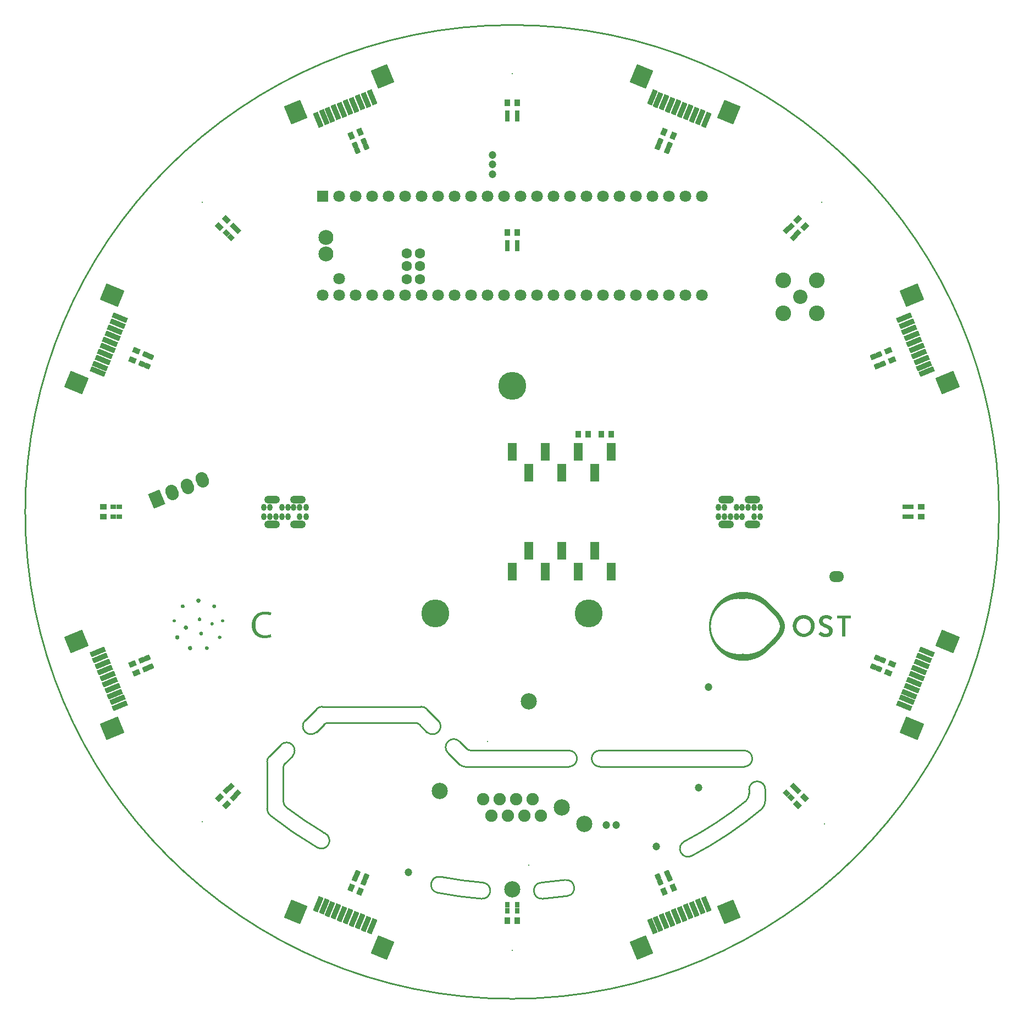
<source format=gts>
G04*
G04 #@! TF.GenerationSoftware,Altium Limited,Altium Designer,22.2.1 (43)*
G04*
G04 Layer_Color=8388736*
%FSLAX44Y44*%
%MOMM*%
G71*
G04*
G04 #@! TF.SameCoordinates,2D810589-119A-40C1-8923-BCE66BF163E0*
G04*
G04*
G04 #@! TF.FilePolarity,Negative*
G04*
G01*
G75*
%ADD10C,0.2540*%
G04:AMPARAMS|DCode=55|XSize=0.8032mm|YSize=2.4032mm|CornerRadius=0mm|HoleSize=0mm|Usage=FLASHONLY|Rotation=337.500|XOffset=0mm|YOffset=0mm|HoleType=Round|Shape=Rectangle|*
%AMROTATEDRECTD55*
4,1,4,-0.8309,-0.9565,0.0888,1.2638,0.8309,0.9565,-0.0888,-1.2638,-0.8309,-0.9565,0.0*
%
%ADD55ROTATEDRECTD55*%

G04:AMPARAMS|DCode=56|XSize=2.7032mm|YSize=3.0032mm|CornerRadius=0mm|HoleSize=0mm|Usage=FLASHONLY|Rotation=157.500|XOffset=0mm|YOffset=0mm|HoleType=Round|Shape=Rectangle|*
%AMROTATEDRECTD56*
4,1,4,1.8234,0.8701,0.6741,-1.9045,-1.8234,-0.8701,-0.6741,1.9045,1.8234,0.8701,0.0*
%
%ADD56ROTATEDRECTD56*%

G04:AMPARAMS|DCode=57|XSize=0.8032mm|YSize=2.4032mm|CornerRadius=0mm|HoleSize=0mm|Usage=FLASHONLY|Rotation=22.500|XOffset=0mm|YOffset=0mm|HoleType=Round|Shape=Rectangle|*
%AMROTATEDRECTD57*
4,1,4,0.0888,-1.2638,-0.8309,0.9565,-0.0888,1.2638,0.8309,-0.9565,0.0888,-1.2638,0.0*
%
%ADD57ROTATEDRECTD57*%

G04:AMPARAMS|DCode=58|XSize=2.7032mm|YSize=3.0032mm|CornerRadius=0mm|HoleSize=0mm|Usage=FLASHONLY|Rotation=202.500|XOffset=0mm|YOffset=0mm|HoleType=Round|Shape=Rectangle|*
%AMROTATEDRECTD58*
4,1,4,0.6741,1.9045,1.8234,-0.8701,-0.6741,-1.9045,-1.8234,0.8701,0.6741,1.9045,0.0*
%
%ADD58ROTATEDRECTD58*%

%ADD59R,0.8382X1.0922*%
G04:AMPARAMS|DCode=60|XSize=0.8032mm|YSize=2.4032mm|CornerRadius=0mm|HoleSize=0mm|Usage=FLASHONLY|Rotation=247.500|XOffset=0mm|YOffset=0mm|HoleType=Round|Shape=Rectangle|*
%AMROTATEDRECTD60*
4,1,4,-0.9565,0.8309,1.2638,-0.0888,0.9565,-0.8309,-1.2638,0.0888,-0.9565,0.8309,0.0*
%
%ADD60ROTATEDRECTD60*%

G04:AMPARAMS|DCode=61|XSize=2.7032mm|YSize=3.0032mm|CornerRadius=0mm|HoleSize=0mm|Usage=FLASHONLY|Rotation=67.500|XOffset=0mm|YOffset=0mm|HoleType=Round|Shape=Rectangle|*
%AMROTATEDRECTD61*
4,1,4,0.8701,-1.8234,-1.9045,-0.6741,-0.8701,1.8234,1.9045,0.6741,0.8701,-1.8234,0.0*
%
%ADD61ROTATEDRECTD61*%

G04:AMPARAMS|DCode=62|XSize=0.8032mm|YSize=2.4032mm|CornerRadius=0mm|HoleSize=0mm|Usage=FLASHONLY|Rotation=292.500|XOffset=0mm|YOffset=0mm|HoleType=Round|Shape=Rectangle|*
%AMROTATEDRECTD62*
4,1,4,-1.2638,-0.0888,0.9565,0.8309,1.2638,0.0888,-0.9565,-0.8309,-1.2638,-0.0888,0.0*
%
%ADD62ROTATEDRECTD62*%

G04:AMPARAMS|DCode=63|XSize=2.7032mm|YSize=3.0032mm|CornerRadius=0mm|HoleSize=0mm|Usage=FLASHONLY|Rotation=112.500|XOffset=0mm|YOffset=0mm|HoleType=Round|Shape=Rectangle|*
%AMROTATEDRECTD63*
4,1,4,1.9045,-0.6741,-0.8701,-1.8234,-1.9045,0.6741,0.8701,1.8234,1.9045,-0.6741,0.0*
%
%ADD63ROTATEDRECTD63*%

G04:AMPARAMS|DCode=64|XSize=1.0922mm|YSize=0.8382mm|CornerRadius=0mm|HoleSize=0mm|Usage=FLASHONLY|Rotation=67.500|XOffset=0mm|YOffset=0mm|HoleType=Round|Shape=Rectangle|*
%AMROTATEDRECTD64*
4,1,4,0.1782,-0.6649,-0.5962,-0.3442,-0.1782,0.6649,0.5962,0.3442,0.1782,-0.6649,0.0*
%
%ADD64ROTATEDRECTD64*%

G04:AMPARAMS|DCode=65|XSize=1.0922mm|YSize=0.8382mm|CornerRadius=0mm|HoleSize=0mm|Usage=FLASHONLY|Rotation=45.000|XOffset=0mm|YOffset=0mm|HoleType=Round|Shape=Rectangle|*
%AMROTATEDRECTD65*
4,1,4,-0.0898,-0.6825,-0.6825,-0.0898,0.0898,0.6825,0.6825,0.0898,-0.0898,-0.6825,0.0*
%
%ADD65ROTATEDRECTD65*%

G04:AMPARAMS|DCode=66|XSize=1.0922mm|YSize=0.8382mm|CornerRadius=0mm|HoleSize=0mm|Usage=FLASHONLY|Rotation=22.500|XOffset=0mm|YOffset=0mm|HoleType=Round|Shape=Rectangle|*
%AMROTATEDRECTD66*
4,1,4,-0.3442,-0.5962,-0.6649,0.1782,0.3442,0.5962,0.6649,-0.1782,-0.3442,-0.5962,0.0*
%
%ADD66ROTATEDRECTD66*%

%ADD67R,1.0922X0.8382*%
G04:AMPARAMS|DCode=68|XSize=1.0922mm|YSize=0.8382mm|CornerRadius=0mm|HoleSize=0mm|Usage=FLASHONLY|Rotation=337.500|XOffset=0mm|YOffset=0mm|HoleType=Round|Shape=Rectangle|*
%AMROTATEDRECTD68*
4,1,4,-0.6649,-0.1782,-0.3442,0.5962,0.6649,0.1782,0.3442,-0.5962,-0.6649,-0.1782,0.0*
%
%ADD68ROTATEDRECTD68*%

G04:AMPARAMS|DCode=69|XSize=1.0922mm|YSize=0.8382mm|CornerRadius=0mm|HoleSize=0mm|Usage=FLASHONLY|Rotation=315.000|XOffset=0mm|YOffset=0mm|HoleType=Round|Shape=Rectangle|*
%AMROTATEDRECTD69*
4,1,4,-0.6825,0.0898,-0.0898,0.6825,0.6825,-0.0898,0.0898,-0.6825,-0.6825,0.0898,0.0*
%
%ADD69ROTATEDRECTD69*%

G04:AMPARAMS|DCode=70|XSize=1.0922mm|YSize=0.8382mm|CornerRadius=0mm|HoleSize=0mm|Usage=FLASHONLY|Rotation=292.500|XOffset=0mm|YOffset=0mm|HoleType=Round|Shape=Rectangle|*
%AMROTATEDRECTD70*
4,1,4,-0.5962,0.3442,0.1782,0.6649,0.5962,-0.3442,-0.1782,-0.6649,-0.5962,0.3442,0.0*
%
%ADD70ROTATEDRECTD70*%

G04:AMPARAMS|DCode=71|XSize=1.0922mm|YSize=0.8382mm|CornerRadius=0mm|HoleSize=0mm|Usage=FLASHONLY|Rotation=247.500|XOffset=0mm|YOffset=0mm|HoleType=Round|Shape=Rectangle|*
%AMROTATEDRECTD71*
4,1,4,-0.1782,0.6649,0.5962,0.3442,0.1782,-0.6649,-0.5962,-0.3442,-0.1782,0.6649,0.0*
%
%ADD71ROTATEDRECTD71*%

G04:AMPARAMS|DCode=72|XSize=1.0922mm|YSize=0.8382mm|CornerRadius=0mm|HoleSize=0mm|Usage=FLASHONLY|Rotation=22.500|XOffset=0mm|YOffset=0mm|HoleType=Round|Shape=Rectangle|*
%AMROTATEDRECTD72*
4,1,4,-0.3442,-0.5962,-0.6649,0.1782,0.3442,0.5962,0.6649,-0.1782,-0.3442,-0.5962,0.0*
%
%ADD72ROTATEDRECTD72*%

G04:AMPARAMS|DCode=73|XSize=1.0922mm|YSize=0.8382mm|CornerRadius=0mm|HoleSize=0mm|Usage=FLASHONLY|Rotation=337.500|XOffset=0mm|YOffset=0mm|HoleType=Round|Shape=Rectangle|*
%AMROTATEDRECTD73*
4,1,4,-0.6649,-0.1782,-0.3442,0.5962,0.6649,0.1782,0.3442,-0.5962,-0.6649,-0.1782,0.0*
%
%ADD73ROTATEDRECTD73*%

G04:AMPARAMS|DCode=74|XSize=1.0922mm|YSize=0.8382mm|CornerRadius=0mm|HoleSize=0mm|Usage=FLASHONLY|Rotation=112.500|XOffset=0mm|YOffset=0mm|HoleType=Round|Shape=Rectangle|*
%AMROTATEDRECTD74*
4,1,4,0.5962,-0.3442,-0.1782,-0.6649,-0.5962,0.3442,0.1782,0.6649,0.5962,-0.3442,0.0*
%
%ADD74ROTATEDRECTD74*%

%ADD75R,0.8032X0.9032*%
G04:AMPARAMS|DCode=76|XSize=0.8032mm|YSize=0.9032mm|CornerRadius=0mm|HoleSize=0mm|Usage=FLASHONLY|Rotation=157.500|XOffset=0mm|YOffset=0mm|HoleType=Round|Shape=Rectangle|*
%AMROTATEDRECTD76*
4,1,4,0.5438,0.2635,0.1982,-0.5709,-0.5438,-0.2635,-0.1982,0.5709,0.5438,0.2635,0.0*
%
%ADD76ROTATEDRECTD76*%

G04:AMPARAMS|DCode=77|XSize=0.8032mm|YSize=0.9032mm|CornerRadius=0mm|HoleSize=0mm|Usage=FLASHONLY|Rotation=135.000|XOffset=0mm|YOffset=0mm|HoleType=Round|Shape=Rectangle|*
%AMROTATEDRECTD77*
4,1,4,0.6033,0.0354,-0.0354,-0.6033,-0.6033,-0.0354,0.0354,0.6033,0.6033,0.0354,0.0*
%
%ADD77ROTATEDRECTD77*%

G04:AMPARAMS|DCode=78|XSize=0.8032mm|YSize=0.9032mm|CornerRadius=0mm|HoleSize=0mm|Usage=FLASHONLY|Rotation=112.500|XOffset=0mm|YOffset=0mm|HoleType=Round|Shape=Rectangle|*
%AMROTATEDRECTD78*
4,1,4,0.5709,-0.1982,-0.2635,-0.5438,-0.5709,0.1982,0.2635,0.5438,0.5709,-0.1982,0.0*
%
%ADD78ROTATEDRECTD78*%

%ADD79R,0.9032X0.8032*%
G04:AMPARAMS|DCode=80|XSize=0.8032mm|YSize=0.9032mm|CornerRadius=0mm|HoleSize=0mm|Usage=FLASHONLY|Rotation=67.500|XOffset=0mm|YOffset=0mm|HoleType=Round|Shape=Rectangle|*
%AMROTATEDRECTD80*
4,1,4,0.2635,-0.5438,-0.5709,-0.1982,-0.2635,0.5438,0.5709,0.1982,0.2635,-0.5438,0.0*
%
%ADD80ROTATEDRECTD80*%

G04:AMPARAMS|DCode=81|XSize=0.8032mm|YSize=0.9032mm|CornerRadius=0mm|HoleSize=0mm|Usage=FLASHONLY|Rotation=45.000|XOffset=0mm|YOffset=0mm|HoleType=Round|Shape=Rectangle|*
%AMROTATEDRECTD81*
4,1,4,0.0354,-0.6033,-0.6033,0.0354,-0.0354,0.6033,0.6033,-0.0354,0.0354,-0.6033,0.0*
%
%ADD81ROTATEDRECTD81*%

G04:AMPARAMS|DCode=82|XSize=0.8032mm|YSize=0.9032mm|CornerRadius=0mm|HoleSize=0mm|Usage=FLASHONLY|Rotation=22.500|XOffset=0mm|YOffset=0mm|HoleType=Round|Shape=Rectangle|*
%AMROTATEDRECTD82*
4,1,4,-0.1982,-0.5709,-0.5438,0.2635,0.1982,0.5709,0.5438,-0.2635,-0.1982,-0.5709,0.0*
%
%ADD82ROTATEDRECTD82*%

G04:AMPARAMS|DCode=83|XSize=0.8032mm|YSize=0.9032mm|CornerRadius=0mm|HoleSize=0mm|Usage=FLASHONLY|Rotation=337.500|XOffset=0mm|YOffset=0mm|HoleType=Round|Shape=Rectangle|*
%AMROTATEDRECTD83*
4,1,4,-0.5438,-0.2635,-0.1982,0.5709,0.5438,0.2635,0.1982,-0.5709,-0.5438,-0.2635,0.0*
%
%ADD83ROTATEDRECTD83*%

G04:AMPARAMS|DCode=84|XSize=0.8032mm|YSize=0.9032mm|CornerRadius=0mm|HoleSize=0mm|Usage=FLASHONLY|Rotation=202.500|XOffset=0mm|YOffset=0mm|HoleType=Round|Shape=Rectangle|*
%AMROTATEDRECTD84*
4,1,4,0.1982,0.5709,0.5438,-0.2635,-0.1982,-0.5709,-0.5438,0.2635,0.1982,0.5709,0.0*
%
%ADD84ROTATEDRECTD84*%

G04:AMPARAMS|DCode=85|XSize=2.7032mm|YSize=3.0032mm|CornerRadius=0mm|HoleSize=0mm|Usage=FLASHONLY|Rotation=202.499|XOffset=0mm|YOffset=0mm|HoleType=Round|Shape=Rectangle|*
%AMROTATEDRECTD85*
4,1,4,0.6741,1.9045,1.8233,-0.8701,-0.6741,-1.9045,-1.8233,0.8701,0.6741,1.9045,0.0*
%
%ADD85ROTATEDRECTD85*%

G04:AMPARAMS|DCode=86|XSize=0.8032mm|YSize=2.4032mm|CornerRadius=0mm|HoleSize=0mm|Usage=FLASHONLY|Rotation=202.499|XOffset=0mm|YOffset=0mm|HoleType=Round|Shape=Rectangle|*
%AMROTATEDRECTD86*
4,1,4,-0.0888,1.2638,0.8308,-0.9565,0.0888,-1.2638,-0.8308,0.9565,-0.0888,1.2638,0.0*
%
%ADD86ROTATEDRECTD86*%

G04:AMPARAMS|DCode=87|XSize=2.7032mm|YSize=3.0032mm|CornerRadius=0mm|HoleSize=0mm|Usage=FLASHONLY|Rotation=157.499|XOffset=0mm|YOffset=0mm|HoleType=Round|Shape=Rectangle|*
%AMROTATEDRECTD87*
4,1,4,1.8234,0.8700,0.6740,-1.9046,-1.8234,-0.8700,-0.6740,1.9046,1.8234,0.8700,0.0*
%
%ADD87ROTATEDRECTD87*%

G04:AMPARAMS|DCode=88|XSize=0.8032mm|YSize=2.4032mm|CornerRadius=0mm|HoleSize=0mm|Usage=FLASHONLY|Rotation=157.499|XOffset=0mm|YOffset=0mm|HoleType=Round|Shape=Rectangle|*
%AMROTATEDRECTD88*
4,1,4,0.8309,0.9564,-0.0888,-1.2638,-0.8309,-0.9564,0.0888,1.2638,0.8309,0.9564,0.0*
%
%ADD88ROTATEDRECTD88*%

%ADD89R,1.4732X2.8032*%
%ADD90C,4.3032*%
%ADD91O,2.4032X1.2532*%
%ADD92O,0.8532X1.0532*%
%ADD93C,0.2032*%
G04:AMPARAMS|DCode=94|XSize=1.9032mm|YSize=2.4032mm|CornerRadius=0mm|HoleSize=0mm|Usage=FLASHONLY|Rotation=202.500|XOffset=0mm|YOffset=0mm|HoleType=Round|Shape=Rectangle|*
%AMROTATEDRECTD94*
4,1,4,0.4193,1.4743,1.3390,-0.7460,-0.4193,-1.4743,-1.3390,0.7460,0.4193,1.4743,0.0*
%
%ADD94ROTATEDRECTD94*%

G04:AMPARAMS|DCode=95|XSize=1.9032mm|YSize=2.4032mm|CornerRadius=0mm|HoleSize=0mm|Usage=FLASHONLY|Rotation=202.500|XOffset=0mm|YOffset=0mm|HoleType=Round|Shape=Round|*
%AMOVALD95*
21,1,0.5000,1.9032,0.0000,0.0000,292.5*
1,1,1.9032,-0.0957,0.2310*
1,1,1.9032,0.0957,-0.2310*
%
%ADD95OVALD95*%

%ADD96O,2.2032X2.2032*%
%ADD97O,2.4032X2.4032*%
%ADD98C,2.5032*%
%ADD99C,1.9032*%
%ADD100C,1.2032*%
%ADD101O,2.3032X1.7032*%
%ADD102C,2.3032*%
%ADD103C,1.6032*%
%ADD104C,1.8032*%
%ADD105R,1.8032X1.8032*%
G36*
X-514921Y-190173D02*
X-514436D01*
Y-190334D01*
X-514275D01*
Y-190496D01*
X-513952D01*
Y-190657D01*
X-513790D01*
Y-190819D01*
X-513629D01*
Y-190980D01*
X-513467D01*
Y-191142D01*
X-513306D01*
Y-191304D01*
X-513144D01*
Y-191465D01*
X-512982D01*
Y-191627D01*
Y-191788D01*
X-512821D01*
Y-191950D01*
Y-192111D01*
Y-192273D01*
Y-192435D01*
X-512659D01*
Y-192596D01*
Y-192758D01*
Y-192919D01*
Y-193081D01*
Y-193242D01*
Y-193404D01*
Y-193566D01*
Y-193727D01*
Y-193889D01*
Y-194050D01*
Y-194212D01*
Y-194373D01*
X-512821D01*
Y-194535D01*
X-512982D01*
Y-194697D01*
Y-194858D01*
X-513144D01*
Y-195020D01*
Y-195181D01*
X-513306D01*
Y-195343D01*
X-513467D01*
Y-195504D01*
X-513629D01*
Y-195666D01*
X-513790D01*
Y-195828D01*
X-513952D01*
Y-195989D01*
X-514275D01*
Y-196151D01*
X-514436D01*
Y-196312D01*
X-514921D01*
Y-196474D01*
X-515729D01*
Y-196636D01*
X-516052D01*
Y-196474D01*
X-516860D01*
Y-196312D01*
X-517345D01*
Y-196151D01*
X-517668D01*
Y-195989D01*
X-517830D01*
Y-195828D01*
X-517991D01*
Y-195666D01*
X-518153D01*
Y-195504D01*
X-518314D01*
Y-195343D01*
X-518476D01*
Y-195181D01*
X-518638D01*
Y-195020D01*
X-518799D01*
Y-194858D01*
Y-194697D01*
X-518961D01*
Y-194535D01*
Y-194373D01*
Y-194212D01*
X-519122D01*
Y-194050D01*
Y-193889D01*
Y-193727D01*
Y-193566D01*
Y-193404D01*
Y-193242D01*
Y-193081D01*
Y-192919D01*
Y-192758D01*
Y-192596D01*
Y-192435D01*
Y-192273D01*
X-518961D01*
Y-192111D01*
Y-191950D01*
X-518799D01*
Y-191788D01*
Y-191627D01*
X-518638D01*
Y-191465D01*
Y-191304D01*
X-518476D01*
Y-191142D01*
X-518314D01*
Y-190980D01*
X-518153D01*
Y-190819D01*
X-517991D01*
Y-190657D01*
X-517830D01*
Y-190496D01*
X-517506D01*
Y-190334D01*
X-517183D01*
Y-190173D01*
X-516699D01*
Y-190011D01*
X-514921D01*
Y-190173D01*
D02*
G37*
G36*
X-495532Y-206653D02*
X-494886D01*
Y-206815D01*
X-494724D01*
Y-206976D01*
X-494401D01*
Y-207138D01*
X-494078D01*
Y-207300D01*
X-493916D01*
Y-207461D01*
X-493755D01*
Y-207623D01*
X-493593D01*
Y-207784D01*
X-493432D01*
Y-207946D01*
X-493270D01*
Y-208107D01*
Y-208269D01*
X-493108D01*
Y-208431D01*
Y-208592D01*
X-492947D01*
Y-208754D01*
Y-208915D01*
Y-209077D01*
Y-209238D01*
Y-209400D01*
X-492785D01*
Y-209562D01*
Y-209723D01*
Y-209885D01*
Y-210046D01*
Y-210208D01*
X-492947D01*
Y-210369D01*
Y-210531D01*
Y-210693D01*
Y-210854D01*
Y-211016D01*
X-493108D01*
Y-211177D01*
Y-211339D01*
X-493270D01*
Y-211501D01*
Y-211662D01*
X-493432D01*
Y-211824D01*
X-493593D01*
Y-211985D01*
X-493755D01*
Y-212147D01*
X-493916D01*
Y-212308D01*
X-494078D01*
Y-212470D01*
X-494240D01*
Y-212632D01*
X-494401D01*
Y-212793D01*
X-494724D01*
Y-212955D01*
X-495209D01*
Y-213116D01*
X-496986D01*
Y-212955D01*
X-497471D01*
Y-212793D01*
X-497794D01*
Y-212632D01*
X-497956D01*
Y-212470D01*
X-498279D01*
Y-212308D01*
X-498441D01*
Y-212147D01*
X-498602D01*
Y-211985D01*
X-498764D01*
Y-211824D01*
Y-211662D01*
X-498925D01*
Y-211501D01*
X-499087D01*
Y-211339D01*
Y-211177D01*
Y-211016D01*
X-499248D01*
Y-210854D01*
Y-210693D01*
Y-210531D01*
X-499410D01*
Y-210369D01*
Y-210208D01*
Y-210046D01*
Y-209885D01*
Y-209723D01*
Y-209562D01*
Y-209400D01*
Y-209238D01*
Y-209077D01*
X-499248D01*
Y-208915D01*
Y-208754D01*
Y-208592D01*
X-499087D01*
Y-208431D01*
Y-208269D01*
X-498925D01*
Y-208107D01*
X-498764D01*
Y-207946D01*
Y-207784D01*
X-498602D01*
Y-207623D01*
X-498441D01*
Y-207461D01*
X-498279D01*
Y-207300D01*
X-498117D01*
Y-207138D01*
X-497794D01*
Y-206976D01*
X-497633D01*
Y-206815D01*
X-497148D01*
Y-206653D01*
X-496178D01*
Y-206492D01*
X-495532D01*
Y-206653D01*
D02*
G37*
G36*
X-469518Y-207138D02*
X-469034D01*
Y-207300D01*
X-468711D01*
Y-207461D01*
X-468549D01*
Y-207623D01*
X-468387D01*
Y-207784D01*
X-468226D01*
Y-207946D01*
X-468064D01*
Y-208107D01*
X-467903D01*
Y-208269D01*
Y-208431D01*
X-467741D01*
Y-208592D01*
Y-208754D01*
X-467579D01*
Y-208915D01*
X-467418D01*
Y-209077D01*
Y-209238D01*
Y-209400D01*
Y-209562D01*
Y-209723D01*
Y-209885D01*
Y-210046D01*
Y-210208D01*
Y-210369D01*
Y-210531D01*
Y-210693D01*
X-467579D01*
Y-210854D01*
Y-211016D01*
Y-211177D01*
X-467741D01*
Y-211339D01*
X-467903D01*
Y-211501D01*
Y-211662D01*
X-468064D01*
Y-211824D01*
X-468226D01*
Y-211985D01*
X-468387D01*
Y-212147D01*
X-468549D01*
Y-212308D01*
X-468872D01*
Y-212470D01*
X-469195D01*
Y-212632D01*
X-469680D01*
Y-212793D01*
X-470811D01*
Y-212632D01*
X-471457D01*
Y-212470D01*
X-471780D01*
Y-212308D01*
X-471942D01*
Y-212147D01*
X-472265D01*
Y-211985D01*
X-472427D01*
Y-211824D01*
X-472588D01*
Y-211662D01*
Y-211501D01*
X-472750D01*
Y-211339D01*
X-472911D01*
Y-211177D01*
Y-211016D01*
X-473073D01*
Y-210854D01*
Y-210693D01*
Y-210531D01*
Y-210369D01*
Y-210208D01*
X-473235D01*
Y-210046D01*
Y-209885D01*
Y-209723D01*
Y-209562D01*
Y-209400D01*
X-473073D01*
Y-209238D01*
Y-209077D01*
Y-208915D01*
Y-208754D01*
X-472911D01*
Y-208592D01*
Y-208431D01*
X-472750D01*
Y-208269D01*
Y-208107D01*
X-472588D01*
Y-207946D01*
X-472427D01*
Y-207784D01*
X-472265D01*
Y-207623D01*
X-472104D01*
Y-207461D01*
X-471780D01*
Y-207300D01*
X-471457D01*
Y-207138D01*
X-471134D01*
Y-206976D01*
X-469518D01*
Y-207138D01*
D02*
G37*
G36*
X-478405Y-184679D02*
X-477920D01*
Y-184841D01*
X-477597D01*
Y-185002D01*
X-477274D01*
Y-185164D01*
X-477112D01*
Y-185325D01*
X-476951D01*
Y-185487D01*
X-476789D01*
Y-185648D01*
X-476628D01*
Y-185810D01*
Y-185972D01*
X-476466D01*
Y-186133D01*
X-476305D01*
Y-186295D01*
Y-186456D01*
Y-186618D01*
X-476143D01*
Y-186779D01*
Y-186941D01*
Y-187103D01*
Y-187264D01*
Y-187426D01*
Y-187587D01*
Y-187749D01*
Y-187910D01*
Y-188072D01*
Y-188234D01*
Y-188395D01*
X-476305D01*
Y-188557D01*
Y-188718D01*
X-476466D01*
Y-188880D01*
Y-189042D01*
X-476628D01*
Y-189203D01*
X-476789D01*
Y-189365D01*
X-476951D01*
Y-189526D01*
X-477112D01*
Y-189688D01*
X-477274D01*
Y-189849D01*
X-477597D01*
Y-190011D01*
X-477920D01*
Y-190173D01*
X-478405D01*
Y-190334D01*
X-479859D01*
Y-190173D01*
X-480182D01*
Y-190011D01*
X-480505D01*
Y-189849D01*
X-480667D01*
Y-189688D01*
X-480990D01*
Y-189526D01*
X-481152D01*
Y-189365D01*
X-481313D01*
Y-189203D01*
X-481475D01*
Y-189042D01*
Y-188880D01*
X-481637D01*
Y-188718D01*
Y-188557D01*
Y-188395D01*
X-481798D01*
Y-188234D01*
Y-188072D01*
Y-187910D01*
Y-187749D01*
X-481960D01*
Y-187587D01*
Y-187426D01*
Y-187264D01*
Y-187103D01*
X-481798D01*
Y-186941D01*
Y-186779D01*
Y-186618D01*
Y-186456D01*
X-481637D01*
Y-186295D01*
Y-186133D01*
X-481475D01*
Y-185972D01*
Y-185810D01*
X-481313D01*
Y-185648D01*
Y-185487D01*
X-481152D01*
Y-185325D01*
X-480990D01*
Y-185164D01*
X-480667D01*
Y-185002D01*
X-480505D01*
Y-184841D01*
X-480182D01*
Y-184679D01*
X-479375D01*
Y-184517D01*
X-478405D01*
Y-184679D01*
D02*
G37*
G36*
X-519768Y-165451D02*
X-519284D01*
Y-165613D01*
X-518961D01*
Y-165774D01*
X-518799D01*
Y-165936D01*
X-518638D01*
Y-166098D01*
X-518476D01*
Y-166259D01*
X-518314D01*
Y-166421D01*
X-518153D01*
Y-166582D01*
X-517991D01*
Y-166744D01*
Y-166906D01*
Y-167067D01*
X-517830D01*
Y-167229D01*
Y-167390D01*
Y-167552D01*
Y-167714D01*
Y-167875D01*
Y-168037D01*
Y-168198D01*
Y-168360D01*
Y-168521D01*
X-517991D01*
Y-168683D01*
Y-168845D01*
Y-169006D01*
X-518153D01*
Y-169168D01*
Y-169329D01*
X-518314D01*
Y-169491D01*
X-518476D01*
Y-169652D01*
X-518638D01*
Y-169814D01*
X-518799D01*
Y-169975D01*
X-519122D01*
Y-170137D01*
X-519445D01*
Y-170299D01*
X-520092D01*
Y-170460D01*
X-520576D01*
Y-170299D01*
X-521384D01*
Y-170137D01*
X-521707D01*
Y-169975D01*
X-521869D01*
Y-169814D01*
X-522192D01*
Y-169652D01*
X-522354D01*
Y-169491D01*
Y-169329D01*
X-522515D01*
Y-169168D01*
X-522677D01*
Y-169006D01*
Y-168845D01*
X-522839D01*
Y-168683D01*
Y-168521D01*
Y-168360D01*
Y-168198D01*
X-523000D01*
Y-168037D01*
Y-167875D01*
Y-167714D01*
Y-167552D01*
Y-167390D01*
X-522839D01*
Y-167229D01*
Y-167067D01*
Y-166906D01*
X-522677D01*
Y-166744D01*
Y-166582D01*
X-522515D01*
Y-166421D01*
Y-166259D01*
X-522354D01*
Y-166098D01*
X-522192D01*
Y-165936D01*
X-522031D01*
Y-165774D01*
X-521869D01*
Y-165613D01*
X-521546D01*
Y-165451D01*
X-521223D01*
Y-165290D01*
X-519768D01*
Y-165451D01*
D02*
G37*
G36*
X-501672Y-175146D02*
X-501187D01*
Y-175308D01*
X-500864D01*
Y-175469D01*
X-500541D01*
Y-175631D01*
X-500379D01*
Y-175792D01*
X-500218D01*
Y-175954D01*
X-500056D01*
Y-176115D01*
X-499895D01*
Y-176277D01*
X-499733D01*
Y-176439D01*
X-499571D01*
Y-176600D01*
Y-176762D01*
X-499410D01*
Y-176923D01*
Y-177085D01*
Y-177246D01*
X-499248D01*
Y-177408D01*
Y-177570D01*
Y-177731D01*
Y-177893D01*
Y-178054D01*
Y-178216D01*
Y-178377D01*
Y-178539D01*
Y-178701D01*
Y-178862D01*
Y-179024D01*
X-499410D01*
Y-179185D01*
Y-179347D01*
Y-179508D01*
X-499571D01*
Y-179670D01*
Y-179832D01*
X-499733D01*
Y-179993D01*
Y-180155D01*
X-499895D01*
Y-180316D01*
X-500056D01*
Y-180478D01*
X-500218D01*
Y-180639D01*
X-500379D01*
Y-180801D01*
X-500541D01*
Y-180963D01*
X-500703D01*
Y-181124D01*
X-501026D01*
Y-181286D01*
X-501672D01*
Y-181447D01*
X-503449D01*
Y-181286D01*
X-503934D01*
Y-181124D01*
X-504096D01*
Y-180963D01*
X-504419D01*
Y-180801D01*
X-504580D01*
Y-180639D01*
X-504742D01*
Y-180478D01*
X-504903D01*
Y-180316D01*
X-505065D01*
Y-180155D01*
X-505227D01*
Y-179993D01*
X-505388D01*
Y-179832D01*
Y-179670D01*
X-505550D01*
Y-179508D01*
Y-179347D01*
Y-179185D01*
X-505711D01*
Y-179024D01*
Y-178862D01*
Y-178701D01*
Y-178539D01*
Y-178377D01*
X-505873D01*
Y-178216D01*
Y-178054D01*
X-505711D01*
Y-177893D01*
Y-177731D01*
Y-177570D01*
Y-177408D01*
Y-177246D01*
X-505550D01*
Y-177085D01*
Y-176923D01*
X-505388D01*
Y-176762D01*
Y-176600D01*
X-505227D01*
Y-176439D01*
Y-176277D01*
X-505065D01*
Y-176115D01*
X-504903D01*
Y-175954D01*
X-504742D01*
Y-175792D01*
X-504580D01*
Y-175631D01*
X-504419D01*
Y-175469D01*
X-504257D01*
Y-175308D01*
X-503934D01*
Y-175146D01*
X-503288D01*
Y-174984D01*
X-501672D01*
Y-175146D01*
D02*
G37*
G36*
X-480990Y-162866D02*
X-480344D01*
Y-163028D01*
X-480021D01*
Y-163189D01*
X-479859D01*
Y-163351D01*
X-479698D01*
Y-163512D01*
X-479536D01*
Y-163674D01*
X-479375D01*
Y-163836D01*
X-479213D01*
Y-163997D01*
X-479051D01*
Y-164159D01*
Y-164320D01*
X-478890D01*
Y-164482D01*
Y-164643D01*
X-478728D01*
Y-164805D01*
Y-164967D01*
Y-165128D01*
X-478567D01*
Y-165290D01*
Y-165451D01*
Y-165613D01*
Y-165774D01*
Y-165936D01*
X-478728D01*
Y-166098D01*
Y-166259D01*
Y-166421D01*
Y-166582D01*
X-478890D01*
Y-166744D01*
Y-166906D01*
Y-167067D01*
X-479051D01*
Y-167229D01*
X-479213D01*
Y-167390D01*
Y-167552D01*
X-479375D01*
Y-167714D01*
X-479536D01*
Y-167875D01*
X-479698D01*
Y-168037D01*
X-479859D01*
Y-168198D01*
X-480182D01*
Y-168360D01*
X-480829D01*
Y-168521D01*
X-482444D01*
Y-168360D01*
X-482768D01*
Y-168198D01*
X-483091D01*
Y-168037D01*
X-483414D01*
Y-167875D01*
X-483576D01*
Y-167714D01*
X-483737D01*
Y-167552D01*
X-483899D01*
Y-167390D01*
Y-167229D01*
X-484060D01*
Y-167067D01*
Y-166906D01*
X-484222D01*
Y-166744D01*
Y-166582D01*
Y-166421D01*
X-484383D01*
Y-166259D01*
Y-166098D01*
Y-165936D01*
Y-165774D01*
Y-165613D01*
Y-165451D01*
Y-165290D01*
Y-165128D01*
Y-164967D01*
Y-164805D01*
Y-164643D01*
X-484222D01*
Y-164482D01*
X-484060D01*
Y-164320D01*
Y-164159D01*
X-483899D01*
Y-163997D01*
Y-163836D01*
X-483737D01*
Y-163674D01*
X-483576D01*
Y-163512D01*
X-483414D01*
Y-163351D01*
X-483252D01*
Y-163189D01*
X-482929D01*
Y-163028D01*
X-482606D01*
Y-162866D01*
X-482121D01*
Y-162705D01*
X-480990D01*
Y-162866D01*
D02*
G37*
G36*
X-507004Y-142669D02*
X-506358D01*
Y-142831D01*
X-506035D01*
Y-142992D01*
X-505711D01*
Y-143154D01*
X-505550D01*
Y-143315D01*
X-505388D01*
Y-143477D01*
X-505227D01*
Y-143639D01*
Y-143800D01*
X-505065D01*
Y-143962D01*
X-504903D01*
Y-144123D01*
Y-144285D01*
X-504742D01*
Y-144446D01*
Y-144608D01*
Y-144770D01*
X-504580D01*
Y-144931D01*
Y-145093D01*
Y-145254D01*
Y-145416D01*
Y-145578D01*
Y-145739D01*
Y-145901D01*
Y-146062D01*
Y-146224D01*
Y-146385D01*
X-504742D01*
Y-146547D01*
Y-146709D01*
X-504903D01*
Y-146870D01*
Y-147032D01*
X-505065D01*
Y-147193D01*
X-505227D01*
Y-147355D01*
X-505388D01*
Y-147516D01*
X-505550D01*
Y-147678D01*
X-505711D01*
Y-147840D01*
X-505873D01*
Y-148001D01*
X-506035D01*
Y-148163D01*
X-506681D01*
Y-148324D01*
X-508297D01*
Y-148163D01*
X-508781D01*
Y-148001D01*
X-508943D01*
Y-147840D01*
X-509266D01*
Y-147678D01*
X-509428D01*
Y-147516D01*
X-509589D01*
Y-147355D01*
X-509751D01*
Y-147193D01*
X-509912D01*
Y-147032D01*
Y-146870D01*
X-510074D01*
Y-146709D01*
Y-146547D01*
X-510235D01*
Y-146385D01*
Y-146224D01*
Y-146062D01*
X-510397D01*
Y-145901D01*
Y-145739D01*
Y-145578D01*
Y-145416D01*
Y-145254D01*
Y-145093D01*
Y-144931D01*
X-510235D01*
Y-144770D01*
Y-144608D01*
Y-144446D01*
Y-144285D01*
X-510074D01*
Y-144123D01*
Y-143962D01*
X-509912D01*
Y-143800D01*
X-509751D01*
Y-143639D01*
X-509589D01*
Y-143477D01*
X-509428D01*
Y-143315D01*
X-509266D01*
Y-143154D01*
X-509104D01*
Y-142992D01*
X-508781D01*
Y-142831D01*
X-508458D01*
Y-142669D01*
X-507812D01*
Y-142508D01*
X-507004D01*
Y-142669D01*
D02*
G37*
G36*
X-482768Y-133459D02*
X-482121D01*
Y-133621D01*
X-481798D01*
Y-133783D01*
X-481475D01*
Y-133944D01*
X-481152D01*
Y-134106D01*
X-480990D01*
Y-134267D01*
X-480829D01*
Y-134429D01*
X-480667D01*
Y-134590D01*
X-480505D01*
Y-134752D01*
Y-134914D01*
X-480344D01*
Y-135075D01*
X-480182D01*
Y-135237D01*
Y-135398D01*
Y-135560D01*
X-480021D01*
Y-135721D01*
Y-135883D01*
Y-136045D01*
X-479859D01*
Y-136206D01*
Y-136368D01*
Y-136529D01*
Y-136691D01*
Y-136853D01*
X-480021D01*
Y-137014D01*
Y-137176D01*
Y-137337D01*
Y-137499D01*
Y-137660D01*
X-480182D01*
Y-137822D01*
Y-137984D01*
Y-138145D01*
X-480344D01*
Y-138307D01*
X-480505D01*
Y-138468D01*
Y-138630D01*
X-480667D01*
Y-138791D01*
X-480829D01*
Y-138953D01*
X-480990D01*
Y-139115D01*
X-481152D01*
Y-139276D01*
X-481313D01*
Y-139438D01*
X-481637D01*
Y-139599D01*
X-481960D01*
Y-139761D01*
X-482283D01*
Y-139922D01*
X-483899D01*
Y-139761D01*
X-484383D01*
Y-139599D01*
X-484868D01*
Y-139438D01*
X-485030D01*
Y-139276D01*
X-485353D01*
Y-139115D01*
X-485514D01*
Y-138953D01*
X-485676D01*
Y-138791D01*
X-485838D01*
Y-138630D01*
Y-138468D01*
X-485999D01*
Y-138307D01*
Y-138145D01*
X-486161D01*
Y-137984D01*
Y-137822D01*
X-486322D01*
Y-137660D01*
Y-137499D01*
Y-137337D01*
X-486484D01*
Y-137176D01*
Y-137014D01*
Y-136853D01*
Y-136691D01*
Y-136529D01*
Y-136368D01*
Y-136206D01*
Y-136045D01*
Y-135883D01*
X-486322D01*
Y-135721D01*
Y-135560D01*
Y-135398D01*
X-486161D01*
Y-135237D01*
Y-135075D01*
X-485999D01*
Y-134914D01*
Y-134752D01*
X-485838D01*
Y-134590D01*
X-485676D01*
Y-134429D01*
X-485514D01*
Y-134267D01*
X-485353D01*
Y-134106D01*
X-485191D01*
Y-133944D01*
X-485030D01*
Y-133783D01*
X-484706D01*
Y-133621D01*
X-484222D01*
Y-133459D01*
X-483576D01*
Y-133298D01*
X-482768D01*
Y-133459D01*
D02*
G37*
G36*
X-458531Y-142669D02*
X-457885D01*
Y-142831D01*
X-457562D01*
Y-142992D01*
X-457239D01*
Y-143154D01*
X-457077D01*
Y-143315D01*
X-456915D01*
Y-143477D01*
X-456754D01*
Y-143639D01*
X-456592D01*
Y-143800D01*
X-456431D01*
Y-143962D01*
Y-144123D01*
X-456269D01*
Y-144285D01*
Y-144446D01*
X-456107D01*
Y-144608D01*
Y-144770D01*
Y-144931D01*
Y-145093D01*
Y-145254D01*
Y-145416D01*
X-455946D01*
Y-145578D01*
X-456107D01*
Y-145739D01*
Y-145901D01*
Y-146062D01*
Y-146224D01*
Y-146385D01*
X-456269D01*
Y-146547D01*
Y-146709D01*
Y-146870D01*
X-456431D01*
Y-147032D01*
Y-147193D01*
X-456592D01*
Y-147355D01*
X-456754D01*
Y-147516D01*
X-456915D01*
Y-147678D01*
X-457239D01*
Y-147840D01*
X-457400D01*
Y-148001D01*
X-457723D01*
Y-148163D01*
X-458046D01*
Y-148324D01*
X-458693D01*
Y-148486D01*
X-459178D01*
Y-148324D01*
X-459985D01*
Y-148163D01*
X-460308D01*
Y-148001D01*
X-460470D01*
Y-147840D01*
X-460793D01*
Y-147678D01*
X-460955D01*
Y-147516D01*
X-461116D01*
Y-147355D01*
X-461278D01*
Y-147193D01*
Y-147032D01*
X-461440D01*
Y-146870D01*
X-461601D01*
Y-146709D01*
Y-146547D01*
X-461763D01*
Y-146385D01*
Y-146224D01*
Y-146062D01*
X-461924D01*
Y-145901D01*
Y-145739D01*
Y-145578D01*
Y-145416D01*
X-461763D01*
Y-145254D01*
Y-145093D01*
Y-144931D01*
Y-144770D01*
Y-144608D01*
X-461601D01*
Y-144446D01*
Y-144285D01*
Y-144123D01*
X-461440D01*
Y-143962D01*
X-461278D01*
Y-143800D01*
Y-143639D01*
X-461116D01*
Y-143477D01*
X-460955D01*
Y-143315D01*
X-460793D01*
Y-143154D01*
X-460632D01*
Y-142992D01*
X-460308D01*
Y-142831D01*
X-459985D01*
Y-142669D01*
X-459339D01*
Y-142508D01*
X-458531D01*
Y-142669D01*
D02*
G37*
G36*
X-378066Y-153656D02*
X-376451D01*
Y-153818D01*
X-375320D01*
Y-153980D01*
X-374512D01*
Y-154141D01*
X-373865D01*
Y-154303D01*
X-373219D01*
Y-154464D01*
X-372734D01*
Y-154626D01*
X-372250D01*
Y-154787D01*
X-371765D01*
Y-154949D01*
X-371280D01*
Y-155111D01*
X-370957D01*
Y-155272D01*
X-370795D01*
Y-155434D01*
X-370957D01*
Y-155595D01*
Y-155757D01*
Y-155918D01*
Y-156080D01*
X-371119D01*
Y-156242D01*
Y-156403D01*
Y-156565D01*
X-371280D01*
Y-156726D01*
Y-156888D01*
Y-157049D01*
Y-157211D01*
X-371442D01*
Y-157373D01*
Y-157534D01*
Y-157696D01*
X-371603D01*
Y-157857D01*
Y-158019D01*
Y-158181D01*
X-371765D01*
Y-158342D01*
Y-158504D01*
Y-158665D01*
Y-158827D01*
X-371926D01*
Y-158988D01*
Y-159150D01*
Y-159312D01*
X-372088D01*
Y-159473D01*
X-372411D01*
Y-159312D01*
X-372734D01*
Y-159150D01*
X-373219D01*
Y-158988D01*
X-373542D01*
Y-158827D01*
X-374027D01*
Y-158665D01*
X-374673D01*
Y-158504D01*
X-375320D01*
Y-158342D01*
X-375966D01*
Y-158181D01*
X-376935D01*
Y-158019D01*
X-378551D01*
Y-157857D01*
X-381621D01*
Y-158019D01*
X-383075D01*
Y-158181D01*
X-384045D01*
Y-158342D01*
X-384691D01*
Y-158504D01*
X-385337D01*
Y-158665D01*
X-385822D01*
Y-158827D01*
X-386307D01*
Y-158988D01*
X-386630D01*
Y-159150D01*
X-387115D01*
Y-159312D01*
X-387438D01*
Y-159473D01*
X-387761D01*
Y-159635D01*
X-388084D01*
Y-159796D01*
X-388407D01*
Y-159958D01*
X-388730D01*
Y-160119D01*
X-388892D01*
Y-160281D01*
X-389215D01*
Y-160443D01*
X-389377D01*
Y-160604D01*
X-389700D01*
Y-160766D01*
X-389861D01*
Y-160927D01*
X-390023D01*
Y-161089D01*
X-390185D01*
Y-161250D01*
X-390508D01*
Y-161412D01*
X-390669D01*
Y-161574D01*
X-390831D01*
Y-161735D01*
X-390992D01*
Y-161897D01*
X-391154D01*
Y-162058D01*
X-391316D01*
Y-162220D01*
X-391477D01*
Y-162381D01*
X-391639D01*
Y-162543D01*
X-391800D01*
Y-162705D01*
X-391962D01*
Y-162866D01*
Y-163028D01*
X-392123D01*
Y-163189D01*
X-392285D01*
Y-163351D01*
X-392447D01*
Y-163512D01*
X-392608D01*
Y-163674D01*
Y-163836D01*
X-392770D01*
Y-163997D01*
X-392931D01*
Y-164159D01*
Y-164320D01*
X-393093D01*
Y-164482D01*
Y-164643D01*
X-393255D01*
Y-164805D01*
X-393416D01*
Y-164967D01*
Y-165128D01*
X-393578D01*
Y-165290D01*
Y-165451D01*
X-393739D01*
Y-165613D01*
Y-165774D01*
X-393901D01*
Y-165936D01*
Y-166098D01*
X-394062D01*
Y-166259D01*
Y-166421D01*
X-394224D01*
Y-166582D01*
Y-166744D01*
Y-166906D01*
X-394385D01*
Y-167067D01*
Y-167229D01*
X-394547D01*
Y-167390D01*
Y-167552D01*
Y-167714D01*
X-394709D01*
Y-167875D01*
Y-168037D01*
Y-168198D01*
Y-168360D01*
X-394870D01*
Y-168521D01*
Y-168683D01*
Y-168845D01*
X-395032D01*
Y-169006D01*
Y-169168D01*
Y-169329D01*
Y-169491D01*
Y-169652D01*
X-395193D01*
Y-169814D01*
Y-169975D01*
Y-170137D01*
Y-170299D01*
Y-170460D01*
X-395355D01*
Y-170622D01*
Y-170783D01*
Y-170945D01*
Y-171107D01*
Y-171268D01*
Y-171430D01*
Y-171591D01*
Y-171753D01*
X-395517D01*
Y-171914D01*
Y-172076D01*
Y-172238D01*
Y-172399D01*
Y-172561D01*
Y-172722D01*
Y-172884D01*
Y-173046D01*
Y-173207D01*
Y-173369D01*
Y-173530D01*
Y-173692D01*
Y-173853D01*
Y-174015D01*
Y-174177D01*
Y-174338D01*
Y-174500D01*
Y-174661D01*
Y-174823D01*
Y-174984D01*
Y-175146D01*
Y-175308D01*
Y-175469D01*
Y-175631D01*
Y-175792D01*
Y-175954D01*
Y-176115D01*
Y-176277D01*
Y-176439D01*
Y-176600D01*
Y-176762D01*
X-395355D01*
Y-176923D01*
Y-177085D01*
Y-177246D01*
Y-177408D01*
Y-177570D01*
Y-177731D01*
Y-177893D01*
X-395193D01*
Y-178054D01*
Y-178216D01*
Y-178377D01*
Y-178539D01*
Y-178701D01*
X-395032D01*
Y-178862D01*
Y-179024D01*
Y-179185D01*
Y-179347D01*
Y-179508D01*
X-394870D01*
Y-179670D01*
Y-179832D01*
Y-179993D01*
X-394709D01*
Y-180155D01*
Y-180316D01*
Y-180478D01*
Y-180639D01*
X-394547D01*
Y-180801D01*
Y-180963D01*
X-394385D01*
Y-181124D01*
Y-181286D01*
Y-181447D01*
X-394224D01*
Y-181609D01*
Y-181771D01*
X-394062D01*
Y-181932D01*
Y-182094D01*
Y-182255D01*
X-393901D01*
Y-182417D01*
Y-182579D01*
X-393739D01*
Y-182740D01*
Y-182902D01*
X-393578D01*
Y-183063D01*
Y-183225D01*
X-393416D01*
Y-183386D01*
X-393255D01*
Y-183548D01*
Y-183710D01*
X-393093D01*
Y-183871D01*
Y-184033D01*
X-392931D01*
Y-184194D01*
X-392770D01*
Y-184356D01*
Y-184517D01*
X-392608D01*
Y-184679D01*
X-392447D01*
Y-184841D01*
X-392285D01*
Y-185002D01*
Y-185164D01*
X-392123D01*
Y-185325D01*
X-391962D01*
Y-185487D01*
X-391800D01*
Y-185648D01*
X-391639D01*
Y-185810D01*
X-391477D01*
Y-185972D01*
X-391316D01*
Y-186133D01*
X-391154D01*
Y-186295D01*
X-390992D01*
Y-186456D01*
X-390831D01*
Y-186618D01*
X-390669D01*
Y-186779D01*
X-390508D01*
Y-186941D01*
X-390346D01*
Y-187103D01*
X-390023D01*
Y-187264D01*
X-389861D01*
Y-187426D01*
X-389700D01*
Y-187587D01*
X-389377D01*
Y-187749D01*
X-389215D01*
Y-187910D01*
X-388892D01*
Y-188072D01*
X-388569D01*
Y-188234D01*
X-388407D01*
Y-188395D01*
X-388084D01*
Y-188557D01*
X-387761D01*
Y-188718D01*
X-387276D01*
Y-188880D01*
X-386953D01*
Y-189042D01*
X-386630D01*
Y-189203D01*
X-386145D01*
Y-189365D01*
X-385660D01*
Y-189526D01*
X-385014D01*
Y-189688D01*
X-384368D01*
Y-189849D01*
X-383398D01*
Y-190011D01*
X-381944D01*
Y-190173D01*
X-378713D01*
Y-190011D01*
X-377097D01*
Y-189849D01*
X-376127D01*
Y-189688D01*
X-375320D01*
Y-189526D01*
X-374512D01*
Y-189365D01*
X-374027D01*
Y-189203D01*
X-373542D01*
Y-189042D01*
X-373058D01*
Y-188880D01*
X-372573D01*
Y-188718D01*
X-372250D01*
Y-188557D01*
X-371926D01*
Y-188718D01*
Y-188880D01*
X-371765D01*
Y-189042D01*
Y-189203D01*
Y-189365D01*
Y-189526D01*
X-371603D01*
Y-189688D01*
Y-189849D01*
Y-190011D01*
Y-190173D01*
X-371442D01*
Y-190334D01*
Y-190496D01*
Y-190657D01*
Y-190819D01*
X-371280D01*
Y-190980D01*
Y-191142D01*
Y-191304D01*
X-371119D01*
Y-191465D01*
Y-191627D01*
Y-191788D01*
Y-191950D01*
X-370957D01*
Y-192111D01*
Y-192273D01*
Y-192435D01*
Y-192596D01*
Y-192758D01*
X-371280D01*
Y-192919D01*
X-371765D01*
Y-193081D01*
X-372088D01*
Y-193242D01*
X-372573D01*
Y-193404D01*
X-373219D01*
Y-193566D01*
X-373704D01*
Y-193727D01*
X-374512D01*
Y-193889D01*
X-375158D01*
Y-194050D01*
X-376127D01*
Y-194212D01*
X-377258D01*
Y-194373D01*
X-379036D01*
Y-194535D01*
X-383398D01*
Y-194373D01*
X-384852D01*
Y-194212D01*
X-385822D01*
Y-194050D01*
X-386630D01*
Y-193889D01*
X-387276D01*
Y-193727D01*
X-387923D01*
Y-193566D01*
X-388407D01*
Y-193404D01*
X-388892D01*
Y-193242D01*
X-389377D01*
Y-193081D01*
X-389700D01*
Y-192919D01*
X-390185D01*
Y-192758D01*
X-390508D01*
Y-192596D01*
X-390831D01*
Y-192435D01*
X-391154D01*
Y-192273D01*
X-391477D01*
Y-192111D01*
X-391800D01*
Y-191950D01*
X-392123D01*
Y-191788D01*
X-392285D01*
Y-191627D01*
X-392608D01*
Y-191465D01*
X-392931D01*
Y-191304D01*
X-393093D01*
Y-191142D01*
X-393416D01*
Y-190980D01*
X-393578D01*
Y-190819D01*
X-393739D01*
Y-190657D01*
X-394062D01*
Y-190496D01*
X-394224D01*
Y-190334D01*
X-394385D01*
Y-190173D01*
X-394547D01*
Y-190011D01*
X-394870D01*
Y-189849D01*
X-395032D01*
Y-189688D01*
X-395193D01*
Y-189526D01*
X-395355D01*
Y-189365D01*
X-395517D01*
Y-189203D01*
X-395678D01*
Y-189042D01*
X-395840D01*
Y-188880D01*
X-396001D01*
Y-188718D01*
X-396163D01*
Y-188557D01*
X-396324D01*
Y-188395D01*
X-396486D01*
Y-188234D01*
Y-188072D01*
X-396648D01*
Y-187910D01*
X-396809D01*
Y-187749D01*
X-396971D01*
Y-187587D01*
X-397132D01*
Y-187426D01*
Y-187264D01*
X-397294D01*
Y-187103D01*
X-397455D01*
Y-186941D01*
X-397617D01*
Y-186779D01*
Y-186618D01*
X-397779D01*
Y-186456D01*
X-397940D01*
Y-186295D01*
Y-186133D01*
X-398102D01*
Y-185972D01*
Y-185810D01*
X-398263D01*
Y-185648D01*
X-398425D01*
Y-185487D01*
Y-185325D01*
X-398587D01*
Y-185164D01*
Y-185002D01*
X-398748D01*
Y-184841D01*
Y-184679D01*
X-398910D01*
Y-184517D01*
Y-184356D01*
X-399071D01*
Y-184194D01*
Y-184033D01*
X-399233D01*
Y-183871D01*
Y-183710D01*
X-399394D01*
Y-183548D01*
Y-183386D01*
Y-183225D01*
X-399556D01*
Y-183063D01*
Y-182902D01*
X-399717D01*
Y-182740D01*
Y-182579D01*
Y-182417D01*
X-399879D01*
Y-182255D01*
Y-182094D01*
Y-181932D01*
X-400041D01*
Y-181771D01*
Y-181609D01*
Y-181447D01*
Y-181286D01*
X-400202D01*
Y-181124D01*
Y-180963D01*
Y-180801D01*
X-400364D01*
Y-180639D01*
Y-180478D01*
Y-180316D01*
Y-180155D01*
X-400525D01*
Y-179993D01*
Y-179832D01*
Y-179670D01*
Y-179508D01*
Y-179347D01*
X-400687D01*
Y-179185D01*
Y-179024D01*
Y-178862D01*
Y-178701D01*
Y-178539D01*
Y-178377D01*
X-400849D01*
Y-178216D01*
Y-178054D01*
Y-177893D01*
Y-177731D01*
Y-177570D01*
Y-177408D01*
Y-177246D01*
Y-177085D01*
X-401010D01*
Y-176923D01*
Y-176762D01*
Y-176600D01*
Y-176439D01*
Y-176277D01*
Y-176115D01*
Y-175954D01*
Y-175792D01*
Y-175631D01*
Y-175469D01*
Y-175308D01*
Y-175146D01*
Y-174984D01*
Y-174823D01*
Y-174661D01*
Y-174500D01*
Y-174338D01*
Y-174177D01*
Y-174015D01*
Y-173853D01*
Y-173692D01*
Y-173530D01*
Y-173369D01*
Y-173207D01*
Y-173046D01*
Y-172884D01*
Y-172722D01*
Y-172561D01*
Y-172399D01*
Y-172238D01*
Y-172076D01*
Y-171914D01*
Y-171753D01*
X-400849D01*
Y-171591D01*
Y-171430D01*
Y-171268D01*
Y-171107D01*
Y-170945D01*
Y-170783D01*
Y-170622D01*
X-400687D01*
Y-170460D01*
Y-170299D01*
Y-170137D01*
Y-169975D01*
Y-169814D01*
Y-169652D01*
X-400525D01*
Y-169491D01*
Y-169329D01*
Y-169168D01*
Y-169006D01*
Y-168845D01*
X-400364D01*
Y-168683D01*
Y-168521D01*
Y-168360D01*
Y-168198D01*
X-400202D01*
Y-168037D01*
Y-167875D01*
Y-167714D01*
Y-167552D01*
X-400041D01*
Y-167390D01*
Y-167229D01*
Y-167067D01*
X-399879D01*
Y-166906D01*
Y-166744D01*
Y-166582D01*
X-399717D01*
Y-166421D01*
Y-166259D01*
Y-166098D01*
X-399556D01*
Y-165936D01*
Y-165774D01*
X-399394D01*
Y-165613D01*
Y-165451D01*
Y-165290D01*
X-399233D01*
Y-165128D01*
Y-164967D01*
X-399071D01*
Y-164805D01*
Y-164643D01*
X-398910D01*
Y-164482D01*
Y-164320D01*
X-398748D01*
Y-164159D01*
Y-163997D01*
X-398587D01*
Y-163836D01*
Y-163674D01*
X-398425D01*
Y-163512D01*
Y-163351D01*
X-398263D01*
Y-163189D01*
Y-163028D01*
X-398102D01*
Y-162866D01*
Y-162705D01*
X-397940D01*
Y-162543D01*
X-397779D01*
Y-162381D01*
Y-162220D01*
X-397617D01*
Y-162058D01*
X-397455D01*
Y-161897D01*
Y-161735D01*
X-397294D01*
Y-161574D01*
X-397132D01*
Y-161412D01*
X-396971D01*
Y-161250D01*
Y-161089D01*
X-396809D01*
Y-160927D01*
X-396648D01*
Y-160766D01*
X-396486D01*
Y-160604D01*
Y-160443D01*
X-396324D01*
Y-160281D01*
X-396163D01*
Y-160119D01*
X-396001D01*
Y-159958D01*
X-395840D01*
Y-159796D01*
X-395678D01*
Y-159635D01*
X-395517D01*
Y-159473D01*
X-395355D01*
Y-159312D01*
X-395193D01*
Y-159150D01*
X-395032D01*
Y-158988D01*
X-394870D01*
Y-158827D01*
X-394709D01*
Y-158665D01*
X-394547D01*
Y-158504D01*
X-394385D01*
Y-158342D01*
X-394224D01*
Y-158181D01*
X-394062D01*
Y-158019D01*
X-393739D01*
Y-157857D01*
X-393578D01*
Y-157696D01*
X-393416D01*
Y-157534D01*
X-393093D01*
Y-157373D01*
X-392931D01*
Y-157211D01*
X-392770D01*
Y-157049D01*
X-392447D01*
Y-156888D01*
X-392285D01*
Y-156726D01*
X-391962D01*
Y-156565D01*
X-391639D01*
Y-156403D01*
X-391477D01*
Y-156242D01*
X-391154D01*
Y-156080D01*
X-390831D01*
Y-155918D01*
X-390508D01*
Y-155757D01*
X-390185D01*
Y-155595D01*
X-389861D01*
Y-155434D01*
X-389538D01*
Y-155272D01*
X-389215D01*
Y-155111D01*
X-388730D01*
Y-154949D01*
X-388246D01*
Y-154787D01*
X-387923D01*
Y-154626D01*
X-387276D01*
Y-154464D01*
X-386791D01*
Y-154303D01*
X-386145D01*
Y-154141D01*
X-385499D01*
Y-153980D01*
X-384691D01*
Y-153818D01*
X-383722D01*
Y-153656D01*
X-382267D01*
Y-153495D01*
X-378066D01*
Y-153656D01*
D02*
G37*
G36*
X-445282Y-165451D02*
X-444797D01*
Y-165613D01*
X-444636D01*
Y-165774D01*
X-444313D01*
Y-165936D01*
X-444151D01*
Y-166098D01*
X-443989D01*
Y-166259D01*
Y-166421D01*
X-443828D01*
Y-166582D01*
X-443666D01*
Y-166744D01*
Y-166906D01*
Y-167067D01*
X-443505D01*
Y-167229D01*
Y-167390D01*
Y-167552D01*
Y-167714D01*
Y-167875D01*
Y-168037D01*
Y-168198D01*
Y-168360D01*
Y-168521D01*
Y-168683D01*
X-443666D01*
Y-168845D01*
Y-169006D01*
X-443828D01*
Y-169168D01*
Y-169329D01*
X-443989D01*
Y-169491D01*
X-444151D01*
Y-169652D01*
X-444313D01*
Y-169814D01*
X-444474D01*
Y-169975D01*
X-444636D01*
Y-170137D01*
X-444959D01*
Y-170299D01*
X-445767D01*
Y-170460D01*
X-446251D01*
Y-170299D01*
X-446898D01*
Y-170137D01*
X-447382D01*
Y-169975D01*
X-447706D01*
Y-169814D01*
X-447867D01*
Y-169652D01*
X-448029D01*
Y-169491D01*
X-448190D01*
Y-169329D01*
Y-169168D01*
X-448352D01*
Y-169006D01*
Y-168845D01*
Y-168683D01*
X-448513D01*
Y-168521D01*
Y-168360D01*
Y-168198D01*
Y-168037D01*
X-448675D01*
Y-167875D01*
Y-167714D01*
Y-167552D01*
Y-167390D01*
Y-167229D01*
X-448513D01*
Y-167067D01*
Y-166906D01*
Y-166744D01*
X-448352D01*
Y-166582D01*
Y-166421D01*
X-448190D01*
Y-166259D01*
X-448029D01*
Y-166098D01*
X-447867D01*
Y-165936D01*
X-447706D01*
Y-165774D01*
X-447382D01*
Y-165613D01*
X-447221D01*
Y-165451D01*
X-446736D01*
Y-165290D01*
X-445282D01*
Y-165451D01*
D02*
G37*
G36*
X-461440Y-169975D02*
X-461116D01*
Y-170137D01*
X-460793D01*
Y-170299D01*
X-460632D01*
Y-170460D01*
X-460470D01*
Y-170622D01*
X-460308D01*
Y-170783D01*
X-460147D01*
Y-170945D01*
Y-171107D01*
X-459985D01*
Y-171268D01*
Y-171430D01*
X-459824D01*
Y-171591D01*
Y-171753D01*
Y-171914D01*
X-459662D01*
Y-172076D01*
Y-172238D01*
Y-172399D01*
Y-172561D01*
Y-172722D01*
Y-172884D01*
Y-173046D01*
X-459824D01*
Y-173207D01*
Y-173369D01*
Y-173530D01*
X-459985D01*
Y-173692D01*
Y-173853D01*
X-460147D01*
Y-174015D01*
X-460308D01*
Y-174177D01*
X-460470D01*
Y-174338D01*
X-460793D01*
Y-174500D01*
X-460955D01*
Y-174661D01*
X-461278D01*
Y-174823D01*
X-461763D01*
Y-174984D01*
X-462409D01*
Y-174823D01*
X-463217D01*
Y-174661D01*
X-463540D01*
Y-174500D01*
X-463702D01*
Y-174338D01*
X-464025D01*
Y-174177D01*
X-464186D01*
Y-174015D01*
Y-173853D01*
X-464348D01*
Y-173692D01*
X-464510D01*
Y-173530D01*
Y-173369D01*
X-464671D01*
Y-173207D01*
Y-173046D01*
X-464833D01*
Y-172884D01*
Y-172722D01*
Y-172561D01*
Y-172399D01*
Y-172238D01*
Y-172076D01*
Y-171914D01*
X-464671D01*
Y-171753D01*
Y-171591D01*
Y-171430D01*
X-464510D01*
Y-171268D01*
Y-171107D01*
X-464348D01*
Y-170945D01*
Y-170783D01*
X-464186D01*
Y-170622D01*
X-464025D01*
Y-170460D01*
X-463863D01*
Y-170299D01*
X-463702D01*
Y-170137D01*
X-463378D01*
Y-169975D01*
X-462894D01*
Y-169814D01*
X-461440D01*
Y-169975D01*
D02*
G37*
G36*
X-450129Y-190819D02*
X-449483D01*
Y-190980D01*
X-449160D01*
Y-191142D01*
X-448998D01*
Y-191304D01*
X-448675D01*
Y-191465D01*
X-448513D01*
Y-191627D01*
Y-191788D01*
X-448352D01*
Y-191950D01*
X-448190D01*
Y-192111D01*
Y-192273D01*
X-448029D01*
Y-192435D01*
Y-192596D01*
Y-192758D01*
Y-192919D01*
Y-193081D01*
X-447867D01*
Y-193242D01*
Y-193404D01*
X-448029D01*
Y-193566D01*
Y-193727D01*
Y-193889D01*
Y-194050D01*
Y-194212D01*
X-448190D01*
Y-194373D01*
Y-194535D01*
X-448352D01*
Y-194697D01*
X-448513D01*
Y-194858D01*
Y-195020D01*
X-448675D01*
Y-195181D01*
X-448837D01*
Y-195343D01*
X-449160D01*
Y-195504D01*
X-449483D01*
Y-195666D01*
X-449806D01*
Y-195828D01*
X-451260D01*
Y-195666D01*
X-451583D01*
Y-195504D01*
X-451907D01*
Y-195343D01*
X-452068D01*
Y-195181D01*
X-452230D01*
Y-195020D01*
X-452391D01*
Y-194858D01*
X-452553D01*
Y-194697D01*
X-452715D01*
Y-194535D01*
Y-194373D01*
X-452876D01*
Y-194212D01*
Y-194050D01*
X-453038D01*
Y-193889D01*
Y-193727D01*
Y-193566D01*
X-453199D01*
Y-193404D01*
Y-193242D01*
Y-193081D01*
X-453038D01*
Y-192919D01*
Y-192758D01*
Y-192596D01*
Y-192435D01*
Y-192273D01*
X-452876D01*
Y-192111D01*
Y-191950D01*
X-452715D01*
Y-191788D01*
X-452553D01*
Y-191627D01*
Y-191465D01*
X-452230D01*
Y-191304D01*
X-452068D01*
Y-191142D01*
X-451907D01*
Y-190980D01*
X-451583D01*
Y-190819D01*
X-450937D01*
Y-190657D01*
X-450129D01*
Y-190819D01*
D02*
G37*
G36*
X358997Y-123493D02*
X360976D01*
Y-123625D01*
X362295D01*
Y-123757D01*
X363351D01*
Y-123889D01*
X364274D01*
Y-124021D01*
X365066D01*
Y-124153D01*
X365858D01*
Y-124284D01*
X366517D01*
Y-124416D01*
X367177D01*
Y-124548D01*
X367837D01*
Y-124680D01*
X368365D01*
Y-124812D01*
X369024D01*
Y-124944D01*
X369552D01*
Y-125076D01*
X370080D01*
Y-125208D01*
X370476D01*
Y-125340D01*
X371003D01*
Y-125472D01*
X371399D01*
Y-125604D01*
X371927D01*
Y-125736D01*
X372323D01*
Y-125868D01*
X372719D01*
Y-126000D01*
X373115D01*
Y-126132D01*
X373510D01*
Y-126264D01*
X373906D01*
Y-126396D01*
X374302D01*
Y-126528D01*
X374566D01*
Y-126659D01*
X374962D01*
Y-126791D01*
X375358D01*
Y-126923D01*
X375621D01*
Y-127055D01*
X376017D01*
Y-127187D01*
X376281D01*
Y-127319D01*
X376677D01*
Y-127451D01*
X376941D01*
Y-127583D01*
X377337D01*
Y-127715D01*
X377601D01*
Y-127847D01*
X377864D01*
Y-127979D01*
X378128D01*
Y-128111D01*
X378524D01*
Y-128243D01*
X378788D01*
Y-128375D01*
X379052D01*
Y-128507D01*
X379316D01*
Y-128639D01*
X379580D01*
Y-128771D01*
X379844D01*
Y-128902D01*
X380107D01*
Y-129034D01*
X380371D01*
Y-129166D01*
X380635D01*
Y-129298D01*
X380899D01*
Y-129430D01*
X381163D01*
Y-129562D01*
X381427D01*
Y-129694D01*
X381691D01*
Y-129826D01*
X381823D01*
Y-129958D01*
X382086D01*
Y-130090D01*
X382350D01*
Y-130222D01*
X382614D01*
Y-130354D01*
X382746D01*
Y-130486D01*
X383010D01*
Y-130618D01*
X383274D01*
Y-130750D01*
X383538D01*
Y-130882D01*
X383670D01*
Y-131013D01*
X383934D01*
Y-131145D01*
X384198D01*
Y-131277D01*
X384330D01*
Y-131409D01*
X384594D01*
Y-131541D01*
X384725D01*
Y-131673D01*
X384989D01*
Y-131805D01*
X385121D01*
Y-131937D01*
X385385D01*
Y-132069D01*
X385517D01*
Y-132201D01*
X385781D01*
Y-132333D01*
X385913D01*
Y-132465D01*
X386177D01*
Y-132597D01*
X386309D01*
Y-132729D01*
X386572D01*
Y-132861D01*
X386704D01*
Y-132993D01*
X386968D01*
Y-133125D01*
X387100D01*
Y-133257D01*
X387364D01*
Y-133389D01*
X387496D01*
Y-133520D01*
X387628D01*
Y-133652D01*
X387892D01*
Y-133784D01*
X388024D01*
Y-133916D01*
X388156D01*
Y-134048D01*
X388420D01*
Y-134180D01*
X388552D01*
Y-134312D01*
X388684D01*
Y-134444D01*
X388947D01*
Y-134576D01*
X389080D01*
Y-134708D01*
X389211D01*
Y-134840D01*
X389343D01*
Y-134972D01*
X389607D01*
Y-135104D01*
X389739D01*
Y-135236D01*
X389871D01*
Y-135367D01*
X390003D01*
Y-135499D01*
X390135D01*
Y-135632D01*
X390399D01*
Y-135763D01*
X390531D01*
Y-135895D01*
X390663D01*
Y-136027D01*
X390795D01*
Y-136159D01*
X390927D01*
Y-136291D01*
X391059D01*
Y-136423D01*
X391323D01*
Y-136555D01*
X391454D01*
Y-136687D01*
X391586D01*
Y-136819D01*
X391718D01*
Y-136951D01*
X391850D01*
Y-137083D01*
X391982D01*
Y-137215D01*
X392114D01*
Y-137347D01*
X392246D01*
Y-137479D01*
X392378D01*
Y-137611D01*
X392642D01*
Y-137743D01*
X392774D01*
Y-137874D01*
X392906D01*
Y-138006D01*
X393038D01*
Y-138138D01*
X393170D01*
Y-138270D01*
X393302D01*
Y-138402D01*
X393433D01*
Y-138534D01*
X393565D01*
Y-138666D01*
X393698D01*
Y-138798D01*
X393829D01*
Y-138930D01*
X393961D01*
Y-139062D01*
X394093D01*
Y-139194D01*
X394225D01*
Y-139326D01*
X394357D01*
Y-139458D01*
X394489D01*
Y-139590D01*
X394621D01*
Y-139722D01*
X394753D01*
Y-139854D01*
X394885D01*
Y-139986D01*
X395017D01*
Y-140118D01*
X395149D01*
Y-140250D01*
X395281D01*
Y-140381D01*
X395413D01*
Y-140513D01*
X395545D01*
Y-140645D01*
X395677D01*
Y-140777D01*
X395808D01*
Y-140909D01*
X395940D01*
Y-141041D01*
X396072D01*
Y-141173D01*
X396204D01*
Y-141305D01*
X396336D01*
Y-141437D01*
X396468D01*
Y-141569D01*
X396600D01*
Y-141701D01*
X396732D01*
Y-141833D01*
X396864D01*
Y-141965D01*
X396996D01*
Y-142097D01*
X397128D01*
Y-142228D01*
X397260D01*
Y-142360D01*
X397524D01*
Y-142493D01*
X397656D01*
Y-142624D01*
X397788D01*
Y-142756D01*
X397920D01*
Y-142888D01*
X398051D01*
Y-143020D01*
X398184D01*
Y-143152D01*
X398315D01*
Y-143284D01*
X398447D01*
Y-143416D01*
X398579D01*
Y-143548D01*
X398711D01*
Y-143680D01*
X398843D01*
Y-143812D01*
X398975D01*
Y-143944D01*
X399107D01*
Y-144076D01*
X399239D01*
Y-144208D01*
X399371D01*
Y-144340D01*
X399503D01*
Y-144472D01*
X399635D01*
Y-144604D01*
X399767D01*
Y-144735D01*
X399899D01*
Y-144867D01*
X400031D01*
Y-144999D01*
X400163D01*
Y-145131D01*
X400426D01*
Y-145263D01*
X400558D01*
Y-145395D01*
X400690D01*
Y-145527D01*
X400822D01*
Y-145659D01*
X400954D01*
Y-145791D01*
X401086D01*
Y-145923D01*
X401218D01*
Y-146055D01*
X401350D01*
Y-146187D01*
X401482D01*
Y-146319D01*
X401614D01*
Y-146451D01*
X401746D01*
Y-146583D01*
X401878D01*
Y-146714D01*
X402010D01*
Y-146847D01*
X402142D01*
Y-146978D01*
X402274D01*
Y-147110D01*
X402406D01*
Y-147242D01*
X402537D01*
Y-147374D01*
X402669D01*
Y-147506D01*
X402801D01*
Y-147638D01*
X402933D01*
Y-147770D01*
X403065D01*
Y-147902D01*
X403197D01*
Y-148034D01*
X403329D01*
Y-148166D01*
X403461D01*
Y-148298D01*
X403593D01*
Y-148430D01*
X403725D01*
Y-148562D01*
X403857D01*
Y-148694D01*
X403989D01*
Y-148826D01*
X404121D01*
Y-148958D01*
X404253D01*
Y-149089D01*
X404385D01*
Y-149221D01*
X404517D01*
Y-149353D01*
X404649D01*
Y-149485D01*
X404781D01*
Y-149617D01*
X404912D01*
Y-149749D01*
X405044D01*
Y-149881D01*
X405176D01*
Y-150013D01*
X405308D01*
Y-150145D01*
X405440D01*
Y-150277D01*
X405572D01*
Y-150409D01*
X405704D01*
Y-150541D01*
X405836D01*
Y-150673D01*
X405968D01*
Y-150805D01*
X406100D01*
Y-150937D01*
X406232D01*
Y-151069D01*
X406364D01*
Y-151201D01*
X406496D01*
Y-151333D01*
X406628D01*
Y-151464D01*
X406760D01*
Y-151596D01*
X406892D01*
Y-151728D01*
X407024D01*
Y-151860D01*
X407155D01*
Y-151992D01*
X407287D01*
Y-152124D01*
X407419D01*
Y-152256D01*
X407551D01*
Y-152388D01*
X407683D01*
Y-152520D01*
Y-152652D01*
X407815D01*
Y-152784D01*
X407947D01*
Y-152916D01*
X408079D01*
Y-153048D01*
X408211D01*
Y-153180D01*
X408343D01*
Y-153312D01*
X408475D01*
Y-153443D01*
X408607D01*
Y-153575D01*
X408739D01*
Y-153707D01*
X408871D01*
Y-153840D01*
X409003D01*
Y-153971D01*
X409135D01*
Y-154103D01*
Y-154235D01*
X409267D01*
Y-154367D01*
X409398D01*
Y-154499D01*
X409530D01*
Y-154631D01*
X409662D01*
Y-154763D01*
X409794D01*
Y-154895D01*
X409926D01*
Y-155027D01*
X410058D01*
Y-155159D01*
Y-155291D01*
X410190D01*
Y-155423D01*
X410322D01*
Y-155555D01*
X410454D01*
Y-155687D01*
X410586D01*
Y-155819D01*
X410718D01*
Y-155950D01*
X410850D01*
Y-156082D01*
Y-156214D01*
X410982D01*
Y-156346D01*
X411114D01*
Y-156478D01*
X411246D01*
Y-156610D01*
X411378D01*
Y-156742D01*
X411510D01*
Y-156874D01*
Y-157006D01*
X411642D01*
Y-157138D01*
X411773D01*
Y-157270D01*
X411905D01*
Y-157402D01*
X412037D01*
Y-157534D01*
Y-157666D01*
X412169D01*
Y-157798D01*
X412301D01*
Y-157930D01*
X412433D01*
Y-158062D01*
X412565D01*
Y-158194D01*
Y-158325D01*
X412697D01*
Y-158457D01*
X412829D01*
Y-158589D01*
X412961D01*
Y-158721D01*
Y-158853D01*
X413093D01*
Y-158985D01*
X413225D01*
Y-159117D01*
X413357D01*
Y-159249D01*
Y-159381D01*
X413489D01*
Y-159513D01*
X413621D01*
Y-159645D01*
X413753D01*
Y-159777D01*
Y-159909D01*
X413885D01*
Y-160041D01*
X414016D01*
Y-160173D01*
Y-160305D01*
X414148D01*
Y-160436D01*
X414280D01*
Y-160568D01*
X414412D01*
Y-160700D01*
Y-160832D01*
X414544D01*
Y-160964D01*
X414676D01*
Y-161096D01*
Y-161228D01*
X414808D01*
Y-161360D01*
X414940D01*
Y-161492D01*
Y-161624D01*
X415072D01*
Y-161756D01*
X415204D01*
Y-161888D01*
Y-162020D01*
X415336D01*
Y-162152D01*
X415468D01*
Y-162284D01*
Y-162416D01*
X415600D01*
Y-162548D01*
Y-162680D01*
X415732D01*
Y-162811D01*
X415864D01*
Y-162943D01*
Y-163075D01*
X415995D01*
Y-163207D01*
Y-163339D01*
X416128D01*
Y-163471D01*
X416259D01*
Y-163603D01*
Y-163735D01*
X416391D01*
Y-163867D01*
Y-163999D01*
X416523D01*
Y-164131D01*
Y-164263D01*
X416655D01*
Y-164395D01*
X416787D01*
Y-164527D01*
Y-164659D01*
X416919D01*
Y-164791D01*
Y-164923D01*
X417051D01*
Y-165054D01*
Y-165186D01*
X417183D01*
Y-165318D01*
Y-165450D01*
X417315D01*
Y-165582D01*
Y-165714D01*
X417447D01*
Y-165846D01*
Y-165978D01*
X417579D01*
Y-166110D01*
Y-166242D01*
X417711D01*
Y-166374D01*
Y-166506D01*
X417843D01*
Y-166638D01*
Y-166770D01*
X417975D01*
Y-166902D01*
Y-167034D01*
X418107D01*
Y-167166D01*
Y-167297D01*
Y-167429D01*
X418239D01*
Y-167561D01*
Y-167693D01*
X418371D01*
Y-167825D01*
Y-167957D01*
Y-168089D01*
X418503D01*
Y-168221D01*
Y-168353D01*
X418634D01*
Y-168485D01*
Y-168617D01*
Y-168749D01*
X418766D01*
Y-168881D01*
Y-169013D01*
Y-169145D01*
X418898D01*
Y-169277D01*
Y-169409D01*
X419030D01*
Y-169540D01*
Y-169672D01*
Y-169804D01*
X419162D01*
Y-169936D01*
Y-170068D01*
Y-170200D01*
Y-170332D01*
X419294D01*
Y-170464D01*
Y-170596D01*
Y-170728D01*
X419426D01*
Y-170860D01*
Y-170992D01*
Y-171124D01*
Y-171256D01*
X419558D01*
Y-171388D01*
Y-171520D01*
Y-171652D01*
Y-171784D01*
X419690D01*
Y-171915D01*
Y-172047D01*
Y-172179D01*
Y-172311D01*
Y-172443D01*
X419822D01*
Y-172575D01*
Y-172707D01*
Y-172839D01*
Y-172971D01*
Y-173103D01*
X419954D01*
Y-173235D01*
Y-173367D01*
Y-173499D01*
Y-173631D01*
Y-173762D01*
Y-173895D01*
Y-174027D01*
X420086D01*
Y-174158D01*
Y-174290D01*
Y-174422D01*
Y-174554D01*
Y-174686D01*
Y-174818D01*
Y-174950D01*
Y-175082D01*
Y-175214D01*
Y-175346D01*
Y-175478D01*
Y-175610D01*
Y-175742D01*
Y-175874D01*
Y-176006D01*
Y-176138D01*
Y-176269D01*
Y-176401D01*
Y-176533D01*
Y-176665D01*
Y-176797D01*
Y-176929D01*
Y-177061D01*
Y-177193D01*
Y-177325D01*
Y-177457D01*
Y-177589D01*
Y-177721D01*
Y-177853D01*
Y-177985D01*
Y-178117D01*
Y-178249D01*
Y-178381D01*
Y-178512D01*
Y-178645D01*
Y-178776D01*
X419954D01*
Y-178908D01*
Y-179040D01*
Y-179172D01*
Y-179304D01*
Y-179436D01*
Y-179568D01*
Y-179700D01*
X419822D01*
Y-179832D01*
Y-179964D01*
Y-180096D01*
Y-180228D01*
Y-180360D01*
X419690D01*
Y-180492D01*
Y-180623D01*
Y-180756D01*
Y-180887D01*
Y-181019D01*
X419558D01*
Y-181151D01*
Y-181283D01*
Y-181415D01*
Y-181547D01*
X419426D01*
Y-181679D01*
Y-181811D01*
Y-181943D01*
Y-182075D01*
X419294D01*
Y-182207D01*
Y-182339D01*
Y-182471D01*
X419162D01*
Y-182603D01*
Y-182735D01*
Y-182866D01*
X419030D01*
Y-182999D01*
Y-183130D01*
Y-183262D01*
X418898D01*
Y-183394D01*
Y-183526D01*
Y-183658D01*
X418766D01*
Y-183790D01*
Y-183922D01*
Y-184054D01*
X418634D01*
Y-184186D01*
Y-184318D01*
Y-184450D01*
X418503D01*
Y-184582D01*
Y-184714D01*
X418371D01*
Y-184846D01*
Y-184978D01*
Y-185110D01*
X418239D01*
Y-185242D01*
Y-185373D01*
X418107D01*
Y-185505D01*
Y-185637D01*
X417975D01*
Y-185769D01*
Y-185901D01*
Y-186033D01*
X417843D01*
Y-186165D01*
Y-186297D01*
X417711D01*
Y-186429D01*
Y-186561D01*
X417579D01*
Y-186693D01*
Y-186825D01*
X417447D01*
Y-186957D01*
Y-187089D01*
X417315D01*
Y-187221D01*
Y-187353D01*
X417183D01*
Y-187484D01*
Y-187616D01*
X417051D01*
Y-187748D01*
Y-187880D01*
X416919D01*
Y-188012D01*
Y-188144D01*
X416787D01*
Y-188276D01*
X416655D01*
Y-188408D01*
Y-188540D01*
X416523D01*
Y-188672D01*
Y-188804D01*
X416391D01*
Y-188936D01*
Y-189068D01*
X416259D01*
Y-189200D01*
X416128D01*
Y-189332D01*
Y-189464D01*
X415995D01*
Y-189596D01*
Y-189728D01*
X415864D01*
Y-189860D01*
X415732D01*
Y-189991D01*
Y-190123D01*
X415600D01*
Y-190255D01*
Y-190387D01*
X415468D01*
Y-190519D01*
X415336D01*
Y-190651D01*
Y-190783D01*
X415204D01*
Y-190915D01*
X415072D01*
Y-191047D01*
Y-191179D01*
X414940D01*
Y-191311D01*
X414808D01*
Y-191443D01*
Y-191575D01*
X414676D01*
Y-191707D01*
X414544D01*
Y-191839D01*
Y-191971D01*
X414412D01*
Y-192103D01*
X414280D01*
Y-192234D01*
Y-192366D01*
X414148D01*
Y-192498D01*
X414016D01*
Y-192630D01*
X413885D01*
Y-192762D01*
Y-192894D01*
X413753D01*
Y-193026D01*
X413621D01*
Y-193158D01*
Y-193290D01*
X413489D01*
Y-193422D01*
X413357D01*
Y-193554D01*
X413225D01*
Y-193686D01*
Y-193818D01*
X413093D01*
Y-193950D01*
X412961D01*
Y-194082D01*
X412829D01*
Y-194214D01*
Y-194345D01*
X412697D01*
Y-194478D01*
X412565D01*
Y-194609D01*
X412433D01*
Y-194741D01*
X412301D01*
Y-194873D01*
Y-195005D01*
X412169D01*
Y-195137D01*
X412037D01*
Y-195269D01*
X411905D01*
Y-195401D01*
X411773D01*
Y-195533D01*
Y-195665D01*
X411642D01*
Y-195797D01*
X411510D01*
Y-195929D01*
X411378D01*
Y-196061D01*
X411246D01*
Y-196193D01*
Y-196325D01*
X411114D01*
Y-196457D01*
X410982D01*
Y-196588D01*
X410850D01*
Y-196720D01*
X410718D01*
Y-196852D01*
X410586D01*
Y-196984D01*
X410454D01*
Y-197116D01*
Y-197248D01*
X410322D01*
Y-197380D01*
X410190D01*
Y-197512D01*
X410058D01*
Y-197644D01*
X409926D01*
Y-197776D01*
X409794D01*
Y-197908D01*
X409662D01*
Y-198040D01*
Y-198172D01*
X409530D01*
Y-198304D01*
X409398D01*
Y-198436D01*
X409267D01*
Y-198568D01*
X409135D01*
Y-198700D01*
X409003D01*
Y-198832D01*
X408871D01*
Y-198964D01*
X408739D01*
Y-199095D01*
X408607D01*
Y-199227D01*
X408475D01*
Y-199359D01*
X408343D01*
Y-199491D01*
Y-199623D01*
X408211D01*
Y-199755D01*
X408079D01*
Y-199887D01*
X407947D01*
Y-200019D01*
X407815D01*
Y-200151D01*
X407683D01*
Y-200283D01*
X407551D01*
Y-200415D01*
X407419D01*
Y-200547D01*
X407287D01*
Y-200679D01*
X407155D01*
Y-200811D01*
X407024D01*
Y-200943D01*
X406892D01*
Y-201075D01*
X406760D01*
Y-201206D01*
X406628D01*
Y-201338D01*
X406496D01*
Y-201470D01*
X406364D01*
Y-201602D01*
X406232D01*
Y-201734D01*
X406100D01*
Y-201866D01*
Y-201998D01*
X405968D01*
Y-202130D01*
X405836D01*
Y-202262D01*
X405704D01*
Y-202394D01*
X405572D01*
Y-202526D01*
X405440D01*
Y-202658D01*
X405308D01*
Y-202790D01*
X405176D01*
Y-202922D01*
X405044D01*
Y-203054D01*
X404912D01*
Y-203186D01*
X404781D01*
Y-203318D01*
X404649D01*
Y-203449D01*
X404517D01*
Y-203582D01*
X404385D01*
Y-203713D01*
X404253D01*
Y-203845D01*
X404121D01*
Y-203977D01*
X403989D01*
Y-204109D01*
X403857D01*
Y-204241D01*
X403725D01*
Y-204373D01*
X403593D01*
Y-204505D01*
X403461D01*
Y-204637D01*
X403329D01*
Y-204769D01*
X403065D01*
Y-204901D01*
X402933D01*
Y-205033D01*
X402801D01*
Y-205165D01*
X402669D01*
Y-205297D01*
X402537D01*
Y-205429D01*
X402406D01*
Y-205560D01*
X402274D01*
Y-205692D01*
X402142D01*
Y-205824D01*
X402010D01*
Y-205956D01*
X401878D01*
Y-206088D01*
X401746D01*
Y-206220D01*
X401614D01*
Y-206352D01*
X401482D01*
Y-206484D01*
X401350D01*
Y-206616D01*
X401218D01*
Y-206748D01*
X401086D01*
Y-206880D01*
X400954D01*
Y-207012D01*
X400822D01*
Y-207144D01*
X400690D01*
Y-207276D01*
X400558D01*
Y-207408D01*
X400426D01*
Y-207540D01*
X400294D01*
Y-207672D01*
X400163D01*
Y-207804D01*
X400031D01*
Y-207936D01*
X399899D01*
Y-208067D01*
X399635D01*
Y-208199D01*
X399503D01*
Y-208331D01*
X399371D01*
Y-208463D01*
X399239D01*
Y-208595D01*
X399107D01*
Y-208727D01*
X398975D01*
Y-208859D01*
X398843D01*
Y-208991D01*
X398711D01*
Y-209123D01*
X398579D01*
Y-209255D01*
X398447D01*
Y-209387D01*
X398315D01*
Y-209519D01*
X398184D01*
Y-209651D01*
X398051D01*
Y-209783D01*
X397920D01*
Y-209915D01*
X397788D01*
Y-210047D01*
X397656D01*
Y-210179D01*
X397524D01*
Y-210310D01*
X397392D01*
Y-210442D01*
X397260D01*
Y-210574D01*
X396996D01*
Y-210706D01*
X396864D01*
Y-210838D01*
X396732D01*
Y-210970D01*
X396600D01*
Y-211102D01*
X396468D01*
Y-211234D01*
X396336D01*
Y-211366D01*
X396204D01*
Y-211498D01*
X396072D01*
Y-211630D01*
X395940D01*
Y-211762D01*
X395808D01*
Y-211894D01*
X395677D01*
Y-212026D01*
X395545D01*
Y-212158D01*
X395413D01*
Y-212290D01*
X395281D01*
Y-212421D01*
X395149D01*
Y-212554D01*
X395017D01*
Y-212685D01*
X394885D01*
Y-212817D01*
X394753D01*
Y-212949D01*
X394621D01*
Y-213081D01*
X394489D01*
Y-213213D01*
X394357D01*
Y-213345D01*
X394225D01*
Y-213477D01*
X394093D01*
Y-213609D01*
X393961D01*
Y-213741D01*
X393829D01*
Y-213873D01*
X393698D01*
Y-214005D01*
X393565D01*
Y-214137D01*
X393433D01*
Y-214269D01*
X393302D01*
Y-214401D01*
X393170D01*
Y-214533D01*
X393038D01*
Y-214664D01*
X392906D01*
Y-214796D01*
X392774D01*
Y-214928D01*
X392642D01*
Y-215060D01*
X392378D01*
Y-215192D01*
X392246D01*
Y-215324D01*
X392114D01*
Y-215456D01*
X391982D01*
Y-215588D01*
X391850D01*
Y-215720D01*
X391718D01*
Y-215852D01*
X391586D01*
Y-215984D01*
X391454D01*
Y-216116D01*
X391323D01*
Y-216248D01*
X391059D01*
Y-216380D01*
X390927D01*
Y-216512D01*
X390795D01*
Y-216644D01*
X390663D01*
Y-216776D01*
X390531D01*
Y-216907D01*
X390399D01*
Y-217040D01*
X390135D01*
Y-217171D01*
X390003D01*
Y-217303D01*
X389871D01*
Y-217435D01*
X389739D01*
Y-217567D01*
X389607D01*
Y-217699D01*
X389343D01*
Y-217831D01*
X389211D01*
Y-217963D01*
X389080D01*
Y-218095D01*
X388816D01*
Y-218227D01*
X388684D01*
Y-218359D01*
X388552D01*
Y-218491D01*
X388420D01*
Y-218623D01*
X388156D01*
Y-218755D01*
X388024D01*
Y-218887D01*
X387892D01*
Y-219019D01*
X387628D01*
Y-219151D01*
X387496D01*
Y-219282D01*
X387232D01*
Y-219414D01*
X387100D01*
Y-219546D01*
X386968D01*
Y-219678D01*
X386704D01*
Y-219810D01*
X386572D01*
Y-219942D01*
X386309D01*
Y-220074D01*
X386177D01*
Y-220206D01*
X385913D01*
Y-220338D01*
X385781D01*
Y-220470D01*
X385517D01*
Y-220602D01*
X385385D01*
Y-220734D01*
X385121D01*
Y-220866D01*
X384989D01*
Y-220998D01*
X384725D01*
Y-221130D01*
X384594D01*
Y-221262D01*
X384330D01*
Y-221394D01*
X384198D01*
Y-221525D01*
X383934D01*
Y-221658D01*
X383670D01*
Y-221789D01*
X383538D01*
Y-221921D01*
X383274D01*
Y-222053D01*
X383010D01*
Y-222185D01*
X382746D01*
Y-222317D01*
X382614D01*
Y-222449D01*
X382350D01*
Y-222581D01*
X382086D01*
Y-222713D01*
X381823D01*
Y-222845D01*
X381691D01*
Y-222977D01*
X381427D01*
Y-223109D01*
X381163D01*
Y-223241D01*
X380899D01*
Y-223373D01*
X380635D01*
Y-223505D01*
X380371D01*
Y-223637D01*
X380107D01*
Y-223769D01*
X379844D01*
Y-223900D01*
X379580D01*
Y-224032D01*
X379316D01*
Y-224164D01*
X379052D01*
Y-224296D01*
X378788D01*
Y-224428D01*
X378524D01*
Y-224560D01*
X378128D01*
Y-224692D01*
X377864D01*
Y-224824D01*
X377601D01*
Y-224956D01*
X377337D01*
Y-225088D01*
X376941D01*
Y-225220D01*
X376677D01*
Y-225352D01*
X376281D01*
Y-225484D01*
X376017D01*
Y-225616D01*
X375621D01*
Y-225748D01*
X375358D01*
Y-225879D01*
X374962D01*
Y-226011D01*
X374566D01*
Y-226143D01*
X374302D01*
Y-226275D01*
X373906D01*
Y-226407D01*
X373510D01*
Y-226539D01*
X373115D01*
Y-226671D01*
X372719D01*
Y-226803D01*
X372323D01*
Y-226935D01*
X371927D01*
Y-227067D01*
X371399D01*
Y-227199D01*
X371003D01*
Y-227331D01*
X370476D01*
Y-227463D01*
X370080D01*
Y-227595D01*
X369552D01*
Y-227727D01*
X369024D01*
Y-227859D01*
X368365D01*
Y-227991D01*
X367837D01*
Y-228123D01*
X367177D01*
Y-228255D01*
X366517D01*
Y-228386D01*
X365858D01*
Y-228518D01*
X365066D01*
Y-228650D01*
X364274D01*
Y-228782D01*
X363351D01*
Y-228914D01*
X362295D01*
Y-229046D01*
X360976D01*
Y-229178D01*
X358997D01*
Y-229310D01*
X353587D01*
Y-229178D01*
X351608D01*
Y-229046D01*
X350289D01*
Y-228914D01*
X349233D01*
Y-228782D01*
X348310D01*
Y-228650D01*
X347518D01*
Y-228518D01*
X346726D01*
Y-228386D01*
X346067D01*
Y-228255D01*
X345407D01*
Y-228123D01*
X344747D01*
Y-227991D01*
X344219D01*
Y-227859D01*
X343560D01*
Y-227727D01*
X343032D01*
Y-227595D01*
X342636D01*
Y-227463D01*
X342108D01*
Y-227331D01*
X341581D01*
Y-227199D01*
X341185D01*
Y-227067D01*
X340789D01*
Y-226935D01*
X340261D01*
Y-226803D01*
X339865D01*
Y-226671D01*
X339469D01*
Y-226539D01*
X339074D01*
Y-226407D01*
X338678D01*
Y-226275D01*
X338282D01*
Y-226143D01*
X338018D01*
Y-226011D01*
X337622D01*
Y-225879D01*
X337226D01*
Y-225748D01*
X336963D01*
Y-225616D01*
X336567D01*
Y-225484D01*
X336303D01*
Y-225352D01*
X335907D01*
Y-225220D01*
X335643D01*
Y-225088D01*
X335379D01*
Y-224956D01*
X334983D01*
Y-224824D01*
X334720D01*
Y-224692D01*
X334456D01*
Y-224560D01*
X334192D01*
Y-224428D01*
X333796D01*
Y-224296D01*
X333532D01*
Y-224164D01*
X333268D01*
Y-224032D01*
X333004D01*
Y-223900D01*
X332740D01*
Y-223769D01*
X332477D01*
Y-223637D01*
X332213D01*
Y-223505D01*
X331949D01*
Y-223373D01*
X331685D01*
Y-223241D01*
X331421D01*
Y-223109D01*
X331157D01*
Y-222977D01*
X331025D01*
Y-222845D01*
X330761D01*
Y-222713D01*
X330497D01*
Y-222581D01*
X330233D01*
Y-222449D01*
X329970D01*
Y-222317D01*
X329838D01*
Y-222185D01*
X329574D01*
Y-222053D01*
X329310D01*
Y-221921D01*
X329046D01*
Y-221789D01*
X328914D01*
Y-221658D01*
X328650D01*
Y-221525D01*
X328518D01*
Y-221394D01*
X328254D01*
Y-221262D01*
X327990D01*
Y-221130D01*
X327859D01*
Y-220998D01*
X327595D01*
Y-220866D01*
X327463D01*
Y-220734D01*
X327199D01*
Y-220602D01*
X327067D01*
Y-220470D01*
X326803D01*
Y-220338D01*
X326671D01*
Y-220206D01*
X326407D01*
Y-220074D01*
X326275D01*
Y-219942D01*
X326011D01*
Y-219810D01*
X325880D01*
Y-219678D01*
X325616D01*
Y-219546D01*
X325484D01*
Y-219414D01*
X325352D01*
Y-219282D01*
X325088D01*
Y-219151D01*
X324956D01*
Y-219019D01*
X324692D01*
Y-218887D01*
X324560D01*
Y-218755D01*
X324428D01*
Y-218623D01*
X324164D01*
Y-218491D01*
X324032D01*
Y-218359D01*
X323900D01*
Y-218227D01*
X323768D01*
Y-218095D01*
X323504D01*
Y-217963D01*
X323373D01*
Y-217831D01*
X323241D01*
Y-217699D01*
X323109D01*
Y-217567D01*
X322845D01*
Y-217435D01*
X322713D01*
Y-217303D01*
X322581D01*
Y-217171D01*
X322449D01*
Y-217040D01*
X322185D01*
Y-216907D01*
X322053D01*
Y-216776D01*
X321921D01*
Y-216644D01*
X321789D01*
Y-216512D01*
X321657D01*
Y-216380D01*
X321525D01*
Y-216248D01*
X321261D01*
Y-216116D01*
X321129D01*
Y-215984D01*
X320998D01*
Y-215852D01*
X320866D01*
Y-215720D01*
X320734D01*
Y-215588D01*
X320602D01*
Y-215456D01*
X320470D01*
Y-215324D01*
X320338D01*
Y-215192D01*
X320206D01*
Y-215060D01*
X320074D01*
Y-214928D01*
X319810D01*
Y-214796D01*
X319678D01*
Y-214664D01*
X319546D01*
Y-214533D01*
X319414D01*
Y-214401D01*
X319282D01*
Y-214269D01*
X319150D01*
Y-214137D01*
X319018D01*
Y-214005D01*
X318887D01*
Y-213873D01*
X318755D01*
Y-213741D01*
X318623D01*
Y-213609D01*
X318491D01*
Y-213477D01*
X318359D01*
Y-213345D01*
X318227D01*
Y-213213D01*
X318095D01*
Y-213081D01*
X317963D01*
Y-212949D01*
X317831D01*
Y-212817D01*
X317699D01*
Y-212685D01*
Y-212554D01*
X317567D01*
Y-212421D01*
X317435D01*
Y-212290D01*
X317303D01*
Y-212158D01*
X317171D01*
Y-212026D01*
X317039D01*
Y-211894D01*
X316907D01*
Y-211762D01*
X316775D01*
Y-211630D01*
X316644D01*
Y-211498D01*
X316512D01*
Y-211366D01*
X316380D01*
Y-211234D01*
Y-211102D01*
X316248D01*
Y-210970D01*
X316116D01*
Y-210838D01*
X315984D01*
Y-210706D01*
X315852D01*
Y-210574D01*
X315720D01*
Y-210442D01*
X315588D01*
Y-210310D01*
Y-210179D01*
X315456D01*
Y-210047D01*
X315324D01*
Y-209915D01*
X315192D01*
Y-209783D01*
X315060D01*
Y-209651D01*
Y-209519D01*
X314928D01*
Y-209387D01*
X314796D01*
Y-209255D01*
X314664D01*
Y-209123D01*
X314533D01*
Y-208991D01*
Y-208859D01*
X314401D01*
Y-208727D01*
X314268D01*
Y-208595D01*
X314137D01*
Y-208463D01*
X314005D01*
Y-208331D01*
Y-208199D01*
X313873D01*
Y-208067D01*
X313741D01*
Y-207936D01*
X313609D01*
Y-207804D01*
Y-207672D01*
X313477D01*
Y-207540D01*
X313345D01*
Y-207408D01*
Y-207276D01*
X313213D01*
Y-207144D01*
X313081D01*
Y-207012D01*
X312949D01*
Y-206880D01*
Y-206748D01*
X312817D01*
Y-206616D01*
X312685D01*
Y-206484D01*
Y-206352D01*
X312553D01*
Y-206220D01*
X312421D01*
Y-206088D01*
Y-205956D01*
X312289D01*
Y-205824D01*
X312157D01*
Y-205692D01*
Y-205560D01*
X312026D01*
Y-205429D01*
X311894D01*
Y-205297D01*
Y-205165D01*
X311762D01*
Y-205033D01*
X311630D01*
Y-204901D01*
Y-204769D01*
X311498D01*
Y-204637D01*
X311366D01*
Y-204505D01*
Y-204373D01*
X311234D01*
Y-204241D01*
Y-204109D01*
X311102D01*
Y-203977D01*
X310970D01*
Y-203845D01*
Y-203713D01*
X310838D01*
Y-203582D01*
X310706D01*
Y-203449D01*
Y-203318D01*
X310574D01*
Y-203186D01*
Y-203054D01*
X310442D01*
Y-202922D01*
Y-202790D01*
X310310D01*
Y-202658D01*
X310178D01*
Y-202526D01*
Y-202394D01*
X310046D01*
Y-202262D01*
Y-202130D01*
X309914D01*
Y-201998D01*
Y-201866D01*
X309783D01*
Y-201734D01*
Y-201602D01*
X309651D01*
Y-201470D01*
X309519D01*
Y-201338D01*
Y-201206D01*
X309387D01*
Y-201075D01*
Y-200943D01*
X309255D01*
Y-200811D01*
Y-200679D01*
X309123D01*
Y-200547D01*
Y-200415D01*
X308991D01*
Y-200283D01*
Y-200151D01*
X308859D01*
Y-200019D01*
Y-199887D01*
X308727D01*
Y-199755D01*
Y-199623D01*
X308595D01*
Y-199491D01*
Y-199359D01*
X308463D01*
Y-199227D01*
Y-199095D01*
X308331D01*
Y-198964D01*
Y-198832D01*
X308199D01*
Y-198700D01*
Y-198568D01*
Y-198436D01*
X308067D01*
Y-198304D01*
Y-198172D01*
X307935D01*
Y-198040D01*
Y-197908D01*
X307803D01*
Y-197776D01*
Y-197644D01*
X307672D01*
Y-197512D01*
Y-197380D01*
Y-197248D01*
X307540D01*
Y-197116D01*
Y-196984D01*
X307408D01*
Y-196852D01*
Y-196720D01*
X307276D01*
Y-196588D01*
Y-196457D01*
Y-196325D01*
X307144D01*
Y-196193D01*
Y-196061D01*
X307012D01*
Y-195929D01*
Y-195797D01*
Y-195665D01*
X306880D01*
Y-195533D01*
Y-195401D01*
X306748D01*
Y-195269D01*
Y-195137D01*
Y-195005D01*
X306616D01*
Y-194873D01*
Y-194741D01*
Y-194609D01*
X306484D01*
Y-194478D01*
Y-194345D01*
X306352D01*
Y-194214D01*
Y-194082D01*
Y-193950D01*
X306220D01*
Y-193818D01*
Y-193686D01*
Y-193554D01*
X306088D01*
Y-193422D01*
Y-193290D01*
Y-193158D01*
X305956D01*
Y-193026D01*
Y-192894D01*
Y-192762D01*
X305824D01*
Y-192630D01*
Y-192498D01*
Y-192366D01*
X305692D01*
Y-192234D01*
Y-192103D01*
Y-191971D01*
Y-191839D01*
X305560D01*
Y-191707D01*
Y-191575D01*
Y-191443D01*
X305429D01*
Y-191311D01*
Y-191179D01*
Y-191047D01*
X305296D01*
Y-190915D01*
Y-190783D01*
Y-190651D01*
Y-190519D01*
X305165D01*
Y-190387D01*
Y-190255D01*
Y-190123D01*
Y-189991D01*
X305033D01*
Y-189860D01*
Y-189728D01*
Y-189596D01*
X304901D01*
Y-189464D01*
Y-189332D01*
Y-189200D01*
Y-189068D01*
X304769D01*
Y-188936D01*
Y-188804D01*
Y-188672D01*
Y-188540D01*
Y-188408D01*
X304637D01*
Y-188276D01*
Y-188144D01*
Y-188012D01*
Y-187880D01*
X304505D01*
Y-187748D01*
Y-187616D01*
Y-187484D01*
Y-187353D01*
Y-187221D01*
X304373D01*
Y-187089D01*
Y-186957D01*
Y-186825D01*
Y-186693D01*
Y-186561D01*
X304241D01*
Y-186429D01*
Y-186297D01*
Y-186165D01*
Y-186033D01*
Y-185901D01*
X304109D01*
Y-185769D01*
Y-185637D01*
Y-185505D01*
Y-185373D01*
Y-185242D01*
Y-185110D01*
X303977D01*
Y-184978D01*
Y-184846D01*
Y-184714D01*
Y-184582D01*
Y-184450D01*
Y-184318D01*
X303845D01*
Y-184186D01*
Y-184054D01*
Y-183922D01*
Y-183790D01*
Y-183658D01*
Y-183526D01*
Y-183394D01*
X303713D01*
Y-183262D01*
Y-183130D01*
Y-182999D01*
Y-182866D01*
Y-182735D01*
Y-182603D01*
Y-182471D01*
Y-182339D01*
X303581D01*
Y-182207D01*
Y-182075D01*
Y-181943D01*
Y-181811D01*
Y-181679D01*
Y-181547D01*
Y-181415D01*
Y-181283D01*
Y-181151D01*
Y-181019D01*
Y-180887D01*
X303449D01*
Y-180756D01*
Y-180623D01*
Y-180492D01*
Y-180360D01*
Y-180228D01*
Y-180096D01*
Y-179964D01*
Y-179832D01*
Y-179700D01*
Y-179568D01*
Y-179436D01*
Y-179304D01*
Y-179172D01*
Y-179040D01*
X303317D01*
Y-178908D01*
Y-178776D01*
Y-178645D01*
Y-178512D01*
Y-178381D01*
Y-178249D01*
Y-178117D01*
Y-177985D01*
Y-177853D01*
Y-177721D01*
Y-177589D01*
Y-177457D01*
Y-177325D01*
Y-177193D01*
Y-177061D01*
Y-176929D01*
Y-176797D01*
Y-176665D01*
Y-176533D01*
Y-176401D01*
Y-176269D01*
Y-176138D01*
Y-176006D01*
Y-175874D01*
Y-175742D01*
Y-175610D01*
Y-175478D01*
Y-175346D01*
Y-175214D01*
Y-175082D01*
Y-174950D01*
Y-174818D01*
Y-174686D01*
Y-174554D01*
Y-174422D01*
Y-174290D01*
Y-174158D01*
Y-174027D01*
Y-173895D01*
Y-173762D01*
Y-173631D01*
X303449D01*
Y-173499D01*
Y-173367D01*
Y-173235D01*
Y-173103D01*
Y-172971D01*
Y-172839D01*
Y-172707D01*
Y-172575D01*
Y-172443D01*
Y-172311D01*
Y-172179D01*
Y-172047D01*
Y-171915D01*
Y-171784D01*
X303581D01*
Y-171652D01*
Y-171520D01*
Y-171388D01*
Y-171256D01*
Y-171124D01*
Y-170992D01*
Y-170860D01*
Y-170728D01*
Y-170596D01*
Y-170464D01*
Y-170332D01*
X303713D01*
Y-170200D01*
Y-170068D01*
Y-169936D01*
Y-169804D01*
Y-169672D01*
Y-169540D01*
Y-169409D01*
Y-169277D01*
X303845D01*
Y-169145D01*
Y-169013D01*
Y-168881D01*
Y-168749D01*
Y-168617D01*
Y-168485D01*
Y-168353D01*
X303977D01*
Y-168221D01*
Y-168089D01*
Y-167957D01*
Y-167825D01*
Y-167693D01*
Y-167561D01*
X304109D01*
Y-167429D01*
Y-167297D01*
Y-167166D01*
Y-167034D01*
Y-166902D01*
Y-166770D01*
X304241D01*
Y-166638D01*
Y-166506D01*
Y-166374D01*
Y-166242D01*
Y-166110D01*
X304373D01*
Y-165978D01*
Y-165846D01*
Y-165714D01*
Y-165582D01*
Y-165450D01*
X304505D01*
Y-165318D01*
Y-165186D01*
Y-165054D01*
Y-164923D01*
Y-164791D01*
X304637D01*
Y-164659D01*
Y-164527D01*
Y-164395D01*
Y-164263D01*
X304769D01*
Y-164131D01*
Y-163999D01*
Y-163867D01*
Y-163735D01*
Y-163603D01*
X304901D01*
Y-163471D01*
Y-163339D01*
Y-163207D01*
Y-163075D01*
X305033D01*
Y-162943D01*
Y-162811D01*
Y-162680D01*
X305165D01*
Y-162548D01*
Y-162416D01*
Y-162284D01*
Y-162152D01*
X305296D01*
Y-162020D01*
Y-161888D01*
Y-161756D01*
Y-161624D01*
X305429D01*
Y-161492D01*
Y-161360D01*
Y-161228D01*
X305560D01*
Y-161096D01*
Y-160964D01*
Y-160832D01*
X305692D01*
Y-160700D01*
Y-160568D01*
Y-160436D01*
Y-160305D01*
X305824D01*
Y-160173D01*
Y-160041D01*
Y-159909D01*
X305956D01*
Y-159777D01*
Y-159645D01*
Y-159513D01*
X306088D01*
Y-159381D01*
Y-159249D01*
Y-159117D01*
X306220D01*
Y-158985D01*
Y-158853D01*
Y-158721D01*
X306352D01*
Y-158589D01*
Y-158457D01*
Y-158325D01*
X306484D01*
Y-158194D01*
Y-158062D01*
X306616D01*
Y-157930D01*
Y-157798D01*
Y-157666D01*
X306748D01*
Y-157534D01*
Y-157402D01*
Y-157270D01*
X306880D01*
Y-157138D01*
Y-157006D01*
X307012D01*
Y-156874D01*
Y-156742D01*
Y-156610D01*
X307144D01*
Y-156478D01*
Y-156346D01*
X307276D01*
Y-156214D01*
Y-156082D01*
Y-155950D01*
X307408D01*
Y-155819D01*
Y-155687D01*
X307540D01*
Y-155555D01*
Y-155423D01*
X307672D01*
Y-155291D01*
Y-155159D01*
Y-155027D01*
X307803D01*
Y-154895D01*
Y-154763D01*
X307935D01*
Y-154631D01*
Y-154499D01*
X308067D01*
Y-154367D01*
Y-154235D01*
X308199D01*
Y-154103D01*
Y-153971D01*
Y-153840D01*
X308331D01*
Y-153707D01*
Y-153575D01*
X308463D01*
Y-153443D01*
Y-153312D01*
X308595D01*
Y-153180D01*
Y-153048D01*
X308727D01*
Y-152916D01*
Y-152784D01*
X308859D01*
Y-152652D01*
Y-152520D01*
X308991D01*
Y-152388D01*
Y-152256D01*
X309123D01*
Y-152124D01*
Y-151992D01*
X309255D01*
Y-151860D01*
Y-151728D01*
X309387D01*
Y-151596D01*
Y-151464D01*
X309519D01*
Y-151333D01*
Y-151201D01*
X309651D01*
Y-151069D01*
X309783D01*
Y-150937D01*
Y-150805D01*
X309914D01*
Y-150673D01*
Y-150541D01*
X310046D01*
Y-150409D01*
Y-150277D01*
X310178D01*
Y-150145D01*
Y-150013D01*
X310310D01*
Y-149881D01*
X310442D01*
Y-149749D01*
Y-149617D01*
X310574D01*
Y-149485D01*
Y-149353D01*
X310706D01*
Y-149221D01*
Y-149089D01*
X310838D01*
Y-148958D01*
X310970D01*
Y-148826D01*
Y-148694D01*
X311102D01*
Y-148562D01*
X311234D01*
Y-148430D01*
Y-148298D01*
X311366D01*
Y-148166D01*
Y-148034D01*
X311498D01*
Y-147902D01*
X311630D01*
Y-147770D01*
Y-147638D01*
X311762D01*
Y-147506D01*
X311894D01*
Y-147374D01*
Y-147242D01*
X312026D01*
Y-147110D01*
X312157D01*
Y-146978D01*
Y-146847D01*
X312289D01*
Y-146714D01*
X312421D01*
Y-146583D01*
Y-146451D01*
X312553D01*
Y-146319D01*
X312685D01*
Y-146187D01*
Y-146055D01*
X312817D01*
Y-145923D01*
X312949D01*
Y-145791D01*
Y-145659D01*
X313081D01*
Y-145527D01*
X313213D01*
Y-145395D01*
X313345D01*
Y-145263D01*
Y-145131D01*
X313477D01*
Y-144999D01*
X313609D01*
Y-144867D01*
Y-144735D01*
X313741D01*
Y-144604D01*
X313873D01*
Y-144472D01*
X314005D01*
Y-144340D01*
Y-144208D01*
X314137D01*
Y-144076D01*
X314268D01*
Y-143944D01*
X314401D01*
Y-143812D01*
X314533D01*
Y-143680D01*
Y-143548D01*
X314664D01*
Y-143416D01*
X314796D01*
Y-143284D01*
X314928D01*
Y-143152D01*
X315060D01*
Y-143020D01*
Y-142888D01*
X315192D01*
Y-142756D01*
X315324D01*
Y-142624D01*
X315456D01*
Y-142493D01*
X315588D01*
Y-142360D01*
Y-142228D01*
X315720D01*
Y-142097D01*
X315852D01*
Y-141965D01*
X315984D01*
Y-141833D01*
X316116D01*
Y-141701D01*
X316248D01*
Y-141569D01*
X316380D01*
Y-141437D01*
Y-141305D01*
X316512D01*
Y-141173D01*
X316644D01*
Y-141041D01*
X316775D01*
Y-140909D01*
X316907D01*
Y-140777D01*
X317039D01*
Y-140645D01*
X317171D01*
Y-140513D01*
X317303D01*
Y-140381D01*
X317435D01*
Y-140250D01*
X317567D01*
Y-140118D01*
X317699D01*
Y-139986D01*
Y-139854D01*
X317831D01*
Y-139722D01*
X317963D01*
Y-139590D01*
X318095D01*
Y-139458D01*
X318227D01*
Y-139326D01*
X318359D01*
Y-139194D01*
X318491D01*
Y-139062D01*
X318623D01*
Y-138930D01*
X318755D01*
Y-138798D01*
X318887D01*
Y-138666D01*
X319018D01*
Y-138534D01*
X319150D01*
Y-138402D01*
X319282D01*
Y-138270D01*
X319414D01*
Y-138138D01*
X319546D01*
Y-138006D01*
X319678D01*
Y-137874D01*
X319810D01*
Y-137743D01*
X320074D01*
Y-137611D01*
X320206D01*
Y-137479D01*
X320338D01*
Y-137347D01*
X320470D01*
Y-137215D01*
X320602D01*
Y-137083D01*
X320734D01*
Y-136951D01*
X320866D01*
Y-136819D01*
X320998D01*
Y-136687D01*
X321129D01*
Y-136555D01*
X321261D01*
Y-136423D01*
X321525D01*
Y-136291D01*
X321657D01*
Y-136159D01*
X321789D01*
Y-136027D01*
X321921D01*
Y-135895D01*
X322053D01*
Y-135763D01*
X322185D01*
Y-135632D01*
X322449D01*
Y-135499D01*
X322581D01*
Y-135367D01*
X322713D01*
Y-135236D01*
X322845D01*
Y-135104D01*
X323109D01*
Y-134972D01*
X323241D01*
Y-134840D01*
X323373D01*
Y-134708D01*
X323504D01*
Y-134576D01*
X323768D01*
Y-134444D01*
X323900D01*
Y-134312D01*
X324032D01*
Y-134180D01*
X324164D01*
Y-134048D01*
X324428D01*
Y-133916D01*
X324560D01*
Y-133784D01*
X324692D01*
Y-133652D01*
X324956D01*
Y-133520D01*
X325088D01*
Y-133389D01*
X325352D01*
Y-133257D01*
X325484D01*
Y-133125D01*
X325616D01*
Y-132993D01*
X325880D01*
Y-132861D01*
X326011D01*
Y-132729D01*
X326275D01*
Y-132597D01*
X326407D01*
Y-132465D01*
X326671D01*
Y-132333D01*
X326803D01*
Y-132201D01*
X327067D01*
Y-132069D01*
X327199D01*
Y-131937D01*
X327463D01*
Y-131805D01*
X327595D01*
Y-131673D01*
X327859D01*
Y-131541D01*
X327990D01*
Y-131409D01*
X328254D01*
Y-131277D01*
X328518D01*
Y-131145D01*
X328650D01*
Y-131013D01*
X328914D01*
Y-130882D01*
X329046D01*
Y-130750D01*
X329310D01*
Y-130618D01*
X329574D01*
Y-130486D01*
X329838D01*
Y-130354D01*
X329970D01*
Y-130222D01*
X330233D01*
Y-130090D01*
X330497D01*
Y-129958D01*
X330761D01*
Y-129826D01*
X331025D01*
Y-129694D01*
X331157D01*
Y-129562D01*
X331421D01*
Y-129430D01*
X331685D01*
Y-129298D01*
X331949D01*
Y-129166D01*
X332213D01*
Y-129034D01*
X332477D01*
Y-128902D01*
X332740D01*
Y-128771D01*
X333004D01*
Y-128639D01*
X333268D01*
Y-128507D01*
X333532D01*
Y-128375D01*
X333796D01*
Y-128243D01*
X334060D01*
Y-128111D01*
X334456D01*
Y-127979D01*
X334720D01*
Y-127847D01*
X334983D01*
Y-127715D01*
X335379D01*
Y-127583D01*
X335643D01*
Y-127451D01*
X335907D01*
Y-127319D01*
X336303D01*
Y-127187D01*
X336567D01*
Y-127055D01*
X336963D01*
Y-126923D01*
X337226D01*
Y-126791D01*
X337622D01*
Y-126659D01*
X338018D01*
Y-126528D01*
X338282D01*
Y-126396D01*
X338678D01*
Y-126264D01*
X339074D01*
Y-126132D01*
X339469D01*
Y-126000D01*
X339865D01*
Y-125868D01*
X340261D01*
Y-125736D01*
X340657D01*
Y-125604D01*
X341185D01*
Y-125472D01*
X341581D01*
Y-125340D01*
X342108D01*
Y-125208D01*
X342636D01*
Y-125076D01*
X343032D01*
Y-124944D01*
X343560D01*
Y-124812D01*
X344219D01*
Y-124680D01*
X344747D01*
Y-124548D01*
X345407D01*
Y-124416D01*
X346067D01*
Y-124284D01*
X346726D01*
Y-124153D01*
X347518D01*
Y-124021D01*
X348310D01*
Y-123889D01*
X349233D01*
Y-123757D01*
X350289D01*
Y-123625D01*
X351608D01*
Y-123493D01*
X353587D01*
Y-123361D01*
X358997D01*
Y-123493D01*
D02*
G37*
G36*
X451488Y-159117D02*
X452411D01*
Y-159249D01*
X453071D01*
Y-159381D01*
X453731D01*
Y-159513D01*
X454127D01*
Y-159645D01*
X454655D01*
Y-159777D01*
X455050D01*
Y-159909D01*
X455314D01*
Y-160041D01*
X455710D01*
Y-160173D01*
X455974D01*
Y-160305D01*
X456370D01*
Y-160436D01*
X456634D01*
Y-160568D01*
X456898D01*
Y-160700D01*
X457161D01*
Y-160832D01*
X457425D01*
Y-160964D01*
X457689D01*
Y-161096D01*
X457953D01*
Y-161228D01*
X458085D01*
Y-161360D01*
X458349D01*
Y-161492D01*
X458481D01*
Y-161624D01*
X458745D01*
Y-161756D01*
X458877D01*
Y-161888D01*
X459141D01*
Y-162020D01*
X459272D01*
Y-162152D01*
X459536D01*
Y-162284D01*
X459668D01*
Y-162416D01*
X459800D01*
Y-162548D01*
X460064D01*
Y-162680D01*
X460196D01*
Y-162811D01*
X460328D01*
Y-162943D01*
X460460D01*
Y-163075D01*
X460592D01*
Y-163207D01*
X460724D01*
Y-163339D01*
X460856D01*
Y-163471D01*
X460988D01*
Y-163603D01*
X461252D01*
Y-163735D01*
X461384D01*
Y-163867D01*
X461515D01*
Y-163999D01*
Y-164131D01*
X461647D01*
Y-164263D01*
X461779D01*
Y-164395D01*
X461911D01*
Y-164527D01*
X462043D01*
Y-164659D01*
X462175D01*
Y-164791D01*
X462307D01*
Y-164923D01*
X462439D01*
Y-165054D01*
Y-165186D01*
X462571D01*
Y-165318D01*
X462703D01*
Y-165450D01*
X462835D01*
Y-165582D01*
X462967D01*
Y-165714D01*
Y-165846D01*
X463099D01*
Y-165978D01*
X463231D01*
Y-166110D01*
Y-166242D01*
X463363D01*
Y-166374D01*
X463495D01*
Y-166506D01*
Y-166638D01*
X463627D01*
Y-166770D01*
X463758D01*
Y-166902D01*
Y-167034D01*
X463890D01*
Y-167166D01*
Y-167297D01*
X464022D01*
Y-167429D01*
Y-167561D01*
X464154D01*
Y-167693D01*
X464286D01*
Y-167825D01*
Y-167957D01*
X464418D01*
Y-168089D01*
Y-168221D01*
X464550D01*
Y-168353D01*
Y-168485D01*
X464682D01*
Y-168617D01*
Y-168749D01*
Y-168881D01*
X464814D01*
Y-169013D01*
Y-169145D01*
X464946D01*
Y-169277D01*
Y-169409D01*
Y-169540D01*
X465078D01*
Y-169672D01*
Y-169804D01*
X465210D01*
Y-169936D01*
Y-170068D01*
Y-170200D01*
X465342D01*
Y-170332D01*
Y-170464D01*
Y-170596D01*
X465474D01*
Y-170728D01*
Y-170860D01*
Y-170992D01*
Y-171124D01*
X465606D01*
Y-171256D01*
Y-171388D01*
Y-171520D01*
Y-171652D01*
X465737D01*
Y-171784D01*
Y-171915D01*
Y-172047D01*
Y-172179D01*
X465869D01*
Y-172311D01*
Y-172443D01*
Y-172575D01*
Y-172707D01*
Y-172839D01*
Y-172971D01*
X466001D01*
Y-173103D01*
Y-173235D01*
Y-173367D01*
Y-173499D01*
Y-173631D01*
Y-173762D01*
Y-173895D01*
Y-174027D01*
X466133D01*
Y-174158D01*
Y-174290D01*
Y-174422D01*
Y-174554D01*
Y-174686D01*
Y-174818D01*
Y-174950D01*
Y-175082D01*
Y-175214D01*
Y-175346D01*
Y-175478D01*
Y-175610D01*
Y-175742D01*
Y-175874D01*
Y-176006D01*
Y-176138D01*
Y-176269D01*
Y-176401D01*
Y-176533D01*
Y-176665D01*
Y-176797D01*
Y-176929D01*
Y-177061D01*
Y-177193D01*
X466001D01*
Y-177325D01*
Y-177457D01*
Y-177589D01*
Y-177721D01*
Y-177853D01*
Y-177985D01*
Y-178117D01*
Y-178249D01*
X465869D01*
Y-178381D01*
Y-178512D01*
Y-178645D01*
Y-178776D01*
Y-178908D01*
Y-179040D01*
X465737D01*
Y-179172D01*
Y-179304D01*
Y-179436D01*
Y-179568D01*
X465606D01*
Y-179700D01*
Y-179832D01*
Y-179964D01*
Y-180096D01*
X465474D01*
Y-180228D01*
Y-180360D01*
Y-180492D01*
Y-180623D01*
X465342D01*
Y-180756D01*
Y-180887D01*
Y-181019D01*
X465210D01*
Y-181151D01*
Y-181283D01*
Y-181415D01*
X465078D01*
Y-181547D01*
Y-181679D01*
X464946D01*
Y-181811D01*
Y-181943D01*
Y-182075D01*
X464814D01*
Y-182207D01*
Y-182339D01*
X464682D01*
Y-182471D01*
Y-182603D01*
Y-182735D01*
X464550D01*
Y-182866D01*
Y-182999D01*
X464418D01*
Y-183130D01*
Y-183262D01*
X464286D01*
Y-183394D01*
Y-183526D01*
X464154D01*
Y-183658D01*
Y-183790D01*
X464022D01*
Y-183922D01*
X463890D01*
Y-184054D01*
Y-184186D01*
X463758D01*
Y-184318D01*
Y-184450D01*
X463627D01*
Y-184582D01*
X463495D01*
Y-184714D01*
Y-184846D01*
X463363D01*
Y-184978D01*
Y-185110D01*
X463231D01*
Y-185242D01*
X463099D01*
Y-185373D01*
X462967D01*
Y-185505D01*
Y-185637D01*
X462835D01*
Y-185769D01*
X462703D01*
Y-185901D01*
Y-186033D01*
X462571D01*
Y-186165D01*
X462439D01*
Y-186297D01*
X462307D01*
Y-186429D01*
X462175D01*
Y-186561D01*
X462043D01*
Y-186693D01*
Y-186825D01*
X461911D01*
Y-186957D01*
X461779D01*
Y-187089D01*
X461647D01*
Y-187221D01*
X461515D01*
Y-187353D01*
X461384D01*
Y-187484D01*
X461252D01*
Y-187616D01*
X461120D01*
Y-187748D01*
X460988D01*
Y-187880D01*
X460856D01*
Y-188012D01*
X460724D01*
Y-188144D01*
X460592D01*
Y-188276D01*
X460460D01*
Y-188408D01*
X460328D01*
Y-188540D01*
X460064D01*
Y-188672D01*
X459932D01*
Y-188804D01*
X459800D01*
Y-188936D01*
X459668D01*
Y-189068D01*
X459404D01*
Y-189200D01*
X459272D01*
Y-189332D01*
X459141D01*
Y-189464D01*
X458877D01*
Y-189596D01*
X458745D01*
Y-189728D01*
X458481D01*
Y-189860D01*
X458349D01*
Y-189991D01*
X458085D01*
Y-190123D01*
X457821D01*
Y-190255D01*
X457689D01*
Y-190387D01*
X457425D01*
Y-190519D01*
X457161D01*
Y-190651D01*
X456898D01*
Y-190783D01*
X456634D01*
Y-190915D01*
X456370D01*
Y-191047D01*
X456106D01*
Y-191179D01*
X455710D01*
Y-191311D01*
X455446D01*
Y-191443D01*
X455050D01*
Y-191575D01*
X454655D01*
Y-191707D01*
X454259D01*
Y-191839D01*
X453863D01*
Y-191971D01*
X453335D01*
Y-192103D01*
X452675D01*
Y-192234D01*
X452016D01*
Y-192366D01*
X450960D01*
Y-192498D01*
X447398D01*
Y-192366D01*
X446474D01*
Y-192234D01*
X445682D01*
Y-192103D01*
X445155D01*
Y-191971D01*
X444627D01*
Y-191839D01*
X444231D01*
Y-191707D01*
X443703D01*
Y-191575D01*
X443439D01*
Y-191443D01*
X443044D01*
Y-191311D01*
X442648D01*
Y-191179D01*
X442384D01*
Y-191047D01*
X442120D01*
Y-190915D01*
X441856D01*
Y-190783D01*
X441592D01*
Y-190651D01*
X441328D01*
Y-190519D01*
X441064D01*
Y-190387D01*
X440801D01*
Y-190255D01*
X440537D01*
Y-190123D01*
X440405D01*
Y-189991D01*
X440141D01*
Y-189860D01*
X440009D01*
Y-189728D01*
X439745D01*
Y-189596D01*
X439613D01*
Y-189464D01*
X439349D01*
Y-189332D01*
X439217D01*
Y-189200D01*
X438953D01*
Y-189068D01*
X438821D01*
Y-188936D01*
X438690D01*
Y-188804D01*
X438558D01*
Y-188672D01*
X438294D01*
Y-188540D01*
X438162D01*
Y-188408D01*
X438030D01*
Y-188276D01*
X437898D01*
Y-188144D01*
X437766D01*
Y-188012D01*
X437634D01*
Y-187880D01*
X437502D01*
Y-187748D01*
X437370D01*
Y-187616D01*
X437238D01*
Y-187484D01*
X437106D01*
Y-187353D01*
X436974D01*
Y-187221D01*
X436842D01*
Y-187089D01*
X436710D01*
Y-186957D01*
X436578D01*
Y-186825D01*
X436446D01*
Y-186693D01*
X436315D01*
Y-186561D01*
X436183D01*
Y-186429D01*
X436051D01*
Y-186297D01*
Y-186165D01*
X435919D01*
Y-186033D01*
X435787D01*
Y-185901D01*
X435655D01*
Y-185769D01*
Y-185637D01*
X435523D01*
Y-185505D01*
X435391D01*
Y-185373D01*
X435259D01*
Y-185242D01*
Y-185110D01*
X435127D01*
Y-184978D01*
X434995D01*
Y-184846D01*
Y-184714D01*
X434863D01*
Y-184582D01*
Y-184450D01*
X434731D01*
Y-184318D01*
X434599D01*
Y-184186D01*
Y-184054D01*
X434467D01*
Y-183922D01*
Y-183790D01*
X434336D01*
Y-183658D01*
Y-183526D01*
X434203D01*
Y-183394D01*
Y-183262D01*
X434072D01*
Y-183130D01*
Y-182999D01*
X433940D01*
Y-182866D01*
Y-182735D01*
X433808D01*
Y-182603D01*
Y-182471D01*
X433676D01*
Y-182339D01*
Y-182207D01*
X433544D01*
Y-182075D01*
Y-181943D01*
Y-181811D01*
X433412D01*
Y-181679D01*
Y-181547D01*
X433280D01*
Y-181415D01*
Y-181283D01*
Y-181151D01*
X433148D01*
Y-181019D01*
Y-180887D01*
Y-180756D01*
X433016D01*
Y-180623D01*
Y-180492D01*
Y-180360D01*
Y-180228D01*
X432884D01*
Y-180096D01*
Y-179964D01*
Y-179832D01*
X432752D01*
Y-179700D01*
Y-179568D01*
Y-179436D01*
Y-179304D01*
Y-179172D01*
X432620D01*
Y-179040D01*
Y-178908D01*
Y-178776D01*
Y-178645D01*
Y-178512D01*
X432488D01*
Y-178381D01*
Y-178249D01*
Y-178117D01*
Y-177985D01*
Y-177853D01*
Y-177721D01*
Y-177589D01*
X432356D01*
Y-177457D01*
Y-177325D01*
Y-177193D01*
Y-177061D01*
Y-176929D01*
Y-176797D01*
Y-176665D01*
Y-176533D01*
Y-176401D01*
Y-176269D01*
Y-176138D01*
Y-176006D01*
Y-175874D01*
Y-175742D01*
Y-175610D01*
Y-175478D01*
Y-175346D01*
Y-175214D01*
Y-175082D01*
Y-174950D01*
Y-174818D01*
Y-174686D01*
Y-174554D01*
Y-174422D01*
Y-174290D01*
Y-174158D01*
Y-174027D01*
Y-173895D01*
Y-173762D01*
Y-173631D01*
X432488D01*
Y-173499D01*
Y-173367D01*
Y-173235D01*
Y-173103D01*
Y-172971D01*
Y-172839D01*
Y-172707D01*
X432620D01*
Y-172575D01*
Y-172443D01*
Y-172311D01*
Y-172179D01*
Y-172047D01*
Y-171915D01*
X432752D01*
Y-171784D01*
Y-171652D01*
Y-171520D01*
Y-171388D01*
X432884D01*
Y-171256D01*
Y-171124D01*
Y-170992D01*
Y-170860D01*
X433016D01*
Y-170728D01*
Y-170596D01*
Y-170464D01*
X433148D01*
Y-170332D01*
Y-170200D01*
Y-170068D01*
X433280D01*
Y-169936D01*
Y-169804D01*
Y-169672D01*
X433412D01*
Y-169540D01*
Y-169409D01*
X433544D01*
Y-169277D01*
Y-169145D01*
Y-169013D01*
X433676D01*
Y-168881D01*
Y-168749D01*
X433808D01*
Y-168617D01*
Y-168485D01*
X433940D01*
Y-168353D01*
Y-168221D01*
X434072D01*
Y-168089D01*
Y-167957D01*
X434203D01*
Y-167825D01*
Y-167693D01*
X434336D01*
Y-167561D01*
Y-167429D01*
X434467D01*
Y-167297D01*
Y-167166D01*
X434599D01*
Y-167034D01*
Y-166902D01*
X434731D01*
Y-166770D01*
X434863D01*
Y-166638D01*
Y-166506D01*
X434995D01*
Y-166374D01*
X435127D01*
Y-166242D01*
Y-166110D01*
X435259D01*
Y-165978D01*
X435391D01*
Y-165846D01*
Y-165714D01*
X435523D01*
Y-165582D01*
X435655D01*
Y-165450D01*
X435787D01*
Y-165318D01*
Y-165186D01*
X435919D01*
Y-165054D01*
X436051D01*
Y-164923D01*
X436183D01*
Y-164791D01*
X436315D01*
Y-164659D01*
X436446D01*
Y-164527D01*
Y-164395D01*
X436578D01*
Y-164263D01*
X436710D01*
Y-164131D01*
X436842D01*
Y-163999D01*
X436974D01*
Y-163867D01*
X437106D01*
Y-163735D01*
X437238D01*
Y-163603D01*
X437370D01*
Y-163471D01*
X437502D01*
Y-163339D01*
X437634D01*
Y-163207D01*
X437766D01*
Y-163075D01*
X438030D01*
Y-162943D01*
X438162D01*
Y-162811D01*
X438294D01*
Y-162680D01*
X438426D01*
Y-162548D01*
X438558D01*
Y-162416D01*
X438821D01*
Y-162284D01*
X438953D01*
Y-162152D01*
X439085D01*
Y-162020D01*
X439349D01*
Y-161888D01*
X439481D01*
Y-161756D01*
X439745D01*
Y-161624D01*
X439877D01*
Y-161492D01*
X440141D01*
Y-161360D01*
X440273D01*
Y-161228D01*
X440537D01*
Y-161096D01*
X440801D01*
Y-160964D01*
X441064D01*
Y-160832D01*
X441328D01*
Y-160700D01*
X441592D01*
Y-160568D01*
X441856D01*
Y-160436D01*
X442120D01*
Y-160305D01*
X442384D01*
Y-160173D01*
X442780D01*
Y-160041D01*
X443044D01*
Y-159909D01*
X443439D01*
Y-159777D01*
X443835D01*
Y-159645D01*
X444231D01*
Y-159513D01*
X444759D01*
Y-159381D01*
X445287D01*
Y-159249D01*
X446078D01*
Y-159117D01*
X446870D01*
Y-158985D01*
X451488D01*
Y-159117D01*
D02*
G37*
G36*
X485001D02*
X486189D01*
Y-159249D01*
X486980D01*
Y-159381D01*
X487508D01*
Y-159513D01*
X488036D01*
Y-159645D01*
X488432D01*
Y-159777D01*
X488827D01*
Y-159909D01*
X489223D01*
Y-160041D01*
X489487D01*
Y-160173D01*
X489883D01*
Y-160305D01*
X490147D01*
Y-160436D01*
X490411D01*
Y-160568D01*
X490675D01*
Y-160700D01*
X490938D01*
Y-160832D01*
X491202D01*
Y-160964D01*
X491334D01*
Y-161096D01*
X491598D01*
Y-161228D01*
X491730D01*
Y-161360D01*
X491994D01*
Y-161492D01*
X492126D01*
Y-161624D01*
X492390D01*
Y-161756D01*
X492522D01*
Y-161888D01*
X492786D01*
Y-162020D01*
X492918D01*
Y-162152D01*
X493050D01*
Y-162284D01*
X493181D01*
Y-162416D01*
Y-162548D01*
Y-162680D01*
X493050D01*
Y-162811D01*
X492918D01*
Y-162943D01*
Y-163075D01*
X492786D01*
Y-163207D01*
Y-163339D01*
X492654D01*
Y-163471D01*
Y-163603D01*
X492522D01*
Y-163735D01*
Y-163867D01*
X492390D01*
Y-163999D01*
Y-164131D01*
X492258D01*
Y-164263D01*
X492126D01*
Y-164395D01*
Y-164527D01*
X491994D01*
Y-164659D01*
Y-164791D01*
X491862D01*
Y-164923D01*
Y-165054D01*
X491730D01*
Y-165186D01*
Y-165318D01*
X491598D01*
Y-165450D01*
Y-165582D01*
X491466D01*
Y-165714D01*
X491334D01*
Y-165846D01*
Y-165978D01*
X491202D01*
Y-166110D01*
Y-166242D01*
X491070D01*
Y-166374D01*
Y-166506D01*
X490938D01*
Y-166638D01*
Y-166770D01*
X490675D01*
Y-166638D01*
X490411D01*
Y-166506D01*
X490279D01*
Y-166374D01*
X490147D01*
Y-166242D01*
X489883D01*
Y-166110D01*
X489751D01*
Y-165978D01*
X489487D01*
Y-165846D01*
X489355D01*
Y-165714D01*
X489091D01*
Y-165582D01*
X488827D01*
Y-165450D01*
X488563D01*
Y-165318D01*
X488300D01*
Y-165186D01*
X488036D01*
Y-165054D01*
X487772D01*
Y-164923D01*
X487508D01*
Y-164791D01*
X487112D01*
Y-164659D01*
X486716D01*
Y-164527D01*
X486320D01*
Y-164395D01*
X485793D01*
Y-164263D01*
X485133D01*
Y-164131D01*
X484209D01*
Y-163999D01*
X482230D01*
Y-164131D01*
X481702D01*
Y-164263D01*
X481307D01*
Y-164395D01*
X481043D01*
Y-164527D01*
X480779D01*
Y-164659D01*
X480515D01*
Y-164791D01*
X480383D01*
Y-164923D01*
X480119D01*
Y-165054D01*
X479987D01*
Y-165186D01*
X479855D01*
Y-165318D01*
X479723D01*
Y-165450D01*
X479591D01*
Y-165582D01*
X479459D01*
Y-165714D01*
X479328D01*
Y-165846D01*
X479196D01*
Y-165978D01*
Y-166110D01*
X479064D01*
Y-166242D01*
X478932D01*
Y-166374D01*
Y-166506D01*
X478800D01*
Y-166638D01*
Y-166770D01*
X478668D01*
Y-166902D01*
Y-167034D01*
X478536D01*
Y-167166D01*
Y-167297D01*
Y-167429D01*
X478404D01*
Y-167561D01*
Y-167693D01*
Y-167825D01*
Y-167957D01*
Y-168089D01*
X478272D01*
Y-168221D01*
Y-168353D01*
Y-168485D01*
Y-168617D01*
X478404D01*
Y-168749D01*
Y-168881D01*
Y-169013D01*
Y-169145D01*
X478536D01*
Y-169277D01*
Y-169409D01*
Y-169540D01*
X478668D01*
Y-169672D01*
Y-169804D01*
X478800D01*
Y-169936D01*
X478932D01*
Y-170068D01*
Y-170200D01*
X479064D01*
Y-170332D01*
X479196D01*
Y-170464D01*
X479328D01*
Y-170596D01*
X479459D01*
Y-170728D01*
X479591D01*
Y-170860D01*
X479723D01*
Y-170992D01*
X479855D01*
Y-171124D01*
X479987D01*
Y-171256D01*
X480251D01*
Y-171388D01*
X480383D01*
Y-171520D01*
X480647D01*
Y-171652D01*
X480779D01*
Y-171784D01*
X481043D01*
Y-171915D01*
X481307D01*
Y-172047D01*
X481571D01*
Y-172179D01*
X481834D01*
Y-172311D01*
X482098D01*
Y-172443D01*
X482362D01*
Y-172575D01*
X482626D01*
Y-172707D01*
X482890D01*
Y-172839D01*
X483286D01*
Y-172971D01*
X483550D01*
Y-173103D01*
X483814D01*
Y-173235D01*
X484209D01*
Y-173367D01*
X484473D01*
Y-173499D01*
X484737D01*
Y-173631D01*
X485133D01*
Y-173762D01*
X485397D01*
Y-173895D01*
X485793D01*
Y-174027D01*
X486057D01*
Y-174158D01*
X486320D01*
Y-174290D01*
X486716D01*
Y-174422D01*
X486980D01*
Y-174554D01*
X487244D01*
Y-174686D01*
X487508D01*
Y-174818D01*
X487772D01*
Y-174950D01*
X488036D01*
Y-175082D01*
X488300D01*
Y-175214D01*
X488563D01*
Y-175346D01*
X488827D01*
Y-175478D01*
X489091D01*
Y-175610D01*
X489223D01*
Y-175742D01*
X489487D01*
Y-175874D01*
X489751D01*
Y-176006D01*
X489883D01*
Y-176138D01*
X490147D01*
Y-176269D01*
X490279D01*
Y-176401D01*
X490411D01*
Y-176533D01*
X490675D01*
Y-176665D01*
X490807D01*
Y-176797D01*
X490938D01*
Y-176929D01*
X491070D01*
Y-177061D01*
X491202D01*
Y-177193D01*
X491466D01*
Y-177325D01*
X491598D01*
Y-177457D01*
X491730D01*
Y-177589D01*
Y-177721D01*
X491862D01*
Y-177853D01*
X491994D01*
Y-177985D01*
X492126D01*
Y-178117D01*
X492258D01*
Y-178249D01*
X492390D01*
Y-178381D01*
Y-178512D01*
X492522D01*
Y-178645D01*
X492654D01*
Y-178776D01*
Y-178908D01*
X492786D01*
Y-179040D01*
Y-179172D01*
X492918D01*
Y-179304D01*
X493050D01*
Y-179436D01*
Y-179568D01*
X493181D01*
Y-179700D01*
Y-179832D01*
Y-179964D01*
X493313D01*
Y-180096D01*
Y-180228D01*
X493445D01*
Y-180360D01*
Y-180492D01*
Y-180623D01*
Y-180756D01*
X493577D01*
Y-180887D01*
Y-181019D01*
Y-181151D01*
Y-181283D01*
X493709D01*
Y-181415D01*
Y-181547D01*
Y-181679D01*
Y-181811D01*
Y-181943D01*
Y-182075D01*
X493841D01*
Y-182207D01*
Y-182339D01*
Y-182471D01*
Y-182603D01*
Y-182735D01*
Y-182866D01*
Y-182999D01*
Y-183130D01*
Y-183262D01*
Y-183394D01*
Y-183526D01*
Y-183658D01*
Y-183790D01*
Y-183922D01*
Y-184054D01*
Y-184186D01*
Y-184318D01*
Y-184450D01*
X493709D01*
Y-184582D01*
Y-184714D01*
Y-184846D01*
Y-184978D01*
Y-185110D01*
Y-185242D01*
Y-185373D01*
X493577D01*
Y-185505D01*
Y-185637D01*
Y-185769D01*
Y-185901D01*
Y-186033D01*
X493445D01*
Y-186165D01*
Y-186297D01*
Y-186429D01*
X493313D01*
Y-186561D01*
Y-186693D01*
Y-186825D01*
X493181D01*
Y-186957D01*
Y-187089D01*
Y-187221D01*
X493050D01*
Y-187353D01*
Y-187484D01*
X492918D01*
Y-187616D01*
Y-187748D01*
X492786D01*
Y-187880D01*
Y-188012D01*
X492654D01*
Y-188144D01*
Y-188276D01*
X492522D01*
Y-188408D01*
X492390D01*
Y-188540D01*
Y-188672D01*
X492258D01*
Y-188804D01*
X492126D01*
Y-188936D01*
Y-189068D01*
X491994D01*
Y-189200D01*
X491862D01*
Y-189332D01*
X491730D01*
Y-189464D01*
X491598D01*
Y-189596D01*
Y-189728D01*
X491466D01*
Y-189860D01*
X491334D01*
Y-189991D01*
X491202D01*
Y-190123D01*
X491070D01*
Y-190255D01*
X490807D01*
Y-190387D01*
X490675D01*
Y-190519D01*
X490543D01*
Y-190651D01*
X490411D01*
Y-190783D01*
X490147D01*
Y-190915D01*
X490015D01*
Y-191047D01*
X489883D01*
Y-191179D01*
X489619D01*
Y-191311D01*
X489355D01*
Y-191443D01*
X489223D01*
Y-191575D01*
X488959D01*
Y-191707D01*
X488695D01*
Y-191839D01*
X488432D01*
Y-191971D01*
X488036D01*
Y-192103D01*
X487772D01*
Y-192234D01*
X487376D01*
Y-192366D01*
X486980D01*
Y-192498D01*
X486452D01*
Y-192630D01*
X485793D01*
Y-192762D01*
X485001D01*
Y-192894D01*
X481175D01*
Y-192762D01*
X480251D01*
Y-192630D01*
X479591D01*
Y-192498D01*
X478932D01*
Y-192366D01*
X478536D01*
Y-192234D01*
X478008D01*
Y-192103D01*
X477612D01*
Y-191971D01*
X477348D01*
Y-191839D01*
X476953D01*
Y-191707D01*
X476689D01*
Y-191575D01*
X476293D01*
Y-191443D01*
X476029D01*
Y-191311D01*
X475765D01*
Y-191179D01*
X475501D01*
Y-191047D01*
X475237D01*
Y-190915D01*
X475105D01*
Y-190783D01*
X474841D01*
Y-190651D01*
X474578D01*
Y-190519D01*
X474314D01*
Y-190387D01*
X474182D01*
Y-190255D01*
X473918D01*
Y-190123D01*
X473786D01*
Y-189991D01*
X473522D01*
Y-189860D01*
X473390D01*
Y-189728D01*
X473258D01*
Y-189596D01*
X472994D01*
Y-189464D01*
X472862D01*
Y-189332D01*
X472730D01*
Y-189200D01*
X472599D01*
Y-189068D01*
X472467D01*
Y-188936D01*
X472203D01*
Y-188804D01*
X472071D01*
Y-188672D01*
X471939D01*
Y-188540D01*
Y-188408D01*
X472071D01*
Y-188276D01*
X472203D01*
Y-188144D01*
Y-188012D01*
X472335D01*
Y-187880D01*
X472467D01*
Y-187748D01*
Y-187616D01*
X472599D01*
Y-187484D01*
X472730D01*
Y-187353D01*
X472862D01*
Y-187221D01*
Y-187089D01*
X472994D01*
Y-186957D01*
X473126D01*
Y-186825D01*
X473258D01*
Y-186693D01*
Y-186561D01*
X473390D01*
Y-186429D01*
X473522D01*
Y-186297D01*
Y-186165D01*
X473654D01*
Y-186033D01*
X473786D01*
Y-185901D01*
X473918D01*
Y-185769D01*
Y-185637D01*
X474050D01*
Y-185505D01*
X474182D01*
Y-185373D01*
Y-185242D01*
X474314D01*
Y-185110D01*
X474446D01*
Y-184978D01*
X474578D01*
Y-184846D01*
Y-184714D01*
X474710D01*
Y-184582D01*
X474841D01*
Y-184450D01*
X474973D01*
Y-184318D01*
X475105D01*
Y-184450D01*
X475237D01*
Y-184582D01*
X475369D01*
Y-184714D01*
X475501D01*
Y-184846D01*
X475633D01*
Y-184978D01*
X475897D01*
Y-185110D01*
X476029D01*
Y-185242D01*
X476161D01*
Y-185373D01*
X476425D01*
Y-185505D01*
X476557D01*
Y-185637D01*
X476821D01*
Y-185769D01*
X476953D01*
Y-185901D01*
X477216D01*
Y-186033D01*
X477480D01*
Y-186165D01*
X477744D01*
Y-186297D01*
X478008D01*
Y-186429D01*
X478272D01*
Y-186561D01*
X478536D01*
Y-186693D01*
X478800D01*
Y-186825D01*
X479196D01*
Y-186957D01*
X479459D01*
Y-187089D01*
X479987D01*
Y-187221D01*
X480383D01*
Y-187353D01*
X480911D01*
Y-187484D01*
X481571D01*
Y-187616D01*
X482494D01*
Y-187748D01*
X484077D01*
Y-187616D01*
X484737D01*
Y-187484D01*
X485133D01*
Y-187353D01*
X485529D01*
Y-187221D01*
X485793D01*
Y-187089D01*
X486057D01*
Y-186957D01*
X486320D01*
Y-186825D01*
X486452D01*
Y-186693D01*
X486584D01*
Y-186561D01*
X486848D01*
Y-186429D01*
X486980D01*
Y-186297D01*
X487112D01*
Y-186165D01*
X487244D01*
Y-186033D01*
X487376D01*
Y-185901D01*
Y-185769D01*
X487508D01*
Y-185637D01*
X487640D01*
Y-185505D01*
X487772D01*
Y-185373D01*
Y-185242D01*
X487904D01*
Y-185110D01*
Y-184978D01*
X488036D01*
Y-184846D01*
Y-184714D01*
Y-184582D01*
X488168D01*
Y-184450D01*
Y-184318D01*
Y-184186D01*
Y-184054D01*
Y-183922D01*
X488300D01*
Y-183790D01*
Y-183658D01*
Y-183526D01*
Y-183394D01*
Y-183262D01*
Y-183130D01*
X488168D01*
Y-182999D01*
Y-182866D01*
Y-182735D01*
Y-182603D01*
X488036D01*
Y-182471D01*
Y-182339D01*
Y-182207D01*
X487904D01*
Y-182075D01*
Y-181943D01*
X487772D01*
Y-181811D01*
Y-181679D01*
X487640D01*
Y-181547D01*
X487508D01*
Y-181415D01*
X487376D01*
Y-181283D01*
Y-181151D01*
X487244D01*
Y-181019D01*
X487112D01*
Y-180887D01*
X486980D01*
Y-180756D01*
X486716D01*
Y-180623D01*
X486584D01*
Y-180492D01*
X486452D01*
Y-180360D01*
X486320D01*
Y-180228D01*
X486057D01*
Y-180096D01*
X485925D01*
Y-179964D01*
X485661D01*
Y-179832D01*
X485397D01*
Y-179700D01*
X485265D01*
Y-179568D01*
X485001D01*
Y-179436D01*
X484737D01*
Y-179304D01*
X484473D01*
Y-179172D01*
X484209D01*
Y-179040D01*
X483946D01*
Y-178908D01*
X483682D01*
Y-178776D01*
X483418D01*
Y-178645D01*
X483022D01*
Y-178512D01*
X482758D01*
Y-178381D01*
X482494D01*
Y-178249D01*
X482098D01*
Y-178117D01*
X481834D01*
Y-177985D01*
X481571D01*
Y-177853D01*
X481175D01*
Y-177721D01*
X480911D01*
Y-177589D01*
X480647D01*
Y-177457D01*
X480383D01*
Y-177325D01*
X480119D01*
Y-177193D01*
X479723D01*
Y-177061D01*
X479459D01*
Y-176929D01*
X479196D01*
Y-176797D01*
X478932D01*
Y-176665D01*
X478668D01*
Y-176533D01*
X478404D01*
Y-176401D01*
X478272D01*
Y-176269D01*
X478008D01*
Y-176138D01*
X477744D01*
Y-176006D01*
X477480D01*
Y-175874D01*
X477348D01*
Y-175742D01*
X477085D01*
Y-175610D01*
X476953D01*
Y-175478D01*
X476689D01*
Y-175346D01*
X476557D01*
Y-175214D01*
X476293D01*
Y-175082D01*
X476161D01*
Y-174950D01*
X476029D01*
Y-174818D01*
X475765D01*
Y-174686D01*
X475633D01*
Y-174554D01*
X475501D01*
Y-174422D01*
X475369D01*
Y-174290D01*
X475237D01*
Y-174158D01*
X475105D01*
Y-174027D01*
X474973D01*
Y-173895D01*
X474841D01*
Y-173762D01*
X474710D01*
Y-173631D01*
X474578D01*
Y-173499D01*
X474446D01*
Y-173367D01*
X474314D01*
Y-173235D01*
X474182D01*
Y-173103D01*
X474050D01*
Y-172971D01*
Y-172839D01*
X473918D01*
Y-172707D01*
X473786D01*
Y-172575D01*
Y-172443D01*
X473654D01*
Y-172311D01*
X473522D01*
Y-172179D01*
Y-172047D01*
X473390D01*
Y-171915D01*
Y-171784D01*
X473258D01*
Y-171652D01*
Y-171520D01*
X473126D01*
Y-171388D01*
Y-171256D01*
Y-171124D01*
X472994D01*
Y-170992D01*
Y-170860D01*
Y-170728D01*
X472862D01*
Y-170596D01*
Y-170464D01*
Y-170332D01*
Y-170200D01*
X472730D01*
Y-170068D01*
Y-169936D01*
Y-169804D01*
Y-169672D01*
Y-169540D01*
X472599D01*
Y-169409D01*
Y-169277D01*
Y-169145D01*
Y-169013D01*
Y-168881D01*
Y-168749D01*
Y-168617D01*
Y-168485D01*
Y-168353D01*
Y-168221D01*
Y-168089D01*
Y-167957D01*
Y-167825D01*
Y-167693D01*
Y-167561D01*
Y-167429D01*
Y-167297D01*
X472730D01*
Y-167166D01*
Y-167034D01*
Y-166902D01*
Y-166770D01*
Y-166638D01*
Y-166506D01*
X472862D01*
Y-166374D01*
Y-166242D01*
Y-166110D01*
Y-165978D01*
X472994D01*
Y-165846D01*
Y-165714D01*
Y-165582D01*
X473126D01*
Y-165450D01*
Y-165318D01*
Y-165186D01*
X473258D01*
Y-165054D01*
Y-164923D01*
X473390D01*
Y-164791D01*
Y-164659D01*
X473522D01*
Y-164527D01*
Y-164395D01*
X473654D01*
Y-164263D01*
Y-164131D01*
X473786D01*
Y-163999D01*
Y-163867D01*
X473918D01*
Y-163735D01*
Y-163603D01*
X474050D01*
Y-163471D01*
X474182D01*
Y-163339D01*
X474314D01*
Y-163207D01*
Y-163075D01*
X474446D01*
Y-162943D01*
X474578D01*
Y-162811D01*
X474710D01*
Y-162680D01*
X474841D01*
Y-162548D01*
Y-162416D01*
X474973D01*
Y-162284D01*
X475105D01*
Y-162152D01*
X475237D01*
Y-162020D01*
X475369D01*
Y-161888D01*
X475633D01*
Y-161756D01*
X475765D01*
Y-161624D01*
X475897D01*
Y-161492D01*
X476029D01*
Y-161360D01*
X476293D01*
Y-161228D01*
X476425D01*
Y-161096D01*
X476557D01*
Y-160964D01*
X476821D01*
Y-160832D01*
X476953D01*
Y-160700D01*
X477216D01*
Y-160568D01*
X477480D01*
Y-160436D01*
X477744D01*
Y-160305D01*
X478008D01*
Y-160173D01*
X478272D01*
Y-160041D01*
X478536D01*
Y-159909D01*
X478932D01*
Y-159777D01*
X479328D01*
Y-159645D01*
X479723D01*
Y-159513D01*
X480119D01*
Y-159381D01*
X480779D01*
Y-159249D01*
X481439D01*
Y-159117D01*
X482758D01*
Y-158985D01*
X485001D01*
Y-159117D01*
D02*
G37*
G36*
X521549Y-159645D02*
Y-159777D01*
Y-159909D01*
Y-160041D01*
Y-160173D01*
Y-160305D01*
Y-160436D01*
Y-160568D01*
Y-160700D01*
Y-160832D01*
Y-160964D01*
Y-161096D01*
Y-161228D01*
Y-161360D01*
Y-161492D01*
Y-161624D01*
Y-161756D01*
Y-161888D01*
Y-162020D01*
Y-162152D01*
Y-162284D01*
Y-162416D01*
Y-162548D01*
Y-162680D01*
Y-162811D01*
Y-162943D01*
Y-163075D01*
Y-163207D01*
Y-163339D01*
Y-163471D01*
Y-163603D01*
Y-163735D01*
Y-163867D01*
Y-163999D01*
X513500D01*
Y-164131D01*
Y-164263D01*
Y-164395D01*
Y-164527D01*
Y-164659D01*
Y-164791D01*
Y-164923D01*
Y-165054D01*
Y-165186D01*
Y-165318D01*
Y-165450D01*
Y-165582D01*
Y-165714D01*
Y-165846D01*
Y-165978D01*
Y-166110D01*
Y-166242D01*
Y-166374D01*
Y-166506D01*
Y-166638D01*
Y-166770D01*
Y-166902D01*
Y-167034D01*
Y-167166D01*
Y-167297D01*
Y-167429D01*
Y-167561D01*
Y-167693D01*
Y-167825D01*
Y-167957D01*
Y-168089D01*
Y-168221D01*
Y-168353D01*
Y-168485D01*
Y-168617D01*
Y-168749D01*
Y-168881D01*
Y-169013D01*
Y-169145D01*
Y-169277D01*
Y-169409D01*
Y-169540D01*
Y-169672D01*
Y-169804D01*
Y-169936D01*
Y-170068D01*
Y-170200D01*
Y-170332D01*
Y-170464D01*
Y-170596D01*
Y-170728D01*
Y-170860D01*
Y-170992D01*
Y-171124D01*
Y-171256D01*
Y-171388D01*
Y-171520D01*
Y-171652D01*
Y-171784D01*
Y-171915D01*
Y-172047D01*
Y-172179D01*
Y-172311D01*
Y-172443D01*
Y-172575D01*
Y-172707D01*
Y-172839D01*
Y-172971D01*
Y-173103D01*
Y-173235D01*
Y-173367D01*
Y-173499D01*
Y-173631D01*
Y-173762D01*
Y-173895D01*
Y-174027D01*
Y-174158D01*
Y-174290D01*
Y-174422D01*
Y-174554D01*
Y-174686D01*
Y-174818D01*
Y-174950D01*
Y-175082D01*
Y-175214D01*
Y-175346D01*
Y-175478D01*
Y-175610D01*
Y-175742D01*
Y-175874D01*
Y-176006D01*
Y-176138D01*
Y-176269D01*
Y-176401D01*
Y-176533D01*
Y-176665D01*
Y-176797D01*
Y-176929D01*
Y-177061D01*
Y-177193D01*
Y-177325D01*
Y-177457D01*
Y-177589D01*
Y-177721D01*
Y-177853D01*
Y-177985D01*
Y-178117D01*
Y-178249D01*
Y-178381D01*
Y-178512D01*
Y-178645D01*
Y-178776D01*
Y-178908D01*
Y-179040D01*
Y-179172D01*
Y-179304D01*
Y-179436D01*
Y-179568D01*
Y-179700D01*
Y-179832D01*
Y-179964D01*
Y-180096D01*
Y-180228D01*
Y-180360D01*
Y-180492D01*
Y-180623D01*
Y-180756D01*
Y-180887D01*
Y-181019D01*
Y-181151D01*
Y-181283D01*
Y-181415D01*
Y-181547D01*
Y-181679D01*
Y-181811D01*
Y-181943D01*
Y-182075D01*
Y-182207D01*
Y-182339D01*
Y-182471D01*
Y-182603D01*
Y-182735D01*
Y-182866D01*
Y-182999D01*
Y-183130D01*
Y-183262D01*
Y-183394D01*
Y-183526D01*
Y-183658D01*
Y-183790D01*
Y-183922D01*
Y-184054D01*
Y-184186D01*
Y-184318D01*
Y-184450D01*
Y-184582D01*
Y-184714D01*
Y-184846D01*
Y-184978D01*
Y-185110D01*
Y-185242D01*
Y-185373D01*
Y-185505D01*
Y-185637D01*
Y-185769D01*
Y-185901D01*
Y-186033D01*
Y-186165D01*
Y-186297D01*
Y-186429D01*
Y-186561D01*
Y-186693D01*
Y-186825D01*
Y-186957D01*
Y-187089D01*
Y-187221D01*
Y-187353D01*
Y-187484D01*
Y-187616D01*
Y-187748D01*
Y-187880D01*
Y-188012D01*
Y-188144D01*
Y-188276D01*
Y-188408D01*
Y-188540D01*
Y-188672D01*
Y-188804D01*
Y-188936D01*
Y-189068D01*
Y-189200D01*
Y-189332D01*
Y-189464D01*
Y-189596D01*
Y-189728D01*
Y-189860D01*
Y-189991D01*
Y-190123D01*
Y-190255D01*
Y-190387D01*
Y-190519D01*
Y-190651D01*
Y-190783D01*
Y-190915D01*
Y-191047D01*
Y-191179D01*
Y-191311D01*
Y-191443D01*
Y-191575D01*
Y-191707D01*
Y-191839D01*
Y-191971D01*
Y-192103D01*
Y-192234D01*
X508223D01*
Y-192103D01*
Y-191971D01*
Y-191839D01*
Y-191707D01*
Y-191575D01*
Y-191443D01*
Y-191311D01*
Y-191179D01*
Y-191047D01*
Y-190915D01*
Y-190783D01*
Y-190651D01*
Y-190519D01*
Y-190387D01*
Y-190255D01*
Y-190123D01*
Y-189991D01*
Y-189860D01*
Y-189728D01*
Y-189596D01*
Y-189464D01*
Y-189332D01*
Y-189200D01*
Y-189068D01*
Y-188936D01*
Y-188804D01*
Y-188672D01*
Y-188540D01*
Y-188408D01*
Y-188276D01*
Y-188144D01*
Y-188012D01*
Y-187880D01*
Y-187748D01*
Y-187616D01*
Y-187484D01*
Y-187353D01*
Y-187221D01*
Y-187089D01*
Y-186957D01*
Y-186825D01*
Y-186693D01*
Y-186561D01*
Y-186429D01*
Y-186297D01*
Y-186165D01*
Y-186033D01*
Y-185901D01*
Y-185769D01*
Y-185637D01*
Y-185505D01*
Y-185373D01*
Y-185242D01*
Y-185110D01*
Y-184978D01*
Y-184846D01*
Y-184714D01*
Y-184582D01*
Y-184450D01*
Y-184318D01*
Y-184186D01*
Y-184054D01*
Y-183922D01*
Y-183790D01*
Y-183658D01*
Y-183526D01*
Y-183394D01*
Y-183262D01*
Y-183130D01*
Y-182999D01*
Y-182866D01*
Y-182735D01*
Y-182603D01*
Y-182471D01*
Y-182339D01*
Y-182207D01*
Y-182075D01*
Y-181943D01*
Y-181811D01*
Y-181679D01*
Y-181547D01*
Y-181415D01*
Y-181283D01*
Y-181151D01*
Y-181019D01*
Y-180887D01*
Y-180756D01*
Y-180623D01*
Y-180492D01*
Y-180360D01*
Y-180228D01*
Y-180096D01*
Y-179964D01*
Y-179832D01*
Y-179700D01*
Y-179568D01*
Y-179436D01*
Y-179304D01*
Y-179172D01*
Y-179040D01*
Y-178908D01*
Y-178776D01*
Y-178645D01*
Y-178512D01*
Y-178381D01*
Y-178249D01*
Y-178117D01*
Y-177985D01*
Y-177853D01*
Y-177721D01*
Y-177589D01*
Y-177457D01*
Y-177325D01*
Y-177193D01*
Y-177061D01*
Y-176929D01*
Y-176797D01*
Y-176665D01*
Y-176533D01*
Y-176401D01*
Y-176269D01*
Y-176138D01*
Y-176006D01*
Y-175874D01*
Y-175742D01*
Y-175610D01*
Y-175478D01*
Y-175346D01*
Y-175214D01*
Y-175082D01*
Y-174950D01*
Y-174818D01*
Y-174686D01*
Y-174554D01*
Y-174422D01*
Y-174290D01*
Y-174158D01*
Y-174027D01*
Y-173895D01*
Y-173762D01*
Y-173631D01*
Y-173499D01*
Y-173367D01*
Y-173235D01*
Y-173103D01*
Y-172971D01*
Y-172839D01*
Y-172707D01*
Y-172575D01*
Y-172443D01*
Y-172311D01*
Y-172179D01*
Y-172047D01*
Y-171915D01*
Y-171784D01*
Y-171652D01*
Y-171520D01*
Y-171388D01*
Y-171256D01*
Y-171124D01*
Y-170992D01*
Y-170860D01*
Y-170728D01*
Y-170596D01*
Y-170464D01*
Y-170332D01*
Y-170200D01*
Y-170068D01*
Y-169936D01*
Y-169804D01*
Y-169672D01*
Y-169540D01*
Y-169409D01*
Y-169277D01*
Y-169145D01*
Y-169013D01*
Y-168881D01*
Y-168749D01*
Y-168617D01*
Y-168485D01*
Y-168353D01*
Y-168221D01*
Y-168089D01*
Y-167957D01*
Y-167825D01*
Y-167693D01*
Y-167561D01*
Y-167429D01*
Y-167297D01*
Y-167166D01*
Y-167034D01*
Y-166902D01*
Y-166770D01*
Y-166638D01*
Y-166506D01*
Y-166374D01*
Y-166242D01*
Y-166110D01*
Y-165978D01*
Y-165846D01*
Y-165714D01*
Y-165582D01*
Y-165450D01*
Y-165318D01*
Y-165186D01*
Y-165054D01*
Y-164923D01*
Y-164791D01*
Y-164659D01*
Y-164527D01*
Y-164395D01*
Y-164263D01*
Y-164131D01*
Y-163999D01*
X500306D01*
Y-163867D01*
Y-163735D01*
Y-163603D01*
Y-163471D01*
Y-163339D01*
Y-163207D01*
Y-163075D01*
Y-162943D01*
Y-162811D01*
Y-162680D01*
Y-162548D01*
Y-162416D01*
Y-162284D01*
Y-162152D01*
Y-162020D01*
Y-161888D01*
Y-161756D01*
Y-161624D01*
Y-161492D01*
Y-161360D01*
Y-161228D01*
Y-161096D01*
Y-160964D01*
Y-160832D01*
Y-160700D01*
Y-160568D01*
Y-160436D01*
Y-160305D01*
Y-160173D01*
Y-160041D01*
Y-159909D01*
Y-159777D01*
Y-159645D01*
Y-159513D01*
X521549D01*
Y-159645D01*
D02*
G37*
%LPC*%
G36*
X363087Y-133916D02*
X359524D01*
Y-134048D01*
X357677D01*
Y-134180D01*
X356622D01*
Y-134312D01*
X354511D01*
Y-134180D01*
X353587D01*
Y-134048D01*
X349497D01*
Y-133916D01*
X347782D01*
Y-134048D01*
X345275D01*
Y-134180D01*
X343824D01*
Y-134312D01*
X342768D01*
Y-134444D01*
X341976D01*
Y-134576D01*
X341185D01*
Y-134708D01*
X340525D01*
Y-134840D01*
X339865D01*
Y-134972D01*
X339206D01*
Y-135104D01*
X338678D01*
Y-135236D01*
X338150D01*
Y-135367D01*
X337622D01*
Y-135499D01*
X337094D01*
Y-135632D01*
X336699D01*
Y-135763D01*
X336303D01*
Y-135895D01*
X335775D01*
Y-136027D01*
X335379D01*
Y-136159D01*
X334983D01*
Y-136291D01*
X334588D01*
Y-136423D01*
X334324D01*
Y-136555D01*
X333928D01*
Y-136687D01*
X333532D01*
Y-136819D01*
X333268D01*
Y-136951D01*
X332872D01*
Y-137083D01*
X332608D01*
Y-137215D01*
X332213D01*
Y-137347D01*
X331949D01*
Y-137479D01*
X331685D01*
Y-137611D01*
X331289D01*
Y-137743D01*
X331025D01*
Y-137874D01*
X330761D01*
Y-138006D01*
X330497D01*
Y-138138D01*
X330233D01*
Y-138270D01*
X329970D01*
Y-138402D01*
X329706D01*
Y-138534D01*
X329442D01*
Y-138666D01*
X329178D01*
Y-138798D01*
X328914D01*
Y-138930D01*
X328650D01*
Y-139062D01*
X328386D01*
Y-139194D01*
X328122D01*
Y-139326D01*
X327990D01*
Y-139458D01*
X327727D01*
Y-139590D01*
X327463D01*
Y-139722D01*
X327199D01*
Y-139854D01*
X327067D01*
Y-139986D01*
X326803D01*
Y-140118D01*
X326539D01*
Y-140250D01*
X326407D01*
Y-140381D01*
X326143D01*
Y-140513D01*
X326011D01*
Y-140645D01*
X325747D01*
Y-140777D01*
X325616D01*
Y-140909D01*
X325352D01*
Y-141041D01*
X325220D01*
Y-141173D01*
X324956D01*
Y-141305D01*
X324824D01*
Y-141437D01*
X324560D01*
Y-141569D01*
X324428D01*
Y-141701D01*
X324164D01*
Y-141833D01*
X324032D01*
Y-141965D01*
X323768D01*
Y-142097D01*
X323636D01*
Y-142228D01*
X323504D01*
Y-142360D01*
X323241D01*
Y-142493D01*
X323109D01*
Y-142624D01*
X322977D01*
Y-142756D01*
X322713D01*
Y-142888D01*
X322581D01*
Y-143020D01*
X322449D01*
Y-143152D01*
X322317D01*
Y-143284D01*
X322053D01*
Y-143416D01*
X321921D01*
Y-143548D01*
X321789D01*
Y-143680D01*
X321657D01*
Y-143812D01*
X321525D01*
Y-143944D01*
X321261D01*
Y-144076D01*
X321129D01*
Y-144208D01*
X320998D01*
Y-144340D01*
X320866D01*
Y-144472D01*
X320734D01*
Y-144604D01*
X320602D01*
Y-144735D01*
X320338D01*
Y-144867D01*
X320206D01*
Y-144999D01*
X320074D01*
Y-145131D01*
X319942D01*
Y-145263D01*
X319810D01*
Y-145395D01*
X319678D01*
Y-145527D01*
X319546D01*
Y-145659D01*
X319414D01*
Y-145791D01*
X319282D01*
Y-145923D01*
X319150D01*
Y-146055D01*
X319018D01*
Y-146187D01*
X318887D01*
Y-146319D01*
X318755D01*
Y-146451D01*
X318623D01*
Y-146583D01*
X318491D01*
Y-146714D01*
X318359D01*
Y-146847D01*
X318227D01*
Y-146978D01*
X318095D01*
Y-147110D01*
X317963D01*
Y-147242D01*
X317831D01*
Y-147374D01*
X317699D01*
Y-147506D01*
X317567D01*
Y-147638D01*
X317435D01*
Y-147770D01*
X317303D01*
Y-147902D01*
X317171D01*
Y-148034D01*
X317039D01*
Y-148166D01*
Y-148298D01*
X316907D01*
Y-148430D01*
X316775D01*
Y-148562D01*
X316644D01*
Y-148694D01*
X316512D01*
Y-148826D01*
X316380D01*
Y-148958D01*
X316248D01*
Y-149089D01*
Y-149221D01*
X316116D01*
Y-149353D01*
X315984D01*
Y-149485D01*
X315852D01*
Y-149617D01*
X315720D01*
Y-149749D01*
X315588D01*
Y-149881D01*
Y-150013D01*
X315456D01*
Y-150145D01*
X315324D01*
Y-150277D01*
X315192D01*
Y-150409D01*
X315060D01*
Y-150541D01*
Y-150673D01*
X314928D01*
Y-150805D01*
X314796D01*
Y-150937D01*
X314664D01*
Y-151069D01*
Y-151201D01*
X314533D01*
Y-151333D01*
X314401D01*
Y-151464D01*
X314268D01*
Y-151596D01*
Y-151728D01*
X314137D01*
Y-151860D01*
X314005D01*
Y-151992D01*
Y-152124D01*
X313873D01*
Y-152256D01*
X313741D01*
Y-152388D01*
X313609D01*
Y-152520D01*
Y-152652D01*
X313477D01*
Y-152784D01*
X313345D01*
Y-152916D01*
Y-153048D01*
X313213D01*
Y-153180D01*
X313081D01*
Y-153312D01*
Y-153443D01*
X312949D01*
Y-153575D01*
Y-153707D01*
X312817D01*
Y-153840D01*
X312685D01*
Y-153971D01*
Y-154103D01*
X312553D01*
Y-154235D01*
X312421D01*
Y-154367D01*
Y-154499D01*
X312289D01*
Y-154631D01*
Y-154763D01*
X312157D01*
Y-154895D01*
X312026D01*
Y-155027D01*
Y-155159D01*
X311894D01*
Y-155291D01*
Y-155423D01*
X311762D01*
Y-155555D01*
Y-155687D01*
X311630D01*
Y-155819D01*
X311498D01*
Y-155950D01*
Y-156082D01*
X311366D01*
Y-156214D01*
Y-156346D01*
X311234D01*
Y-156478D01*
Y-156610D01*
X311102D01*
Y-156742D01*
Y-156874D01*
X310970D01*
Y-157006D01*
Y-157138D01*
X310838D01*
Y-157270D01*
Y-157402D01*
X310706D01*
Y-157534D01*
Y-157666D01*
X310574D01*
Y-157798D01*
Y-157930D01*
X310442D01*
Y-158062D01*
Y-158194D01*
X310310D01*
Y-158325D01*
Y-158457D01*
X310178D01*
Y-158589D01*
Y-158721D01*
X310046D01*
Y-158853D01*
Y-158985D01*
X309914D01*
Y-159117D01*
Y-159249D01*
X309783D01*
Y-159381D01*
Y-159513D01*
Y-159645D01*
X309651D01*
Y-159777D01*
Y-159909D01*
X309519D01*
Y-160041D01*
Y-160173D01*
X309387D01*
Y-160305D01*
Y-160436D01*
Y-160568D01*
X309255D01*
Y-160700D01*
Y-160832D01*
X309123D01*
Y-160964D01*
Y-161096D01*
Y-161228D01*
X308991D01*
Y-161360D01*
Y-161492D01*
Y-161624D01*
X308859D01*
Y-161756D01*
Y-161888D01*
X308727D01*
Y-162020D01*
Y-162152D01*
Y-162284D01*
X308595D01*
Y-162416D01*
Y-162548D01*
Y-162680D01*
X308463D01*
Y-162811D01*
Y-162943D01*
Y-163075D01*
X308331D01*
Y-163207D01*
Y-163339D01*
Y-163471D01*
X308199D01*
Y-163603D01*
Y-163735D01*
Y-163867D01*
X308067D01*
Y-163999D01*
Y-164131D01*
Y-164263D01*
X307935D01*
Y-164395D01*
Y-164527D01*
Y-164659D01*
Y-164791D01*
X307803D01*
Y-164923D01*
Y-165054D01*
Y-165186D01*
X307672D01*
Y-165318D01*
Y-165450D01*
Y-165582D01*
Y-165714D01*
X307540D01*
Y-165846D01*
Y-165978D01*
Y-166110D01*
Y-166242D01*
X307408D01*
Y-166374D01*
Y-166506D01*
Y-166638D01*
Y-166770D01*
X307276D01*
Y-166902D01*
Y-167034D01*
Y-167166D01*
Y-167297D01*
Y-167429D01*
X307144D01*
Y-167561D01*
Y-167693D01*
Y-167825D01*
Y-167957D01*
X307012D01*
Y-168089D01*
Y-168221D01*
Y-168353D01*
Y-168485D01*
Y-168617D01*
Y-168749D01*
X306880D01*
Y-168881D01*
Y-169013D01*
Y-169145D01*
Y-169277D01*
Y-169409D01*
X306748D01*
Y-169540D01*
Y-169672D01*
Y-169804D01*
Y-169936D01*
Y-170068D01*
Y-170200D01*
Y-170332D01*
X306616D01*
Y-170464D01*
Y-170596D01*
Y-170728D01*
Y-170860D01*
Y-170992D01*
Y-171124D01*
Y-171256D01*
X306484D01*
Y-171388D01*
Y-171520D01*
Y-171652D01*
Y-171784D01*
Y-171915D01*
Y-172047D01*
Y-172179D01*
Y-172311D01*
Y-172443D01*
Y-172575D01*
X306352D01*
Y-172707D01*
Y-172839D01*
Y-172971D01*
Y-173103D01*
Y-173235D01*
Y-173367D01*
Y-173499D01*
Y-173631D01*
Y-173762D01*
Y-173895D01*
Y-174027D01*
Y-174158D01*
Y-174290D01*
Y-174422D01*
Y-174554D01*
X306220D01*
Y-174686D01*
Y-174818D01*
Y-174950D01*
Y-175082D01*
Y-175214D01*
Y-175346D01*
Y-175478D01*
Y-175610D01*
Y-175742D01*
Y-175874D01*
Y-176006D01*
Y-176138D01*
Y-176269D01*
Y-176401D01*
Y-176533D01*
Y-176665D01*
Y-176797D01*
Y-176929D01*
Y-177061D01*
Y-177193D01*
Y-177325D01*
Y-177457D01*
Y-177589D01*
Y-177721D01*
Y-177853D01*
Y-177985D01*
Y-178117D01*
Y-178249D01*
X306352D01*
Y-178381D01*
Y-178512D01*
Y-178645D01*
Y-178776D01*
Y-178908D01*
Y-179040D01*
Y-179172D01*
Y-179304D01*
Y-179436D01*
Y-179568D01*
Y-179700D01*
Y-179832D01*
Y-179964D01*
Y-180096D01*
X306484D01*
Y-180228D01*
Y-180360D01*
Y-180492D01*
Y-180623D01*
Y-180756D01*
Y-180887D01*
Y-181019D01*
Y-181151D01*
Y-181283D01*
Y-181415D01*
X306616D01*
Y-181547D01*
Y-181679D01*
Y-181811D01*
Y-181943D01*
Y-182075D01*
Y-182207D01*
Y-182339D01*
Y-182471D01*
X306748D01*
Y-182603D01*
Y-182735D01*
Y-182866D01*
Y-182999D01*
Y-183130D01*
Y-183262D01*
X306880D01*
Y-183394D01*
Y-183526D01*
Y-183658D01*
Y-183790D01*
Y-183922D01*
Y-184054D01*
X307012D01*
Y-184186D01*
Y-184318D01*
Y-184450D01*
Y-184582D01*
Y-184714D01*
X307144D01*
Y-184846D01*
Y-184978D01*
Y-185110D01*
Y-185242D01*
Y-185373D01*
X307276D01*
Y-185505D01*
Y-185637D01*
Y-185769D01*
Y-185901D01*
X307408D01*
Y-186033D01*
Y-186165D01*
Y-186297D01*
Y-186429D01*
X307540D01*
Y-186561D01*
Y-186693D01*
Y-186825D01*
Y-186957D01*
X307672D01*
Y-187089D01*
Y-187221D01*
Y-187353D01*
Y-187484D01*
X307803D01*
Y-187616D01*
Y-187748D01*
Y-187880D01*
Y-188012D01*
X307935D01*
Y-188144D01*
Y-188276D01*
Y-188408D01*
X308067D01*
Y-188540D01*
Y-188672D01*
Y-188804D01*
X308199D01*
Y-188936D01*
Y-189068D01*
Y-189200D01*
Y-189332D01*
X308331D01*
Y-189464D01*
Y-189596D01*
Y-189728D01*
X308463D01*
Y-189860D01*
Y-189991D01*
Y-190123D01*
X308595D01*
Y-190255D01*
Y-190387D01*
X308727D01*
Y-190519D01*
Y-190651D01*
Y-190783D01*
X308859D01*
Y-190915D01*
Y-191047D01*
Y-191179D01*
X308991D01*
Y-191311D01*
Y-191443D01*
Y-191575D01*
X309123D01*
Y-191707D01*
Y-191839D01*
X309255D01*
Y-191971D01*
Y-192103D01*
Y-192234D01*
X309387D01*
Y-192366D01*
Y-192498D01*
X309519D01*
Y-192630D01*
Y-192762D01*
X309651D01*
Y-192894D01*
Y-193026D01*
Y-193158D01*
X309783D01*
Y-193290D01*
Y-193422D01*
X309914D01*
Y-193554D01*
Y-193686D01*
X310046D01*
Y-193818D01*
Y-193950D01*
Y-194082D01*
X310178D01*
Y-194214D01*
Y-194345D01*
X310310D01*
Y-194478D01*
Y-194609D01*
X310442D01*
Y-194741D01*
Y-194873D01*
X310574D01*
Y-195005D01*
Y-195137D01*
X310706D01*
Y-195269D01*
Y-195401D01*
X310838D01*
Y-195533D01*
Y-195665D01*
X310970D01*
Y-195797D01*
Y-195929D01*
X311102D01*
Y-196061D01*
Y-196193D01*
X311234D01*
Y-196325D01*
Y-196457D01*
X311366D01*
Y-196588D01*
X311498D01*
Y-196720D01*
Y-196852D01*
X311630D01*
Y-196984D01*
Y-197116D01*
X311762D01*
Y-197248D01*
Y-197380D01*
X311894D01*
Y-197512D01*
X312026D01*
Y-197644D01*
Y-197776D01*
X312157D01*
Y-197908D01*
Y-198040D01*
X312289D01*
Y-198172D01*
Y-198304D01*
X312421D01*
Y-198436D01*
X312553D01*
Y-198568D01*
Y-198700D01*
X312685D01*
Y-198832D01*
X312817D01*
Y-198964D01*
Y-199095D01*
X312949D01*
Y-199227D01*
Y-199359D01*
X313081D01*
Y-199491D01*
X313213D01*
Y-199623D01*
Y-199755D01*
X313345D01*
Y-199887D01*
X313477D01*
Y-200019D01*
Y-200151D01*
X313609D01*
Y-200283D01*
X313741D01*
Y-200415D01*
X313873D01*
Y-200547D01*
Y-200679D01*
X314005D01*
Y-200811D01*
X314137D01*
Y-200943D01*
Y-201075D01*
X314268D01*
Y-201206D01*
X314401D01*
Y-201338D01*
X314533D01*
Y-201470D01*
Y-201602D01*
X314664D01*
Y-201734D01*
X314796D01*
Y-201866D01*
X314928D01*
Y-201998D01*
Y-202130D01*
X315060D01*
Y-202262D01*
X315192D01*
Y-202394D01*
X315324D01*
Y-202526D01*
Y-202658D01*
X315456D01*
Y-202790D01*
X315588D01*
Y-202922D01*
X315720D01*
Y-203054D01*
X315852D01*
Y-203186D01*
Y-203318D01*
X315984D01*
Y-203449D01*
X316116D01*
Y-203582D01*
X316248D01*
Y-203713D01*
X316380D01*
Y-203845D01*
X316512D01*
Y-203977D01*
X316644D01*
Y-204109D01*
Y-204241D01*
X316775D01*
Y-204373D01*
X316907D01*
Y-204505D01*
X317039D01*
Y-204637D01*
X317171D01*
Y-204769D01*
X317303D01*
Y-204901D01*
X317435D01*
Y-205033D01*
X317567D01*
Y-205165D01*
X317699D01*
Y-205297D01*
X317831D01*
Y-205429D01*
Y-205560D01*
X317963D01*
Y-205692D01*
X318095D01*
Y-205824D01*
X318227D01*
Y-205956D01*
X318359D01*
Y-206088D01*
X318491D01*
Y-206220D01*
X318623D01*
Y-206352D01*
X318755D01*
Y-206484D01*
X318887D01*
Y-206616D01*
X319018D01*
Y-206748D01*
X319150D01*
Y-206880D01*
X319282D01*
Y-207012D01*
X319414D01*
Y-207144D01*
X319678D01*
Y-207276D01*
X319810D01*
Y-207408D01*
X319942D01*
Y-207540D01*
X320074D01*
Y-207672D01*
X320206D01*
Y-207804D01*
X320338D01*
Y-207936D01*
X320470D01*
Y-208067D01*
X320602D01*
Y-208199D01*
X320734D01*
Y-208331D01*
X320866D01*
Y-208463D01*
X321129D01*
Y-208595D01*
X321261D01*
Y-208727D01*
X321393D01*
Y-208859D01*
X321525D01*
Y-208991D01*
X321657D01*
Y-209123D01*
X321921D01*
Y-209255D01*
X322053D01*
Y-209387D01*
X322185D01*
Y-209519D01*
X322317D01*
Y-209651D01*
X322581D01*
Y-209783D01*
X322713D01*
Y-209915D01*
X322845D01*
Y-210047D01*
X322977D01*
Y-210179D01*
X323241D01*
Y-210310D01*
X323373D01*
Y-210442D01*
X323504D01*
Y-210574D01*
X323768D01*
Y-210706D01*
X323900D01*
Y-210838D01*
X324164D01*
Y-210970D01*
X324296D01*
Y-211102D01*
X324428D01*
Y-211234D01*
X324692D01*
Y-211366D01*
X324824D01*
Y-211498D01*
X325088D01*
Y-211630D01*
X325220D01*
Y-211762D01*
X325484D01*
Y-211894D01*
X325616D01*
Y-212026D01*
X325880D01*
Y-212158D01*
X326011D01*
Y-212290D01*
X326275D01*
Y-212421D01*
X326539D01*
Y-212554D01*
X326671D01*
Y-212685D01*
X326935D01*
Y-212817D01*
X327199D01*
Y-212949D01*
X327331D01*
Y-213081D01*
X327595D01*
Y-213213D01*
X327859D01*
Y-213345D01*
X328122D01*
Y-213477D01*
X328254D01*
Y-213609D01*
X328518D01*
Y-213741D01*
X328782D01*
Y-213873D01*
X329046D01*
Y-214005D01*
X329310D01*
Y-214137D01*
X329574D01*
Y-214269D01*
X329838D01*
Y-214401D01*
X330102D01*
Y-214533D01*
X330365D01*
Y-214664D01*
X330629D01*
Y-214796D01*
X330893D01*
Y-214928D01*
X331157D01*
Y-215060D01*
X331553D01*
Y-215192D01*
X331817D01*
Y-215324D01*
X332081D01*
Y-215456D01*
X332477D01*
Y-215588D01*
X332740D01*
Y-215720D01*
X333004D01*
Y-215852D01*
X333400D01*
Y-215984D01*
X333796D01*
Y-216116D01*
X334060D01*
Y-216248D01*
X334456D01*
Y-216380D01*
X334851D01*
Y-216512D01*
X335247D01*
Y-216644D01*
X335643D01*
Y-216776D01*
X336039D01*
Y-216907D01*
X336435D01*
Y-217040D01*
X336963D01*
Y-217171D01*
X337358D01*
Y-217303D01*
X337886D01*
Y-217435D01*
X338414D01*
Y-217567D01*
X338942D01*
Y-217699D01*
X339469D01*
Y-217831D01*
X340129D01*
Y-217963D01*
X340789D01*
Y-218095D01*
X341581D01*
Y-218227D01*
X342372D01*
Y-218359D01*
X343296D01*
Y-218491D01*
X344483D01*
Y-218623D01*
X346067D01*
Y-218755D01*
X352532D01*
Y-218623D01*
X354115D01*
Y-218491D01*
X355171D01*
Y-218359D01*
X355698D01*
Y-218491D01*
X356886D01*
Y-218623D01*
X358073D01*
Y-218755D01*
X364274D01*
Y-218623D01*
X365726D01*
Y-218491D01*
X366913D01*
Y-218359D01*
X367705D01*
Y-218227D01*
X368497D01*
Y-218095D01*
X369288D01*
Y-217963D01*
X369948D01*
Y-217831D01*
X370476D01*
Y-217699D01*
X371135D01*
Y-217567D01*
X371663D01*
Y-217435D01*
X372191D01*
Y-217303D01*
X372587D01*
Y-217171D01*
X373115D01*
Y-217040D01*
X373510D01*
Y-216907D01*
X373906D01*
Y-216776D01*
X374434D01*
Y-216644D01*
X374830D01*
Y-216512D01*
X375094D01*
Y-216380D01*
X375490D01*
Y-216248D01*
X375885D01*
Y-216116D01*
X376281D01*
Y-215984D01*
X376545D01*
Y-215852D01*
X376941D01*
Y-215720D01*
X377205D01*
Y-215588D01*
X377601D01*
Y-215456D01*
X377864D01*
Y-215324D01*
X378128D01*
Y-215192D01*
X378524D01*
Y-215060D01*
X378788D01*
Y-214928D01*
X379052D01*
Y-214796D01*
X379316D01*
Y-214664D01*
X379580D01*
Y-214533D01*
X379844D01*
Y-214401D01*
X380107D01*
Y-214269D01*
X380371D01*
Y-214137D01*
X380635D01*
Y-214005D01*
X380899D01*
Y-213873D01*
X381163D01*
Y-213741D01*
X381427D01*
Y-213609D01*
X381691D01*
Y-213477D01*
X381955D01*
Y-213345D01*
X382086D01*
Y-213213D01*
X382350D01*
Y-213081D01*
X382614D01*
Y-212949D01*
X382746D01*
Y-212817D01*
X383010D01*
Y-212685D01*
X383274D01*
Y-212554D01*
X383406D01*
Y-212421D01*
X383670D01*
Y-212290D01*
X383934D01*
Y-212158D01*
X384066D01*
Y-212026D01*
X384330D01*
Y-211894D01*
X384462D01*
Y-211762D01*
X384725D01*
Y-211630D01*
X384857D01*
Y-211498D01*
X385121D01*
Y-211366D01*
X385253D01*
Y-211234D01*
X385517D01*
Y-211102D01*
X385649D01*
Y-210970D01*
X385781D01*
Y-210838D01*
X386045D01*
Y-210706D01*
X386177D01*
Y-210574D01*
X386441D01*
Y-210442D01*
X386572D01*
Y-210310D01*
X386704D01*
Y-210179D01*
X386968D01*
Y-210047D01*
X387100D01*
Y-209915D01*
X387232D01*
Y-209783D01*
X387364D01*
Y-209651D01*
X387628D01*
Y-209519D01*
X387760D01*
Y-209387D01*
X387892D01*
Y-209255D01*
X388024D01*
Y-209123D01*
X388288D01*
Y-208991D01*
X388420D01*
Y-208859D01*
X388552D01*
Y-208727D01*
X388684D01*
Y-208595D01*
X388816D01*
Y-208463D01*
X388947D01*
Y-208331D01*
X389211D01*
Y-208199D01*
X389343D01*
Y-208067D01*
X389475D01*
Y-207936D01*
X389607D01*
Y-207804D01*
X389739D01*
Y-207672D01*
X389871D01*
Y-207540D01*
X390003D01*
Y-207408D01*
X390135D01*
Y-207276D01*
X390267D01*
Y-207144D01*
X390399D01*
Y-207012D01*
X390531D01*
Y-206880D01*
X390663D01*
Y-206748D01*
X390795D01*
Y-206616D01*
X390927D01*
Y-206484D01*
X391059D01*
Y-206352D01*
X391190D01*
Y-206220D01*
X391323D01*
Y-206088D01*
X391454D01*
Y-205956D01*
X391718D01*
Y-205824D01*
X391850D01*
Y-205692D01*
X391982D01*
Y-205560D01*
X392114D01*
Y-205429D01*
X392246D01*
Y-205297D01*
X392378D01*
Y-205165D01*
X392510D01*
Y-205033D01*
X392642D01*
Y-204901D01*
X392774D01*
Y-204769D01*
X392906D01*
Y-204637D01*
X393038D01*
Y-204505D01*
X393170D01*
Y-204373D01*
X393302D01*
Y-204241D01*
X393433D01*
Y-204109D01*
X393565D01*
Y-203977D01*
X393698D01*
Y-203845D01*
X393829D01*
Y-203713D01*
X393961D01*
Y-203582D01*
X394093D01*
Y-203449D01*
X394225D01*
Y-203318D01*
X394357D01*
Y-203186D01*
X394489D01*
Y-203054D01*
X394621D01*
Y-202922D01*
X394753D01*
Y-202790D01*
X394885D01*
Y-202658D01*
X395017D01*
Y-202526D01*
X395281D01*
Y-202394D01*
X395413D01*
Y-202262D01*
X395545D01*
Y-202130D01*
X395677D01*
Y-201998D01*
X395808D01*
Y-201866D01*
X395940D01*
Y-201734D01*
X396072D01*
Y-201602D01*
X396204D01*
Y-201470D01*
X396336D01*
Y-201338D01*
X396468D01*
Y-201206D01*
X396600D01*
Y-201075D01*
X396732D01*
Y-200943D01*
X396864D01*
Y-200811D01*
X396996D01*
Y-200679D01*
X397128D01*
Y-200547D01*
X397260D01*
Y-200415D01*
X397392D01*
Y-200283D01*
X397524D01*
Y-200151D01*
X397656D01*
Y-200019D01*
X397788D01*
Y-199887D01*
X397920D01*
Y-199755D01*
X398051D01*
Y-199623D01*
X398184D01*
Y-199491D01*
X398315D01*
Y-199359D01*
X398447D01*
Y-199227D01*
X398579D01*
Y-199095D01*
X398711D01*
Y-198964D01*
X398843D01*
Y-198832D01*
X398975D01*
Y-198700D01*
X399107D01*
Y-198568D01*
X399239D01*
Y-198436D01*
X399371D01*
Y-198304D01*
X399503D01*
Y-198172D01*
X399635D01*
Y-198040D01*
X399767D01*
Y-197908D01*
X399899D01*
Y-197776D01*
X400031D01*
Y-197644D01*
X400163D01*
Y-197512D01*
X400294D01*
Y-197380D01*
X400426D01*
Y-197248D01*
X400558D01*
Y-197116D01*
X400690D01*
Y-196984D01*
X400822D01*
Y-196852D01*
X400954D01*
Y-196720D01*
X401086D01*
Y-196588D01*
X401218D01*
Y-196457D01*
X401350D01*
Y-196325D01*
X401482D01*
Y-196193D01*
X401614D01*
Y-196061D01*
X401746D01*
Y-195929D01*
X401878D01*
Y-195797D01*
X402010D01*
Y-195665D01*
X402142D01*
Y-195533D01*
X402274D01*
Y-195401D01*
X402406D01*
Y-195269D01*
X402537D01*
Y-195137D01*
X402669D01*
Y-195005D01*
X402801D01*
Y-194873D01*
Y-194741D01*
X402933D01*
Y-194609D01*
X403065D01*
Y-194478D01*
X403197D01*
Y-194345D01*
X403329D01*
Y-194214D01*
X403461D01*
Y-194082D01*
X403593D01*
Y-193950D01*
X403725D01*
Y-193818D01*
X403857D01*
Y-193686D01*
Y-193554D01*
X403989D01*
Y-193422D01*
X404121D01*
Y-193290D01*
X404253D01*
Y-193158D01*
X404385D01*
Y-193026D01*
X404517D01*
Y-192894D01*
X404649D01*
Y-192762D01*
Y-192630D01*
X404781D01*
Y-192498D01*
X404912D01*
Y-192366D01*
X405044D01*
Y-192234D01*
X405176D01*
Y-192103D01*
X405308D01*
Y-191971D01*
Y-191839D01*
X405440D01*
Y-191707D01*
X405572D01*
Y-191575D01*
X405704D01*
Y-191443D01*
X405836D01*
Y-191311D01*
Y-191179D01*
X405968D01*
Y-191047D01*
X406100D01*
Y-190915D01*
X406232D01*
Y-190783D01*
X406364D01*
Y-190651D01*
Y-190519D01*
X406496D01*
Y-190387D01*
X406628D01*
Y-190255D01*
X406760D01*
Y-190123D01*
Y-189991D01*
X406892D01*
Y-189860D01*
X407024D01*
Y-189728D01*
X407155D01*
Y-189596D01*
Y-189464D01*
X407287D01*
Y-189332D01*
X407419D01*
Y-189200D01*
Y-189068D01*
X407551D01*
Y-188936D01*
X407683D01*
Y-188804D01*
Y-188672D01*
X407815D01*
Y-188540D01*
X407947D01*
Y-188408D01*
Y-188276D01*
X408079D01*
Y-188144D01*
X408211D01*
Y-188012D01*
Y-187880D01*
X408343D01*
Y-187748D01*
X408475D01*
Y-187616D01*
Y-187484D01*
X408607D01*
Y-187353D01*
X408739D01*
Y-187221D01*
Y-187089D01*
X408871D01*
Y-186957D01*
Y-186825D01*
X409003D01*
Y-186693D01*
X409135D01*
Y-186561D01*
Y-186429D01*
X409267D01*
Y-186297D01*
Y-186165D01*
X409398D01*
Y-186033D01*
X409530D01*
Y-185901D01*
Y-185769D01*
X409662D01*
Y-185637D01*
Y-185505D01*
X409794D01*
Y-185373D01*
Y-185242D01*
X409926D01*
Y-185110D01*
Y-184978D01*
X410058D01*
Y-184846D01*
Y-184714D01*
X410190D01*
Y-184582D01*
Y-184450D01*
X410322D01*
Y-184318D01*
Y-184186D01*
X410454D01*
Y-184054D01*
Y-183922D01*
X410586D01*
Y-183790D01*
Y-183658D01*
Y-183526D01*
X410718D01*
Y-183394D01*
Y-183262D01*
X410850D01*
Y-183130D01*
Y-182999D01*
X410982D01*
Y-182866D01*
Y-182735D01*
Y-182603D01*
X411114D01*
Y-182471D01*
Y-182339D01*
Y-182207D01*
X411246D01*
Y-182075D01*
Y-181943D01*
X411378D01*
Y-181811D01*
Y-181679D01*
Y-181547D01*
X411510D01*
Y-181415D01*
Y-181283D01*
Y-181151D01*
Y-181019D01*
X411642D01*
Y-180887D01*
Y-180756D01*
Y-180623D01*
X411773D01*
Y-180492D01*
Y-180360D01*
Y-180228D01*
Y-180096D01*
X411905D01*
Y-179964D01*
Y-179832D01*
Y-179700D01*
Y-179568D01*
Y-179436D01*
X412037D01*
Y-179304D01*
Y-179172D01*
Y-179040D01*
Y-178908D01*
Y-178776D01*
X412169D01*
Y-178645D01*
Y-178512D01*
Y-178381D01*
Y-178249D01*
Y-178117D01*
Y-177985D01*
Y-177853D01*
Y-177721D01*
X412301D01*
Y-177589D01*
Y-177457D01*
Y-177325D01*
Y-177193D01*
Y-177061D01*
Y-176929D01*
Y-176797D01*
Y-176665D01*
Y-176533D01*
Y-176401D01*
Y-176269D01*
Y-176138D01*
Y-176006D01*
Y-175874D01*
Y-175742D01*
Y-175610D01*
Y-175478D01*
Y-175346D01*
Y-175214D01*
Y-175082D01*
Y-174950D01*
X412169D01*
Y-174818D01*
Y-174686D01*
Y-174554D01*
Y-174422D01*
Y-174290D01*
Y-174158D01*
Y-174027D01*
Y-173895D01*
X412037D01*
Y-173762D01*
Y-173631D01*
Y-173499D01*
Y-173367D01*
Y-173235D01*
X411905D01*
Y-173103D01*
Y-172971D01*
Y-172839D01*
Y-172707D01*
Y-172575D01*
X411773D01*
Y-172443D01*
Y-172311D01*
Y-172179D01*
Y-172047D01*
X411642D01*
Y-171915D01*
Y-171784D01*
Y-171652D01*
X411510D01*
Y-171520D01*
Y-171388D01*
Y-171256D01*
Y-171124D01*
X411378D01*
Y-170992D01*
Y-170860D01*
Y-170728D01*
X411246D01*
Y-170596D01*
Y-170464D01*
X411114D01*
Y-170332D01*
Y-170200D01*
Y-170068D01*
X410982D01*
Y-169936D01*
Y-169804D01*
Y-169672D01*
X410850D01*
Y-169540D01*
Y-169409D01*
X410718D01*
Y-169277D01*
Y-169145D01*
X410586D01*
Y-169013D01*
Y-168881D01*
Y-168749D01*
X410454D01*
Y-168617D01*
Y-168485D01*
X410322D01*
Y-168353D01*
Y-168221D01*
X410190D01*
Y-168089D01*
Y-167957D01*
X410058D01*
Y-167825D01*
Y-167693D01*
X409926D01*
Y-167561D01*
Y-167429D01*
X409794D01*
Y-167297D01*
Y-167166D01*
X409662D01*
Y-167034D01*
Y-166902D01*
X409530D01*
Y-166770D01*
X409398D01*
Y-166638D01*
Y-166506D01*
X409267D01*
Y-166374D01*
Y-166242D01*
X409135D01*
Y-166110D01*
Y-165978D01*
X409003D01*
Y-165846D01*
X408871D01*
Y-165714D01*
Y-165582D01*
X408739D01*
Y-165450D01*
Y-165318D01*
X408607D01*
Y-165186D01*
X408475D01*
Y-165054D01*
Y-164923D01*
X408343D01*
Y-164791D01*
X408211D01*
Y-164659D01*
Y-164527D01*
X408079D01*
Y-164395D01*
X407947D01*
Y-164263D01*
Y-164131D01*
X407815D01*
Y-163999D01*
X407683D01*
Y-163867D01*
Y-163735D01*
X407551D01*
Y-163603D01*
X407419D01*
Y-163471D01*
Y-163339D01*
X407287D01*
Y-163207D01*
X407155D01*
Y-163075D01*
X407024D01*
Y-162943D01*
Y-162811D01*
X406892D01*
Y-162680D01*
X406760D01*
Y-162548D01*
X406628D01*
Y-162416D01*
Y-162284D01*
X406496D01*
Y-162152D01*
X406364D01*
Y-162020D01*
X406232D01*
Y-161888D01*
Y-161756D01*
X406100D01*
Y-161624D01*
X405968D01*
Y-161492D01*
X405836D01*
Y-161360D01*
X405704D01*
Y-161228D01*
Y-161096D01*
X405572D01*
Y-160964D01*
X405440D01*
Y-160832D01*
X405308D01*
Y-160700D01*
X405176D01*
Y-160568D01*
Y-160436D01*
X405044D01*
Y-160305D01*
X404912D01*
Y-160173D01*
X404781D01*
Y-160041D01*
X404649D01*
Y-159909D01*
X404517D01*
Y-159777D01*
X404385D01*
Y-159645D01*
Y-159513D01*
X404253D01*
Y-159381D01*
X404121D01*
Y-159249D01*
X403989D01*
Y-159117D01*
X403857D01*
Y-158985D01*
X403725D01*
Y-158853D01*
X403593D01*
Y-158721D01*
X403461D01*
Y-158589D01*
Y-158457D01*
X403329D01*
Y-158325D01*
X403197D01*
Y-158194D01*
X403065D01*
Y-158062D01*
X402933D01*
Y-157930D01*
X402801D01*
Y-157798D01*
X402669D01*
Y-157666D01*
X402537D01*
Y-157534D01*
X402406D01*
Y-157402D01*
X402274D01*
Y-157270D01*
X402142D01*
Y-157138D01*
X402010D01*
Y-157006D01*
X401878D01*
Y-156874D01*
Y-156742D01*
X401746D01*
Y-156610D01*
X401614D01*
Y-156478D01*
X401482D01*
Y-156346D01*
X401350D01*
Y-156214D01*
X401218D01*
Y-156082D01*
X401086D01*
Y-155950D01*
X400954D01*
Y-155819D01*
X400822D01*
Y-155687D01*
X400690D01*
Y-155555D01*
X400558D01*
Y-155423D01*
X400426D01*
Y-155291D01*
X400294D01*
Y-155159D01*
X400163D01*
Y-155027D01*
X400031D01*
Y-154895D01*
X399899D01*
Y-154763D01*
X399767D01*
Y-154631D01*
X399635D01*
Y-154499D01*
X399503D01*
Y-154367D01*
X399371D01*
Y-154235D01*
X399239D01*
Y-154103D01*
X399107D01*
Y-153971D01*
X398975D01*
Y-153840D01*
X398843D01*
Y-153707D01*
X398711D01*
Y-153575D01*
X398579D01*
Y-153443D01*
X398447D01*
Y-153312D01*
X398315D01*
Y-153180D01*
X398184D01*
Y-153048D01*
X398051D01*
Y-152916D01*
X397920D01*
Y-152784D01*
X397788D01*
Y-152652D01*
X397656D01*
Y-152520D01*
X397524D01*
Y-152388D01*
X397392D01*
Y-152256D01*
X397128D01*
Y-152124D01*
X396996D01*
Y-151992D01*
X396864D01*
Y-151860D01*
X396732D01*
Y-151728D01*
X396600D01*
Y-151596D01*
X396468D01*
Y-151464D01*
X396336D01*
Y-151333D01*
X396204D01*
Y-151201D01*
X396072D01*
Y-151069D01*
X395940D01*
Y-150937D01*
X395808D01*
Y-150805D01*
X395677D01*
Y-150673D01*
X395545D01*
Y-150541D01*
X395413D01*
Y-150409D01*
X395281D01*
Y-150277D01*
X395149D01*
Y-150145D01*
X395017D01*
Y-150013D01*
X394885D01*
Y-149881D01*
X394753D01*
Y-149749D01*
X394621D01*
Y-149617D01*
X394489D01*
Y-149485D01*
X394357D01*
Y-149353D01*
X394225D01*
Y-149221D01*
X393961D01*
Y-149089D01*
X393829D01*
Y-148958D01*
X393698D01*
Y-148826D01*
X393565D01*
Y-148694D01*
X393433D01*
Y-148562D01*
X393302D01*
Y-148430D01*
X393170D01*
Y-148298D01*
X393038D01*
Y-148166D01*
X392906D01*
Y-148034D01*
X392774D01*
Y-147902D01*
X392642D01*
Y-147770D01*
X392510D01*
Y-147638D01*
X392378D01*
Y-147506D01*
X392246D01*
Y-147374D01*
X392114D01*
Y-147242D01*
X391982D01*
Y-147110D01*
X391850D01*
Y-146978D01*
X391718D01*
Y-146847D01*
X391586D01*
Y-146714D01*
X391454D01*
Y-146583D01*
X391323D01*
Y-146451D01*
X391190D01*
Y-146319D01*
X391059D01*
Y-146187D01*
X390927D01*
Y-146055D01*
X390795D01*
Y-145923D01*
X390663D01*
Y-145791D01*
X390531D01*
Y-145659D01*
X390399D01*
Y-145527D01*
X390267D01*
Y-145395D01*
X390135D01*
Y-145263D01*
X390003D01*
Y-145131D01*
X389871D01*
Y-144999D01*
X389607D01*
Y-144867D01*
X389475D01*
Y-144735D01*
X389343D01*
Y-144604D01*
X389211D01*
Y-144472D01*
X389080D01*
Y-144340D01*
X388947D01*
Y-144208D01*
X388816D01*
Y-144076D01*
X388684D01*
Y-143944D01*
X388420D01*
Y-143812D01*
X388288D01*
Y-143680D01*
X388156D01*
Y-143548D01*
X388024D01*
Y-143416D01*
X387760D01*
Y-143284D01*
X387628D01*
Y-143152D01*
X387496D01*
Y-143020D01*
X387364D01*
Y-142888D01*
X387100D01*
Y-142756D01*
X386968D01*
Y-142624D01*
X386837D01*
Y-142493D01*
X386704D01*
Y-142360D01*
X386441D01*
Y-142228D01*
X386309D01*
Y-142097D01*
X386045D01*
Y-141965D01*
X385913D01*
Y-141833D01*
X385781D01*
Y-141701D01*
X385517D01*
Y-141569D01*
X385385D01*
Y-141437D01*
X385121D01*
Y-141305D01*
X384989D01*
Y-141173D01*
X384725D01*
Y-141041D01*
X384594D01*
Y-140909D01*
X384330D01*
Y-140777D01*
X384198D01*
Y-140645D01*
X383934D01*
Y-140513D01*
X383802D01*
Y-140381D01*
X383538D01*
Y-140250D01*
X383406D01*
Y-140118D01*
X383142D01*
Y-139986D01*
X382878D01*
Y-139854D01*
X382746D01*
Y-139722D01*
X382482D01*
Y-139590D01*
X382219D01*
Y-139458D01*
X381955D01*
Y-139326D01*
X381823D01*
Y-139194D01*
X381559D01*
Y-139062D01*
X381295D01*
Y-138930D01*
X381031D01*
Y-138798D01*
X380767D01*
Y-138666D01*
X380503D01*
Y-138534D01*
X380239D01*
Y-138402D01*
X379976D01*
Y-138270D01*
X379712D01*
Y-138138D01*
X379448D01*
Y-138006D01*
X379184D01*
Y-137874D01*
X378920D01*
Y-137743D01*
X378656D01*
Y-137611D01*
X378260D01*
Y-137479D01*
X377996D01*
Y-137347D01*
X377733D01*
Y-137215D01*
X377337D01*
Y-137083D01*
X377073D01*
Y-136951D01*
X376677D01*
Y-136819D01*
X376413D01*
Y-136687D01*
X376017D01*
Y-136555D01*
X375621D01*
Y-136423D01*
X375358D01*
Y-136291D01*
X374962D01*
Y-136159D01*
X374566D01*
Y-136027D01*
X374170D01*
Y-135895D01*
X373774D01*
Y-135763D01*
X373246D01*
Y-135632D01*
X372851D01*
Y-135499D01*
X372323D01*
Y-135367D01*
X371927D01*
Y-135236D01*
X371399D01*
Y-135104D01*
X370740D01*
Y-134972D01*
X370212D01*
Y-134840D01*
X369552D01*
Y-134708D01*
X368892D01*
Y-134576D01*
X368101D01*
Y-134444D01*
X367309D01*
Y-134312D01*
X366254D01*
Y-134180D01*
X365066D01*
Y-134048D01*
X363087D01*
Y-133916D01*
D02*
G37*
G36*
X450037Y-164395D02*
X448453D01*
Y-164527D01*
X447398D01*
Y-164659D01*
X446738D01*
Y-164791D01*
X446210D01*
Y-164923D01*
X445814D01*
Y-165054D01*
X445419D01*
Y-165186D01*
X445023D01*
Y-165318D01*
X444759D01*
Y-165450D01*
X444495D01*
Y-165582D01*
X444231D01*
Y-165714D01*
X443967D01*
Y-165846D01*
X443703D01*
Y-165978D01*
X443439D01*
Y-166110D01*
X443307D01*
Y-166242D01*
X443044D01*
Y-166374D01*
X442912D01*
Y-166506D01*
X442648D01*
Y-166638D01*
X442516D01*
Y-166770D01*
X442384D01*
Y-166902D01*
X442252D01*
Y-167034D01*
X441988D01*
Y-167166D01*
X441856D01*
Y-167297D01*
X441724D01*
Y-167429D01*
X441592D01*
Y-167561D01*
X441460D01*
Y-167693D01*
X441328D01*
Y-167825D01*
X441196D01*
Y-167957D01*
X441064D01*
Y-168089D01*
X440932D01*
Y-168221D01*
X440801D01*
Y-168353D01*
X440669D01*
Y-168485D01*
Y-168617D01*
X440537D01*
Y-168749D01*
X440405D01*
Y-168881D01*
X440273D01*
Y-169013D01*
X440141D01*
Y-169145D01*
Y-169277D01*
X440009D01*
Y-169409D01*
X439877D01*
Y-169540D01*
Y-169672D01*
X439745D01*
Y-169804D01*
X439613D01*
Y-169936D01*
Y-170068D01*
X439481D01*
Y-170200D01*
Y-170332D01*
X439349D01*
Y-170464D01*
Y-170596D01*
X439217D01*
Y-170728D01*
Y-170860D01*
X439085D01*
Y-170992D01*
Y-171124D01*
X438953D01*
Y-171256D01*
Y-171388D01*
X438821D01*
Y-171520D01*
Y-171652D01*
Y-171784D01*
X438690D01*
Y-171915D01*
Y-172047D01*
Y-172179D01*
X438558D01*
Y-172311D01*
Y-172443D01*
Y-172575D01*
X438426D01*
Y-172707D01*
Y-172839D01*
Y-172971D01*
Y-173103D01*
X438294D01*
Y-173235D01*
Y-173367D01*
Y-173499D01*
Y-173631D01*
X438162D01*
Y-173762D01*
Y-173895D01*
Y-174027D01*
Y-174158D01*
Y-174290D01*
Y-174422D01*
Y-174554D01*
Y-174686D01*
X438030D01*
Y-174818D01*
Y-174950D01*
Y-175082D01*
Y-175214D01*
Y-175346D01*
Y-175478D01*
Y-175610D01*
Y-175742D01*
Y-175874D01*
Y-176006D01*
Y-176138D01*
Y-176269D01*
Y-176401D01*
Y-176533D01*
Y-176665D01*
Y-176797D01*
Y-176929D01*
Y-177061D01*
Y-177193D01*
Y-177325D01*
X438162D01*
Y-177457D01*
Y-177589D01*
Y-177721D01*
Y-177853D01*
Y-177985D01*
Y-178117D01*
Y-178249D01*
X438294D01*
Y-178381D01*
Y-178512D01*
Y-178645D01*
Y-178776D01*
Y-178908D01*
X438426D01*
Y-179040D01*
Y-179172D01*
Y-179304D01*
X438558D01*
Y-179436D01*
Y-179568D01*
Y-179700D01*
X438690D01*
Y-179832D01*
Y-179964D01*
Y-180096D01*
X438821D01*
Y-180228D01*
Y-180360D01*
Y-180492D01*
X438953D01*
Y-180623D01*
Y-180756D01*
X439085D01*
Y-180887D01*
Y-181019D01*
X439217D01*
Y-181151D01*
Y-181283D01*
X439349D01*
Y-181415D01*
Y-181547D01*
X439481D01*
Y-181679D01*
Y-181811D01*
X439613D01*
Y-181943D01*
Y-182075D01*
X439745D01*
Y-182207D01*
X439877D01*
Y-182339D01*
Y-182471D01*
X440009D01*
Y-182603D01*
Y-182735D01*
X440141D01*
Y-182866D01*
X440273D01*
Y-182999D01*
X440405D01*
Y-183130D01*
Y-183262D01*
X440537D01*
Y-183394D01*
X440669D01*
Y-183526D01*
X440801D01*
Y-183658D01*
X440932D01*
Y-183790D01*
X441064D01*
Y-183922D01*
X441196D01*
Y-184054D01*
Y-184186D01*
X441328D01*
Y-184318D01*
X441460D01*
Y-184450D01*
X441592D01*
Y-184582D01*
X441856D01*
Y-184714D01*
X441988D01*
Y-184846D01*
X442120D01*
Y-184978D01*
X442252D01*
Y-185110D01*
X442384D01*
Y-185242D01*
X442516D01*
Y-185373D01*
X442780D01*
Y-185505D01*
X442912D01*
Y-185637D01*
X443044D01*
Y-185769D01*
X443307D01*
Y-185901D01*
X443571D01*
Y-186033D01*
X443703D01*
Y-186165D01*
X443967D01*
Y-186297D01*
X444231D01*
Y-186429D01*
X444495D01*
Y-186561D01*
X444759D01*
Y-186693D01*
X445023D01*
Y-186825D01*
X445287D01*
Y-186957D01*
X445682D01*
Y-187089D01*
X446078D01*
Y-187221D01*
X446474D01*
Y-187353D01*
X447002D01*
Y-187484D01*
X447662D01*
Y-187616D01*
X448585D01*
Y-187748D01*
X449905D01*
Y-187616D01*
X450828D01*
Y-187484D01*
X451488D01*
Y-187353D01*
X452016D01*
Y-187221D01*
X452411D01*
Y-187089D01*
X452807D01*
Y-186957D01*
X453071D01*
Y-186825D01*
X453467D01*
Y-186693D01*
X453731D01*
Y-186561D01*
X453995D01*
Y-186429D01*
X454259D01*
Y-186297D01*
X454523D01*
Y-186165D01*
X454655D01*
Y-186033D01*
X454918D01*
Y-185901D01*
X455182D01*
Y-185769D01*
X455314D01*
Y-185637D01*
X455578D01*
Y-185505D01*
X455710D01*
Y-185373D01*
X455842D01*
Y-185242D01*
X456106D01*
Y-185110D01*
X456238D01*
Y-184978D01*
X456370D01*
Y-184846D01*
X456502D01*
Y-184714D01*
X456634D01*
Y-184582D01*
X456766D01*
Y-184450D01*
X456898D01*
Y-184318D01*
X457029D01*
Y-184186D01*
X457161D01*
Y-184054D01*
X457293D01*
Y-183922D01*
X457425D01*
Y-183790D01*
X457557D01*
Y-183658D01*
X457689D01*
Y-183526D01*
X457821D01*
Y-183394D01*
Y-183262D01*
X457953D01*
Y-183130D01*
X458085D01*
Y-182999D01*
X458217D01*
Y-182866D01*
Y-182735D01*
X458349D01*
Y-182603D01*
X458481D01*
Y-182471D01*
X458613D01*
Y-182339D01*
Y-182207D01*
X458745D01*
Y-182075D01*
Y-181943D01*
X458877D01*
Y-181811D01*
X459008D01*
Y-181679D01*
Y-181547D01*
X459141D01*
Y-181415D01*
Y-181283D01*
X459272D01*
Y-181151D01*
Y-181019D01*
X459404D01*
Y-180887D01*
Y-180756D01*
Y-180623D01*
X459536D01*
Y-180492D01*
Y-180360D01*
X459668D01*
Y-180228D01*
Y-180096D01*
Y-179964D01*
X459800D01*
Y-179832D01*
Y-179700D01*
Y-179568D01*
X459932D01*
Y-179436D01*
Y-179304D01*
Y-179172D01*
X460064D01*
Y-179040D01*
Y-178908D01*
Y-178776D01*
Y-178645D01*
X460196D01*
Y-178512D01*
Y-178381D01*
Y-178249D01*
Y-178117D01*
Y-177985D01*
X460328D01*
Y-177853D01*
Y-177721D01*
Y-177589D01*
Y-177457D01*
Y-177325D01*
Y-177193D01*
Y-177061D01*
Y-176929D01*
Y-176797D01*
Y-176665D01*
X460460D01*
Y-176533D01*
Y-176401D01*
Y-176269D01*
Y-176138D01*
Y-176006D01*
Y-175874D01*
Y-175742D01*
X460328D01*
Y-175610D01*
Y-175478D01*
Y-175346D01*
Y-175214D01*
Y-175082D01*
Y-174950D01*
Y-174818D01*
Y-174686D01*
Y-174554D01*
Y-174422D01*
Y-174290D01*
Y-174158D01*
Y-174027D01*
Y-173895D01*
X460196D01*
Y-173762D01*
Y-173631D01*
Y-173499D01*
Y-173367D01*
Y-173235D01*
X460064D01*
Y-173103D01*
Y-172971D01*
Y-172839D01*
Y-172707D01*
X459932D01*
Y-172575D01*
Y-172443D01*
Y-172311D01*
X459800D01*
Y-172179D01*
Y-172047D01*
Y-171915D01*
X459668D01*
Y-171784D01*
Y-171652D01*
Y-171520D01*
X459536D01*
Y-171388D01*
Y-171256D01*
X459404D01*
Y-171124D01*
Y-170992D01*
Y-170860D01*
X459272D01*
Y-170728D01*
Y-170596D01*
X459141D01*
Y-170464D01*
Y-170332D01*
X459008D01*
Y-170200D01*
X458877D01*
Y-170068D01*
Y-169936D01*
X458745D01*
Y-169804D01*
Y-169672D01*
X458613D01*
Y-169540D01*
X458481D01*
Y-169409D01*
Y-169277D01*
X458349D01*
Y-169145D01*
X458217D01*
Y-169013D01*
X458085D01*
Y-168881D01*
Y-168749D01*
X457953D01*
Y-168617D01*
X457821D01*
Y-168485D01*
X457689D01*
Y-168353D01*
X457557D01*
Y-168221D01*
Y-168089D01*
X457425D01*
Y-167957D01*
X457293D01*
Y-167825D01*
X457161D01*
Y-167693D01*
X457029D01*
Y-167561D01*
X456898D01*
Y-167429D01*
X456766D01*
Y-167297D01*
X456502D01*
Y-167166D01*
X456370D01*
Y-167034D01*
X456238D01*
Y-166902D01*
X456106D01*
Y-166770D01*
X455974D01*
Y-166638D01*
X455710D01*
Y-166506D01*
X455578D01*
Y-166374D01*
X455314D01*
Y-166242D01*
X455182D01*
Y-166110D01*
X454918D01*
Y-165978D01*
X454786D01*
Y-165846D01*
X454523D01*
Y-165714D01*
X454259D01*
Y-165582D01*
X453995D01*
Y-165450D01*
X453731D01*
Y-165318D01*
X453335D01*
Y-165186D01*
X453071D01*
Y-165054D01*
X452675D01*
Y-164923D01*
X452280D01*
Y-164791D01*
X451752D01*
Y-164659D01*
X451092D01*
Y-164527D01*
X450037D01*
Y-164395D01*
D02*
G37*
%LPD*%
D10*
X-109924Y-562113D02*
G03*
X-114724Y-586648I-2400J-12268D01*
G01*
X-47045Y-595906D02*
G03*
X-45078Y-570983I984J12461D01*
G01*
X-109924Y-562113D02*
G03*
X-45078Y-570983I109924J562113D01*
G01*
X-114724Y-586648D02*
G03*
X-47045Y-595906I114724J586648D01*
G01*
X-345493Y-456824D02*
G03*
X-291590Y-492980I345493J456824D01*
G01*
X360236Y-445291D02*
G03*
X365000Y-433789I-11502J11502D01*
G01*
X384651Y-457559D02*
G03*
X390000Y-444646I-12913J12913D01*
G01*
X377500Y-415000D02*
G03*
X365000Y-427500I0J-12500D01*
G01*
X390000D02*
G03*
X377500Y-415000I-12500J0D01*
G01*
X265110Y-507711D02*
G03*
X276681Y-529872I5785J-11081D01*
G01*
X47045Y-595906D02*
G03*
X84886Y-591702I-47045J595906D01*
G01*
X45078Y-570983D02*
G03*
X81336Y-566955I-45078J570983D01*
G01*
X84886Y-591702D02*
G03*
X81336Y-566955I-1775J12373D01*
G01*
X265110Y-507711D02*
G03*
X360236Y-445291I-265110J507711D01*
G01*
X276681Y-529872D02*
G03*
X384651Y-457559I-276681J529872D01*
G01*
X45078Y-570983D02*
G03*
X47045Y-595906I984J-12461D01*
G01*
X-372571Y-467472D02*
G03*
X-299807Y-517161I372559J467458D01*
G01*
D02*
G03*
X-288036Y-495107I6017J10956D01*
G01*
X-352404Y-445290D02*
G03*
X-347540Y-455262I12655J-0D01*
G01*
X-377435Y-457500D02*
G03*
X-372571Y-467472I12655J-0D01*
G01*
X-373965Y-376465D02*
G03*
X-377500Y-385000I8536J-8536D01*
G01*
X-338572Y-376428D02*
G03*
X-338572Y-358750I-8839J8839D01*
G01*
D02*
G03*
X-356250Y-358750I-8839J-8839D01*
G01*
X-349929Y-387784D02*
G03*
X-352404Y-393759I5975J-5975D01*
G01*
X357500Y-392500D02*
G03*
X370000Y-380000I0J12500D01*
G01*
D02*
G03*
X357500Y-367500I-12500J0D01*
G01*
X135000D02*
G03*
X122500Y-380000I0J-12500D01*
G01*
D02*
G03*
X135000Y-392500I12500J0D01*
G01*
X-283741Y-325096D02*
G03*
X-289716Y-327571I0J-8449D01*
G01*
X-318750Y-321250D02*
G03*
X-318750Y-338928I8839J-8839D01*
G01*
D02*
G03*
X-301072Y-338928I8839J8839D01*
G01*
X-292500Y-300000D02*
G03*
X-301035Y-303535I0J-12071D01*
G01*
X-131465D02*
G03*
X-140000Y-300000I-8536J-8536D01*
G01*
X-131428Y-338928D02*
G03*
X-113750Y-338928I8839J8839D01*
G01*
D02*
G03*
X-113750Y-321250I-8839J8839D01*
G01*
X-142784Y-327571D02*
G03*
X-148759Y-325096I-5975J-5975D01*
G01*
X-69716Y-364929D02*
G03*
X-63741Y-367404I5975J5975D01*
G01*
X87500Y-392500D02*
G03*
X100000Y-380000I0J12500D01*
G01*
D02*
G03*
X87500Y-367500I-12500J0D01*
G01*
X-98750Y-353572D02*
G03*
X-98750Y-371250I8839J-8839D01*
G01*
X-81072Y-353572D02*
G03*
X-98750Y-353572I-8839J-8839D01*
G01*
X-81035Y-388965D02*
G03*
X-72500Y-392500I8536J8536D01*
G01*
X750000Y0D02*
G03*
X750000Y0I-750000J0D01*
G01*
X-347540Y-455262D02*
X-345493Y-456824D01*
X-291590Y-492980D02*
X-288036Y-495107D01*
X365000Y-433789D02*
Y-427500D01*
X390000Y-444646D02*
Y-427500D01*
X135000Y-367500D02*
X357500D01*
X-352404Y-445290D02*
Y-393759D01*
X-377500Y-385000D02*
X-377435Y-457500D01*
X-373965Y-376465D02*
X-356250Y-358750D01*
X-349929Y-387784D02*
X-338572Y-376428D01*
X135000Y-392500D02*
X357500D01*
X-301072Y-338928D02*
X-289716Y-327571D01*
X-318750Y-321250D02*
X-301035Y-303535D01*
X-283741Y-325010D02*
X-148759Y-325096D01*
X-131465Y-303535D02*
X-113750Y-321250D01*
X-292500Y-300000D02*
X-140000Y-300000D01*
X-142784Y-327571D02*
X-131428Y-338928D01*
X-81072Y-353572D02*
X-69716Y-364929D01*
X-72500Y-392500D02*
X87500D01*
X-98750Y-371250D02*
X-81035Y-388965D01*
X-63741Y-367404D02*
X87500Y-367500D01*
D55*
X298929Y604088D02*
D03*
X289690Y607915D02*
D03*
X280452Y611742D02*
D03*
X271213Y615569D02*
D03*
X261974Y619395D02*
D03*
X252735Y623222D02*
D03*
X243496Y627049D02*
D03*
X234258Y630876D02*
D03*
X225019Y634703D02*
D03*
X215780Y638530D02*
D03*
D56*
X199558Y671226D02*
D03*
X333520Y615737D02*
D03*
D57*
X-215780Y638530D02*
D03*
X-225019Y634703D02*
D03*
X-234258Y630876D02*
D03*
X-243496Y627049D02*
D03*
X-252735Y623222D02*
D03*
X-261974Y619395D02*
D03*
X-271213Y615569D02*
D03*
X-280452Y611742D02*
D03*
X-289690Y607915D02*
D03*
X-298929Y604088D02*
D03*
D58*
X-333520Y615737D02*
D03*
X-199558Y671226D02*
D03*
D59*
X137160Y119380D02*
D03*
X152400D02*
D03*
X116840Y119380D02*
D03*
X101600Y119380D02*
D03*
X-7620Y630000D02*
D03*
X7620D02*
D03*
X7620Y-630000D02*
D03*
X-7620D02*
D03*
X-7620Y430000D02*
D03*
X7620D02*
D03*
D60*
X604088Y-298929D02*
D03*
X607915Y-289690D02*
D03*
X611742Y-280452D02*
D03*
X615569Y-271213D02*
D03*
X619395Y-261974D02*
D03*
X623222Y-252735D02*
D03*
X627049Y-243496D02*
D03*
X630876Y-234258D02*
D03*
X634703Y-225019D02*
D03*
X638530Y-215780D02*
D03*
X-638530Y215780D02*
D03*
X-634703Y225019D02*
D03*
X-630876Y234258D02*
D03*
X-627049Y243496D02*
D03*
X-623222Y252735D02*
D03*
X-619395Y261974D02*
D03*
X-615568Y271213D02*
D03*
X-611742Y280452D02*
D03*
X-607915Y289690D02*
D03*
X-604088Y298929D02*
D03*
D61*
X671226Y-199558D02*
D03*
X615737Y-333520D02*
D03*
X-615737Y333520D02*
D03*
X-671226Y199558D02*
D03*
D62*
X638530Y215780D02*
D03*
X634703Y225019D02*
D03*
X630876Y234258D02*
D03*
X627049Y243496D02*
D03*
X623222Y252735D02*
D03*
X619395Y261974D02*
D03*
X615568Y271213D02*
D03*
X611741Y280452D02*
D03*
X607915Y289690D02*
D03*
X604088Y298929D02*
D03*
X-604088Y-298929D02*
D03*
X-607915Y-289690D02*
D03*
X-611741Y-280452D02*
D03*
X-615568Y-271213D02*
D03*
X-619395Y-261974D02*
D03*
X-623222Y-252735D02*
D03*
X-627049Y-243496D02*
D03*
X-630876Y-234258D02*
D03*
X-634702Y-225019D02*
D03*
X-638529Y-215780D02*
D03*
D63*
X615737Y333520D02*
D03*
X671226Y199558D02*
D03*
X-671226Y-199558D02*
D03*
X-615737Y-333520D02*
D03*
D64*
X234050Y584960D02*
D03*
X248130Y579128D02*
D03*
D65*
X440089Y450865D02*
D03*
X450865Y440089D02*
D03*
X-440089Y-450865D02*
D03*
X-450865Y-440089D02*
D03*
D66*
X579128Y248130D02*
D03*
X584960Y234051D02*
D03*
X-579128Y-248130D02*
D03*
D67*
X630000Y7620D02*
D03*
Y-7620D02*
D03*
X-630000Y-7620D02*
D03*
Y7620D02*
D03*
D68*
X584960Y-234050D02*
D03*
X579128Y-248130D02*
D03*
X-584960Y234050D02*
D03*
D69*
X450865Y-440089D02*
D03*
X440089Y-450865D02*
D03*
X-450865Y440089D02*
D03*
X-440089Y450865D02*
D03*
D70*
X248130Y-579128D02*
D03*
X234051Y-584960D02*
D03*
D71*
X-234050Y-584960D02*
D03*
X-248130Y-579128D02*
D03*
D72*
X-584960Y-234051D02*
D03*
D73*
X-579128Y248130D02*
D03*
D74*
X-248130Y579128D02*
D03*
X-234051Y584960D02*
D03*
D75*
X7500Y405500D02*
D03*
Y414500D02*
D03*
X-7500Y405500D02*
D03*
Y414500D02*
D03*
X7500Y605500D02*
D03*
X7500Y614500D02*
D03*
X-7500Y605500D02*
D03*
X-7500Y614500D02*
D03*
X-7500Y-605500D02*
D03*
Y-614500D02*
D03*
X7500Y-605500D02*
D03*
Y-614500D02*
D03*
D76*
X238644Y556539D02*
D03*
X242088Y564854D02*
D03*
X224786Y562279D02*
D03*
X228230Y570594D02*
D03*
D77*
X433456Y422850D02*
D03*
X439820Y429214D02*
D03*
X422850Y433456D02*
D03*
X429214Y439820D02*
D03*
X-433456Y-422850D02*
D03*
X-439820Y-429214D02*
D03*
X-422850Y-433456D02*
D03*
X-429214Y-439820D02*
D03*
D78*
X562279Y224786D02*
D03*
X570594Y228230D02*
D03*
X556539Y238644D02*
D03*
X564854Y242088D02*
D03*
X-562279Y-224786D02*
D03*
X-570594Y-228230D02*
D03*
X-556539Y-238644D02*
D03*
X-564854Y-242088D02*
D03*
D79*
X605500Y-7500D02*
D03*
X614500Y-7500D02*
D03*
X605500Y7500D02*
D03*
X614500Y7500D02*
D03*
X-605500D02*
D03*
X-614500D02*
D03*
X-605500Y-7500D02*
D03*
X-614500D02*
D03*
D80*
X556539Y-238644D02*
D03*
X564854Y-242088D02*
D03*
X562279Y-224786D02*
D03*
X570594Y-228230D02*
D03*
X-556539Y238644D02*
D03*
X-564854Y242088D02*
D03*
X-562279Y224786D02*
D03*
X-570594Y228230D02*
D03*
D81*
X422850Y-433456D02*
D03*
X429214Y-439820D02*
D03*
X433456Y-422850D02*
D03*
X439820Y-429214D02*
D03*
X-422850Y433456D02*
D03*
X-429214Y439820D02*
D03*
X-433456Y422850D02*
D03*
X-439820Y429214D02*
D03*
D82*
X224786Y-562279D02*
D03*
X228230Y-570594D02*
D03*
X238644Y-556539D02*
D03*
X242088Y-564854D02*
D03*
D83*
X-238644Y-556539D02*
D03*
X-242088Y-564854D02*
D03*
X-224786Y-562279D02*
D03*
X-228230Y-570594D02*
D03*
D84*
X-224786Y562279D02*
D03*
X-228230Y570594D02*
D03*
X-238644Y556539D02*
D03*
X-242088Y564854D02*
D03*
D85*
X199555Y-671219D02*
D03*
X333518Y-615733D02*
D03*
D86*
X298927Y-604083D02*
D03*
X289689Y-607909D02*
D03*
X280450Y-611736D02*
D03*
X271211Y-615563D02*
D03*
X261972Y-619389D02*
D03*
X252733Y-623216D02*
D03*
X243494Y-627043D02*
D03*
X234255Y-630869D02*
D03*
X225016Y-634696D02*
D03*
X215778Y-638522D02*
D03*
D87*
X-333522Y-615718D02*
D03*
X-199561Y-671210D02*
D03*
D88*
X-215782Y-638513D02*
D03*
X-225021Y-634686D02*
D03*
X-234260Y-630859D02*
D03*
X-243498Y-627032D02*
D03*
X-252737Y-623205D02*
D03*
X-261976Y-619378D02*
D03*
X-271215Y-615551D02*
D03*
X-280453Y-611724D02*
D03*
X-289692Y-607897D02*
D03*
X-298931Y-604070D02*
D03*
D89*
X127000Y-60200D02*
D03*
X76200D02*
D03*
X25400D02*
D03*
X0Y-92200D02*
D03*
X50800D02*
D03*
X101600D02*
D03*
X152400D02*
D03*
X0Y92200D02*
D03*
X50800D02*
D03*
X101600D02*
D03*
X152400D02*
D03*
X127000Y60200D02*
D03*
X76200D02*
D03*
X25400D02*
D03*
D90*
X118110Y-156210D02*
D03*
X-118110D02*
D03*
X0Y194310D02*
D03*
D91*
X-330000Y-19300D02*
D03*
X-370000Y-19300D02*
D03*
Y19300D02*
D03*
X-330000Y19300D02*
D03*
X330000Y-19300D02*
D03*
X370000D02*
D03*
Y19300D02*
D03*
X330000D02*
D03*
D92*
X-354500Y7000D02*
D03*
X-373000D02*
D03*
X-382500Y7000D02*
D03*
X-336500Y7000D02*
D03*
X-345500D02*
D03*
X-327000D02*
D03*
X-317500D02*
D03*
X-345500Y-7000D02*
D03*
X-327000D02*
D03*
X-317500Y-7000D02*
D03*
X-363500Y-7000D02*
D03*
X-354500D02*
D03*
X-373000D02*
D03*
X-382500D02*
D03*
X382500Y7000D02*
D03*
X373000D02*
D03*
X354500D02*
D03*
X363500D02*
D03*
X317500D02*
D03*
X327000D02*
D03*
X345500D02*
D03*
X317500Y-7000D02*
D03*
X327000D02*
D03*
X345500D02*
D03*
X336500D02*
D03*
X382500D02*
D03*
X373000D02*
D03*
X354500D02*
D03*
D93*
X0Y675000D02*
D03*
X480832Y-480832D02*
D03*
X0Y-675000D02*
D03*
X-477297Y-477297D02*
D03*
Y477297D02*
D03*
X477297D02*
D03*
X-38100Y-353400D02*
D03*
X25400Y-543900D02*
D03*
D94*
X-547416Y19987D02*
D03*
D95*
X-523949Y29707D02*
D03*
X-500483Y39427D02*
D03*
X-477016Y49147D02*
D03*
D96*
X443548Y331048D02*
D03*
D97*
X469048Y356548D02*
D03*
X418048D02*
D03*
Y305548D02*
D03*
X469048D02*
D03*
D98*
X25400Y-291750D02*
D03*
X76200Y-455000D02*
D03*
X111250Y-480400D02*
D03*
X-111250Y-429600D02*
D03*
X0Y-581250D02*
D03*
D99*
X31750Y-442300D02*
D03*
X6350D02*
D03*
X-19050D02*
D03*
X-44450D02*
D03*
X-31750Y-467700D02*
D03*
X-6350D02*
D03*
X19050D02*
D03*
X44450D02*
D03*
D100*
X287500Y-425000D02*
D03*
X145000Y-482500D02*
D03*
X-160000Y-555000D02*
D03*
X160000Y-482500D02*
D03*
X222500Y-515000D02*
D03*
X302500Y-270000D02*
D03*
X-30000Y520000D02*
D03*
Y535000D02*
D03*
Y550000D02*
D03*
D101*
X500000Y-100000D02*
D03*
D102*
X-287000Y422700D02*
D03*
Y397300D02*
D03*
D103*
X-162400Y398300D02*
D03*
Y378300D02*
D03*
Y358300D02*
D03*
X-142400Y398300D02*
D03*
Y378300D02*
D03*
Y358300D02*
D03*
D104*
X-266700Y359200D02*
D03*
X38100Y333800D02*
D03*
X12700D02*
D03*
X-12700D02*
D03*
X-38100D02*
D03*
X-63500D02*
D03*
X-88900Y333800D02*
D03*
X-114300Y333800D02*
D03*
X-139700D02*
D03*
X-165100D02*
D03*
X-190500D02*
D03*
X-215900Y333800D02*
D03*
X-241300Y333800D02*
D03*
X-266700D02*
D03*
X-292100D02*
D03*
X38100Y486200D02*
D03*
X12700D02*
D03*
X-12700D02*
D03*
X-38100D02*
D03*
X-63500D02*
D03*
X-88900D02*
D03*
X-114300D02*
D03*
X-139700D02*
D03*
X-165100D02*
D03*
X-190500D02*
D03*
X-215900D02*
D03*
X-241300D02*
D03*
X-266700D02*
D03*
X63500D02*
D03*
X88900D02*
D03*
X114300D02*
D03*
X139700D02*
D03*
X165100D02*
D03*
X190500D02*
D03*
X215900D02*
D03*
X241300D02*
D03*
X266700D02*
D03*
X292100D02*
D03*
Y333800D02*
D03*
X266700D02*
D03*
X241300D02*
D03*
X215900D02*
D03*
X190500D02*
D03*
X165100D02*
D03*
X139700D02*
D03*
X114300D02*
D03*
X88900D02*
D03*
X63500D02*
D03*
D105*
X-292100Y486200D02*
D03*
M02*

</source>
